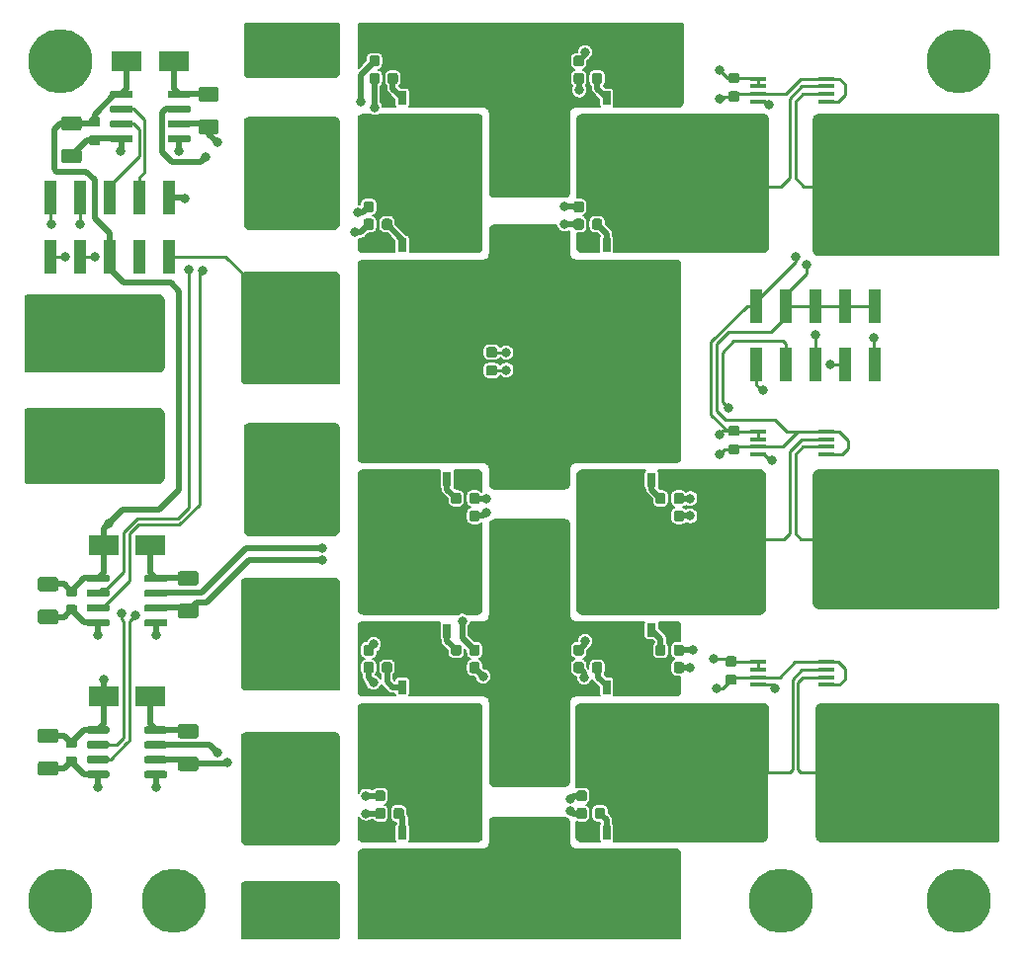
<source format=gtl>
G04 #@! TF.GenerationSoftware,KiCad,Pcbnew,(5.1.4)-1*
G04 #@! TF.CreationDate,2019-11-20T08:20:37+01:00*
G04 #@! TF.ProjectId,hardware_4850,68617264-7761-4726-955f-343835302e6b,rev?*
G04 #@! TF.SameCoordinates,Original*
G04 #@! TF.FileFunction,Copper,L1,Top*
G04 #@! TF.FilePolarity,Positive*
%FSLAX46Y46*%
G04 Gerber Fmt 4.6, Leading zero omitted, Abs format (unit mm)*
G04 Created by KiCad (PCBNEW (5.1.4)-1) date 2019-11-20 08:20:37*
%MOMM*%
%LPD*%
G04 APERTURE LIST*
%ADD10C,5.500000*%
%ADD11C,0.800000*%
%ADD12C,6.400000*%
%ADD13C,0.100000*%
%ADD14C,1.350000*%
%ADD15R,1.450000X0.450000*%
%ADD16C,0.600000*%
%ADD17C,0.875000*%
%ADD18R,0.600000X3.300000*%
%ADD19R,0.500000X0.500000*%
%ADD20R,1.000000X1.000000*%
%ADD21R,0.700000X1.150000*%
%ADD22R,4.200000X3.300000*%
%ADD23R,4.700000X1.550000*%
%ADD24R,1.400000X1.000000*%
%ADD25R,10.000000X5.000000*%
%ADD26R,1.000000X3.000000*%
%ADD27R,2.500000X1.800000*%
%ADD28C,2.500000*%
%ADD29C,1.800000*%
%ADD30C,1.250000*%
%ADD31C,0.500000*%
%ADD32C,0.250000*%
%ADD33C,0.200000*%
G04 APERTURE END LIST*
D10*
X122000000Y-178500000D03*
X70000000Y-178500000D03*
X60300000Y-178500000D03*
X137300000Y-178500000D03*
X137300000Y-106500000D03*
X60300000Y-106500000D03*
D11*
X101947056Y-155802944D03*
X100250000Y-155100000D03*
X98552944Y-155802944D03*
X97850000Y-157500000D03*
X98552944Y-159197056D03*
X100250000Y-159900000D03*
X101947056Y-159197056D03*
X102650000Y-157500000D03*
D12*
X100250000Y-157500000D03*
D11*
X101447056Y-105052944D03*
X99750000Y-104350000D03*
X98052944Y-105052944D03*
X97350000Y-106750000D03*
X98052944Y-108447056D03*
X99750000Y-109150000D03*
X101447056Y-108447056D03*
X102150000Y-106750000D03*
D12*
X99750000Y-106750000D03*
D13*
G36*
X120549505Y-161826204D02*
G01*
X120573773Y-161829804D01*
X120597572Y-161835765D01*
X120620671Y-161844030D01*
X120642850Y-161854520D01*
X120663893Y-161867132D01*
X120683599Y-161881747D01*
X120701777Y-161898223D01*
X120718253Y-161916401D01*
X120732868Y-161936107D01*
X120745480Y-161957150D01*
X120755970Y-161979329D01*
X120764235Y-162002428D01*
X120770196Y-162026227D01*
X120773796Y-162050495D01*
X120775000Y-162074999D01*
X120775000Y-164925001D01*
X120773796Y-164949505D01*
X120770196Y-164973773D01*
X120764235Y-164997572D01*
X120755970Y-165020671D01*
X120745480Y-165042850D01*
X120732868Y-165063893D01*
X120718253Y-165083599D01*
X120701777Y-165101777D01*
X120683599Y-165118253D01*
X120663893Y-165132868D01*
X120642850Y-165145480D01*
X120620671Y-165155970D01*
X120597572Y-165164235D01*
X120573773Y-165170196D01*
X120549505Y-165173796D01*
X120525001Y-165175000D01*
X119674999Y-165175000D01*
X119650495Y-165173796D01*
X119626227Y-165170196D01*
X119602428Y-165164235D01*
X119579329Y-165155970D01*
X119557150Y-165145480D01*
X119536107Y-165132868D01*
X119516401Y-165118253D01*
X119498223Y-165101777D01*
X119481747Y-165083599D01*
X119467132Y-165063893D01*
X119454520Y-165042850D01*
X119444030Y-165020671D01*
X119435765Y-164997572D01*
X119429804Y-164973773D01*
X119426204Y-164949505D01*
X119425000Y-164925001D01*
X119425000Y-162074999D01*
X119426204Y-162050495D01*
X119429804Y-162026227D01*
X119435765Y-162002428D01*
X119444030Y-161979329D01*
X119454520Y-161957150D01*
X119467132Y-161936107D01*
X119481747Y-161916401D01*
X119498223Y-161898223D01*
X119516401Y-161881747D01*
X119536107Y-161867132D01*
X119557150Y-161854520D01*
X119579329Y-161844030D01*
X119602428Y-161835765D01*
X119626227Y-161829804D01*
X119650495Y-161826204D01*
X119674999Y-161825000D01*
X120525001Y-161825000D01*
X120549505Y-161826204D01*
X120549505Y-161826204D01*
G37*
D14*
X120100000Y-163500000D03*
D13*
G36*
X126349505Y-161826204D02*
G01*
X126373773Y-161829804D01*
X126397572Y-161835765D01*
X126420671Y-161844030D01*
X126442850Y-161854520D01*
X126463893Y-161867132D01*
X126483599Y-161881747D01*
X126501777Y-161898223D01*
X126518253Y-161916401D01*
X126532868Y-161936107D01*
X126545480Y-161957150D01*
X126555970Y-161979329D01*
X126564235Y-162002428D01*
X126570196Y-162026227D01*
X126573796Y-162050495D01*
X126575000Y-162074999D01*
X126575000Y-164925001D01*
X126573796Y-164949505D01*
X126570196Y-164973773D01*
X126564235Y-164997572D01*
X126555970Y-165020671D01*
X126545480Y-165042850D01*
X126532868Y-165063893D01*
X126518253Y-165083599D01*
X126501777Y-165101777D01*
X126483599Y-165118253D01*
X126463893Y-165132868D01*
X126442850Y-165145480D01*
X126420671Y-165155970D01*
X126397572Y-165164235D01*
X126373773Y-165170196D01*
X126349505Y-165173796D01*
X126325001Y-165175000D01*
X125474999Y-165175000D01*
X125450495Y-165173796D01*
X125426227Y-165170196D01*
X125402428Y-165164235D01*
X125379329Y-165155970D01*
X125357150Y-165145480D01*
X125336107Y-165132868D01*
X125316401Y-165118253D01*
X125298223Y-165101777D01*
X125281747Y-165083599D01*
X125267132Y-165063893D01*
X125254520Y-165042850D01*
X125244030Y-165020671D01*
X125235765Y-164997572D01*
X125229804Y-164973773D01*
X125226204Y-164949505D01*
X125225000Y-164925001D01*
X125225000Y-162074999D01*
X125226204Y-162050495D01*
X125229804Y-162026227D01*
X125235765Y-162002428D01*
X125244030Y-161979329D01*
X125254520Y-161957150D01*
X125267132Y-161936107D01*
X125281747Y-161916401D01*
X125298223Y-161898223D01*
X125316401Y-161881747D01*
X125336107Y-161867132D01*
X125357150Y-161854520D01*
X125379329Y-161844030D01*
X125402428Y-161835765D01*
X125426227Y-161829804D01*
X125450495Y-161826204D01*
X125474999Y-161825000D01*
X126325001Y-161825000D01*
X126349505Y-161826204D01*
X126349505Y-161826204D01*
G37*
D14*
X125900000Y-163500000D03*
D13*
G36*
X120549505Y-165826204D02*
G01*
X120573773Y-165829804D01*
X120597572Y-165835765D01*
X120620671Y-165844030D01*
X120642850Y-165854520D01*
X120663893Y-165867132D01*
X120683599Y-165881747D01*
X120701777Y-165898223D01*
X120718253Y-165916401D01*
X120732868Y-165936107D01*
X120745480Y-165957150D01*
X120755970Y-165979329D01*
X120764235Y-166002428D01*
X120770196Y-166026227D01*
X120773796Y-166050495D01*
X120775000Y-166074999D01*
X120775000Y-168925001D01*
X120773796Y-168949505D01*
X120770196Y-168973773D01*
X120764235Y-168997572D01*
X120755970Y-169020671D01*
X120745480Y-169042850D01*
X120732868Y-169063893D01*
X120718253Y-169083599D01*
X120701777Y-169101777D01*
X120683599Y-169118253D01*
X120663893Y-169132868D01*
X120642850Y-169145480D01*
X120620671Y-169155970D01*
X120597572Y-169164235D01*
X120573773Y-169170196D01*
X120549505Y-169173796D01*
X120525001Y-169175000D01*
X119674999Y-169175000D01*
X119650495Y-169173796D01*
X119626227Y-169170196D01*
X119602428Y-169164235D01*
X119579329Y-169155970D01*
X119557150Y-169145480D01*
X119536107Y-169132868D01*
X119516401Y-169118253D01*
X119498223Y-169101777D01*
X119481747Y-169083599D01*
X119467132Y-169063893D01*
X119454520Y-169042850D01*
X119444030Y-169020671D01*
X119435765Y-168997572D01*
X119429804Y-168973773D01*
X119426204Y-168949505D01*
X119425000Y-168925001D01*
X119425000Y-166074999D01*
X119426204Y-166050495D01*
X119429804Y-166026227D01*
X119435765Y-166002428D01*
X119444030Y-165979329D01*
X119454520Y-165957150D01*
X119467132Y-165936107D01*
X119481747Y-165916401D01*
X119498223Y-165898223D01*
X119516401Y-165881747D01*
X119536107Y-165867132D01*
X119557150Y-165854520D01*
X119579329Y-165844030D01*
X119602428Y-165835765D01*
X119626227Y-165829804D01*
X119650495Y-165826204D01*
X119674999Y-165825000D01*
X120525001Y-165825000D01*
X120549505Y-165826204D01*
X120549505Y-165826204D01*
G37*
D14*
X120100000Y-167500000D03*
D13*
G36*
X126349505Y-165826204D02*
G01*
X126373773Y-165829804D01*
X126397572Y-165835765D01*
X126420671Y-165844030D01*
X126442850Y-165854520D01*
X126463893Y-165867132D01*
X126483599Y-165881747D01*
X126501777Y-165898223D01*
X126518253Y-165916401D01*
X126532868Y-165936107D01*
X126545480Y-165957150D01*
X126555970Y-165979329D01*
X126564235Y-166002428D01*
X126570196Y-166026227D01*
X126573796Y-166050495D01*
X126575000Y-166074999D01*
X126575000Y-168925001D01*
X126573796Y-168949505D01*
X126570196Y-168973773D01*
X126564235Y-168997572D01*
X126555970Y-169020671D01*
X126545480Y-169042850D01*
X126532868Y-169063893D01*
X126518253Y-169083599D01*
X126501777Y-169101777D01*
X126483599Y-169118253D01*
X126463893Y-169132868D01*
X126442850Y-169145480D01*
X126420671Y-169155970D01*
X126397572Y-169164235D01*
X126373773Y-169170196D01*
X126349505Y-169173796D01*
X126325001Y-169175000D01*
X125474999Y-169175000D01*
X125450495Y-169173796D01*
X125426227Y-169170196D01*
X125402428Y-169164235D01*
X125379329Y-169155970D01*
X125357150Y-169145480D01*
X125336107Y-169132868D01*
X125316401Y-169118253D01*
X125298223Y-169101777D01*
X125281747Y-169083599D01*
X125267132Y-169063893D01*
X125254520Y-169042850D01*
X125244030Y-169020671D01*
X125235765Y-168997572D01*
X125229804Y-168973773D01*
X125226204Y-168949505D01*
X125225000Y-168925001D01*
X125225000Y-166074999D01*
X125226204Y-166050495D01*
X125229804Y-166026227D01*
X125235765Y-166002428D01*
X125244030Y-165979329D01*
X125254520Y-165957150D01*
X125267132Y-165936107D01*
X125281747Y-165916401D01*
X125298223Y-165898223D01*
X125316401Y-165881747D01*
X125336107Y-165867132D01*
X125357150Y-165854520D01*
X125379329Y-165844030D01*
X125402428Y-165835765D01*
X125426227Y-165829804D01*
X125450495Y-165826204D01*
X125474999Y-165825000D01*
X126325001Y-165825000D01*
X126349505Y-165826204D01*
X126349505Y-165826204D01*
G37*
D14*
X125900000Y-167500000D03*
D13*
G36*
X120549505Y-169826204D02*
G01*
X120573773Y-169829804D01*
X120597572Y-169835765D01*
X120620671Y-169844030D01*
X120642850Y-169854520D01*
X120663893Y-169867132D01*
X120683599Y-169881747D01*
X120701777Y-169898223D01*
X120718253Y-169916401D01*
X120732868Y-169936107D01*
X120745480Y-169957150D01*
X120755970Y-169979329D01*
X120764235Y-170002428D01*
X120770196Y-170026227D01*
X120773796Y-170050495D01*
X120775000Y-170074999D01*
X120775000Y-172925001D01*
X120773796Y-172949505D01*
X120770196Y-172973773D01*
X120764235Y-172997572D01*
X120755970Y-173020671D01*
X120745480Y-173042850D01*
X120732868Y-173063893D01*
X120718253Y-173083599D01*
X120701777Y-173101777D01*
X120683599Y-173118253D01*
X120663893Y-173132868D01*
X120642850Y-173145480D01*
X120620671Y-173155970D01*
X120597572Y-173164235D01*
X120573773Y-173170196D01*
X120549505Y-173173796D01*
X120525001Y-173175000D01*
X119674999Y-173175000D01*
X119650495Y-173173796D01*
X119626227Y-173170196D01*
X119602428Y-173164235D01*
X119579329Y-173155970D01*
X119557150Y-173145480D01*
X119536107Y-173132868D01*
X119516401Y-173118253D01*
X119498223Y-173101777D01*
X119481747Y-173083599D01*
X119467132Y-173063893D01*
X119454520Y-173042850D01*
X119444030Y-173020671D01*
X119435765Y-172997572D01*
X119429804Y-172973773D01*
X119426204Y-172949505D01*
X119425000Y-172925001D01*
X119425000Y-170074999D01*
X119426204Y-170050495D01*
X119429804Y-170026227D01*
X119435765Y-170002428D01*
X119444030Y-169979329D01*
X119454520Y-169957150D01*
X119467132Y-169936107D01*
X119481747Y-169916401D01*
X119498223Y-169898223D01*
X119516401Y-169881747D01*
X119536107Y-169867132D01*
X119557150Y-169854520D01*
X119579329Y-169844030D01*
X119602428Y-169835765D01*
X119626227Y-169829804D01*
X119650495Y-169826204D01*
X119674999Y-169825000D01*
X120525001Y-169825000D01*
X120549505Y-169826204D01*
X120549505Y-169826204D01*
G37*
D14*
X120100000Y-171500000D03*
D13*
G36*
X126349505Y-169826204D02*
G01*
X126373773Y-169829804D01*
X126397572Y-169835765D01*
X126420671Y-169844030D01*
X126442850Y-169854520D01*
X126463893Y-169867132D01*
X126483599Y-169881747D01*
X126501777Y-169898223D01*
X126518253Y-169916401D01*
X126532868Y-169936107D01*
X126545480Y-169957150D01*
X126555970Y-169979329D01*
X126564235Y-170002428D01*
X126570196Y-170026227D01*
X126573796Y-170050495D01*
X126575000Y-170074999D01*
X126575000Y-172925001D01*
X126573796Y-172949505D01*
X126570196Y-172973773D01*
X126564235Y-172997572D01*
X126555970Y-173020671D01*
X126545480Y-173042850D01*
X126532868Y-173063893D01*
X126518253Y-173083599D01*
X126501777Y-173101777D01*
X126483599Y-173118253D01*
X126463893Y-173132868D01*
X126442850Y-173145480D01*
X126420671Y-173155970D01*
X126397572Y-173164235D01*
X126373773Y-173170196D01*
X126349505Y-173173796D01*
X126325001Y-173175000D01*
X125474999Y-173175000D01*
X125450495Y-173173796D01*
X125426227Y-173170196D01*
X125402428Y-173164235D01*
X125379329Y-173155970D01*
X125357150Y-173145480D01*
X125336107Y-173132868D01*
X125316401Y-173118253D01*
X125298223Y-173101777D01*
X125281747Y-173083599D01*
X125267132Y-173063893D01*
X125254520Y-173042850D01*
X125244030Y-173020671D01*
X125235765Y-172997572D01*
X125229804Y-172973773D01*
X125226204Y-172949505D01*
X125225000Y-172925001D01*
X125225000Y-170074999D01*
X125226204Y-170050495D01*
X125229804Y-170026227D01*
X125235765Y-170002428D01*
X125244030Y-169979329D01*
X125254520Y-169957150D01*
X125267132Y-169936107D01*
X125281747Y-169916401D01*
X125298223Y-169898223D01*
X125316401Y-169881747D01*
X125336107Y-169867132D01*
X125357150Y-169854520D01*
X125379329Y-169844030D01*
X125402428Y-169835765D01*
X125426227Y-169829804D01*
X125450495Y-169826204D01*
X125474999Y-169825000D01*
X126325001Y-169825000D01*
X126349505Y-169826204D01*
X126349505Y-169826204D01*
G37*
D14*
X125900000Y-171500000D03*
D13*
G36*
X120299505Y-141826204D02*
G01*
X120323773Y-141829804D01*
X120347572Y-141835765D01*
X120370671Y-141844030D01*
X120392850Y-141854520D01*
X120413893Y-141867132D01*
X120433599Y-141881747D01*
X120451777Y-141898223D01*
X120468253Y-141916401D01*
X120482868Y-141936107D01*
X120495480Y-141957150D01*
X120505970Y-141979329D01*
X120514235Y-142002428D01*
X120520196Y-142026227D01*
X120523796Y-142050495D01*
X120525000Y-142074999D01*
X120525000Y-144925001D01*
X120523796Y-144949505D01*
X120520196Y-144973773D01*
X120514235Y-144997572D01*
X120505970Y-145020671D01*
X120495480Y-145042850D01*
X120482868Y-145063893D01*
X120468253Y-145083599D01*
X120451777Y-145101777D01*
X120433599Y-145118253D01*
X120413893Y-145132868D01*
X120392850Y-145145480D01*
X120370671Y-145155970D01*
X120347572Y-145164235D01*
X120323773Y-145170196D01*
X120299505Y-145173796D01*
X120275001Y-145175000D01*
X119424999Y-145175000D01*
X119400495Y-145173796D01*
X119376227Y-145170196D01*
X119352428Y-145164235D01*
X119329329Y-145155970D01*
X119307150Y-145145480D01*
X119286107Y-145132868D01*
X119266401Y-145118253D01*
X119248223Y-145101777D01*
X119231747Y-145083599D01*
X119217132Y-145063893D01*
X119204520Y-145042850D01*
X119194030Y-145020671D01*
X119185765Y-144997572D01*
X119179804Y-144973773D01*
X119176204Y-144949505D01*
X119175000Y-144925001D01*
X119175000Y-142074999D01*
X119176204Y-142050495D01*
X119179804Y-142026227D01*
X119185765Y-142002428D01*
X119194030Y-141979329D01*
X119204520Y-141957150D01*
X119217132Y-141936107D01*
X119231747Y-141916401D01*
X119248223Y-141898223D01*
X119266401Y-141881747D01*
X119286107Y-141867132D01*
X119307150Y-141854520D01*
X119329329Y-141844030D01*
X119352428Y-141835765D01*
X119376227Y-141829804D01*
X119400495Y-141826204D01*
X119424999Y-141825000D01*
X120275001Y-141825000D01*
X120299505Y-141826204D01*
X120299505Y-141826204D01*
G37*
D14*
X119850000Y-143500000D03*
D13*
G36*
X126099505Y-141826204D02*
G01*
X126123773Y-141829804D01*
X126147572Y-141835765D01*
X126170671Y-141844030D01*
X126192850Y-141854520D01*
X126213893Y-141867132D01*
X126233599Y-141881747D01*
X126251777Y-141898223D01*
X126268253Y-141916401D01*
X126282868Y-141936107D01*
X126295480Y-141957150D01*
X126305970Y-141979329D01*
X126314235Y-142002428D01*
X126320196Y-142026227D01*
X126323796Y-142050495D01*
X126325000Y-142074999D01*
X126325000Y-144925001D01*
X126323796Y-144949505D01*
X126320196Y-144973773D01*
X126314235Y-144997572D01*
X126305970Y-145020671D01*
X126295480Y-145042850D01*
X126282868Y-145063893D01*
X126268253Y-145083599D01*
X126251777Y-145101777D01*
X126233599Y-145118253D01*
X126213893Y-145132868D01*
X126192850Y-145145480D01*
X126170671Y-145155970D01*
X126147572Y-145164235D01*
X126123773Y-145170196D01*
X126099505Y-145173796D01*
X126075001Y-145175000D01*
X125224999Y-145175000D01*
X125200495Y-145173796D01*
X125176227Y-145170196D01*
X125152428Y-145164235D01*
X125129329Y-145155970D01*
X125107150Y-145145480D01*
X125086107Y-145132868D01*
X125066401Y-145118253D01*
X125048223Y-145101777D01*
X125031747Y-145083599D01*
X125017132Y-145063893D01*
X125004520Y-145042850D01*
X124994030Y-145020671D01*
X124985765Y-144997572D01*
X124979804Y-144973773D01*
X124976204Y-144949505D01*
X124975000Y-144925001D01*
X124975000Y-142074999D01*
X124976204Y-142050495D01*
X124979804Y-142026227D01*
X124985765Y-142002428D01*
X124994030Y-141979329D01*
X125004520Y-141957150D01*
X125017132Y-141936107D01*
X125031747Y-141916401D01*
X125048223Y-141898223D01*
X125066401Y-141881747D01*
X125086107Y-141867132D01*
X125107150Y-141854520D01*
X125129329Y-141844030D01*
X125152428Y-141835765D01*
X125176227Y-141829804D01*
X125200495Y-141826204D01*
X125224999Y-141825000D01*
X126075001Y-141825000D01*
X126099505Y-141826204D01*
X126099505Y-141826204D01*
G37*
D14*
X125650000Y-143500000D03*
D13*
G36*
X120299505Y-145826204D02*
G01*
X120323773Y-145829804D01*
X120347572Y-145835765D01*
X120370671Y-145844030D01*
X120392850Y-145854520D01*
X120413893Y-145867132D01*
X120433599Y-145881747D01*
X120451777Y-145898223D01*
X120468253Y-145916401D01*
X120482868Y-145936107D01*
X120495480Y-145957150D01*
X120505970Y-145979329D01*
X120514235Y-146002428D01*
X120520196Y-146026227D01*
X120523796Y-146050495D01*
X120525000Y-146074999D01*
X120525000Y-148925001D01*
X120523796Y-148949505D01*
X120520196Y-148973773D01*
X120514235Y-148997572D01*
X120505970Y-149020671D01*
X120495480Y-149042850D01*
X120482868Y-149063893D01*
X120468253Y-149083599D01*
X120451777Y-149101777D01*
X120433599Y-149118253D01*
X120413893Y-149132868D01*
X120392850Y-149145480D01*
X120370671Y-149155970D01*
X120347572Y-149164235D01*
X120323773Y-149170196D01*
X120299505Y-149173796D01*
X120275001Y-149175000D01*
X119424999Y-149175000D01*
X119400495Y-149173796D01*
X119376227Y-149170196D01*
X119352428Y-149164235D01*
X119329329Y-149155970D01*
X119307150Y-149145480D01*
X119286107Y-149132868D01*
X119266401Y-149118253D01*
X119248223Y-149101777D01*
X119231747Y-149083599D01*
X119217132Y-149063893D01*
X119204520Y-149042850D01*
X119194030Y-149020671D01*
X119185765Y-148997572D01*
X119179804Y-148973773D01*
X119176204Y-148949505D01*
X119175000Y-148925001D01*
X119175000Y-146074999D01*
X119176204Y-146050495D01*
X119179804Y-146026227D01*
X119185765Y-146002428D01*
X119194030Y-145979329D01*
X119204520Y-145957150D01*
X119217132Y-145936107D01*
X119231747Y-145916401D01*
X119248223Y-145898223D01*
X119266401Y-145881747D01*
X119286107Y-145867132D01*
X119307150Y-145854520D01*
X119329329Y-145844030D01*
X119352428Y-145835765D01*
X119376227Y-145829804D01*
X119400495Y-145826204D01*
X119424999Y-145825000D01*
X120275001Y-145825000D01*
X120299505Y-145826204D01*
X120299505Y-145826204D01*
G37*
D14*
X119850000Y-147500000D03*
D13*
G36*
X126099505Y-145826204D02*
G01*
X126123773Y-145829804D01*
X126147572Y-145835765D01*
X126170671Y-145844030D01*
X126192850Y-145854520D01*
X126213893Y-145867132D01*
X126233599Y-145881747D01*
X126251777Y-145898223D01*
X126268253Y-145916401D01*
X126282868Y-145936107D01*
X126295480Y-145957150D01*
X126305970Y-145979329D01*
X126314235Y-146002428D01*
X126320196Y-146026227D01*
X126323796Y-146050495D01*
X126325000Y-146074999D01*
X126325000Y-148925001D01*
X126323796Y-148949505D01*
X126320196Y-148973773D01*
X126314235Y-148997572D01*
X126305970Y-149020671D01*
X126295480Y-149042850D01*
X126282868Y-149063893D01*
X126268253Y-149083599D01*
X126251777Y-149101777D01*
X126233599Y-149118253D01*
X126213893Y-149132868D01*
X126192850Y-149145480D01*
X126170671Y-149155970D01*
X126147572Y-149164235D01*
X126123773Y-149170196D01*
X126099505Y-149173796D01*
X126075001Y-149175000D01*
X125224999Y-149175000D01*
X125200495Y-149173796D01*
X125176227Y-149170196D01*
X125152428Y-149164235D01*
X125129329Y-149155970D01*
X125107150Y-149145480D01*
X125086107Y-149132868D01*
X125066401Y-149118253D01*
X125048223Y-149101777D01*
X125031747Y-149083599D01*
X125017132Y-149063893D01*
X125004520Y-149042850D01*
X124994030Y-149020671D01*
X124985765Y-148997572D01*
X124979804Y-148973773D01*
X124976204Y-148949505D01*
X124975000Y-148925001D01*
X124975000Y-146074999D01*
X124976204Y-146050495D01*
X124979804Y-146026227D01*
X124985765Y-146002428D01*
X124994030Y-145979329D01*
X125004520Y-145957150D01*
X125017132Y-145936107D01*
X125031747Y-145916401D01*
X125048223Y-145898223D01*
X125066401Y-145881747D01*
X125086107Y-145867132D01*
X125107150Y-145854520D01*
X125129329Y-145844030D01*
X125152428Y-145835765D01*
X125176227Y-145829804D01*
X125200495Y-145826204D01*
X125224999Y-145825000D01*
X126075001Y-145825000D01*
X126099505Y-145826204D01*
X126099505Y-145826204D01*
G37*
D14*
X125650000Y-147500000D03*
D13*
G36*
X120299505Y-149826204D02*
G01*
X120323773Y-149829804D01*
X120347572Y-149835765D01*
X120370671Y-149844030D01*
X120392850Y-149854520D01*
X120413893Y-149867132D01*
X120433599Y-149881747D01*
X120451777Y-149898223D01*
X120468253Y-149916401D01*
X120482868Y-149936107D01*
X120495480Y-149957150D01*
X120505970Y-149979329D01*
X120514235Y-150002428D01*
X120520196Y-150026227D01*
X120523796Y-150050495D01*
X120525000Y-150074999D01*
X120525000Y-152925001D01*
X120523796Y-152949505D01*
X120520196Y-152973773D01*
X120514235Y-152997572D01*
X120505970Y-153020671D01*
X120495480Y-153042850D01*
X120482868Y-153063893D01*
X120468253Y-153083599D01*
X120451777Y-153101777D01*
X120433599Y-153118253D01*
X120413893Y-153132868D01*
X120392850Y-153145480D01*
X120370671Y-153155970D01*
X120347572Y-153164235D01*
X120323773Y-153170196D01*
X120299505Y-153173796D01*
X120275001Y-153175000D01*
X119424999Y-153175000D01*
X119400495Y-153173796D01*
X119376227Y-153170196D01*
X119352428Y-153164235D01*
X119329329Y-153155970D01*
X119307150Y-153145480D01*
X119286107Y-153132868D01*
X119266401Y-153118253D01*
X119248223Y-153101777D01*
X119231747Y-153083599D01*
X119217132Y-153063893D01*
X119204520Y-153042850D01*
X119194030Y-153020671D01*
X119185765Y-152997572D01*
X119179804Y-152973773D01*
X119176204Y-152949505D01*
X119175000Y-152925001D01*
X119175000Y-150074999D01*
X119176204Y-150050495D01*
X119179804Y-150026227D01*
X119185765Y-150002428D01*
X119194030Y-149979329D01*
X119204520Y-149957150D01*
X119217132Y-149936107D01*
X119231747Y-149916401D01*
X119248223Y-149898223D01*
X119266401Y-149881747D01*
X119286107Y-149867132D01*
X119307150Y-149854520D01*
X119329329Y-149844030D01*
X119352428Y-149835765D01*
X119376227Y-149829804D01*
X119400495Y-149826204D01*
X119424999Y-149825000D01*
X120275001Y-149825000D01*
X120299505Y-149826204D01*
X120299505Y-149826204D01*
G37*
D14*
X119850000Y-151500000D03*
D13*
G36*
X126099505Y-149826204D02*
G01*
X126123773Y-149829804D01*
X126147572Y-149835765D01*
X126170671Y-149844030D01*
X126192850Y-149854520D01*
X126213893Y-149867132D01*
X126233599Y-149881747D01*
X126251777Y-149898223D01*
X126268253Y-149916401D01*
X126282868Y-149936107D01*
X126295480Y-149957150D01*
X126305970Y-149979329D01*
X126314235Y-150002428D01*
X126320196Y-150026227D01*
X126323796Y-150050495D01*
X126325000Y-150074999D01*
X126325000Y-152925001D01*
X126323796Y-152949505D01*
X126320196Y-152973773D01*
X126314235Y-152997572D01*
X126305970Y-153020671D01*
X126295480Y-153042850D01*
X126282868Y-153063893D01*
X126268253Y-153083599D01*
X126251777Y-153101777D01*
X126233599Y-153118253D01*
X126213893Y-153132868D01*
X126192850Y-153145480D01*
X126170671Y-153155970D01*
X126147572Y-153164235D01*
X126123773Y-153170196D01*
X126099505Y-153173796D01*
X126075001Y-153175000D01*
X125224999Y-153175000D01*
X125200495Y-153173796D01*
X125176227Y-153170196D01*
X125152428Y-153164235D01*
X125129329Y-153155970D01*
X125107150Y-153145480D01*
X125086107Y-153132868D01*
X125066401Y-153118253D01*
X125048223Y-153101777D01*
X125031747Y-153083599D01*
X125017132Y-153063893D01*
X125004520Y-153042850D01*
X124994030Y-153020671D01*
X124985765Y-152997572D01*
X124979804Y-152973773D01*
X124976204Y-152949505D01*
X124975000Y-152925001D01*
X124975000Y-150074999D01*
X124976204Y-150050495D01*
X124979804Y-150026227D01*
X124985765Y-150002428D01*
X124994030Y-149979329D01*
X125004520Y-149957150D01*
X125017132Y-149936107D01*
X125031747Y-149916401D01*
X125048223Y-149898223D01*
X125066401Y-149881747D01*
X125086107Y-149867132D01*
X125107150Y-149854520D01*
X125129329Y-149844030D01*
X125152428Y-149835765D01*
X125176227Y-149829804D01*
X125200495Y-149826204D01*
X125224999Y-149825000D01*
X126075001Y-149825000D01*
X126099505Y-149826204D01*
X126099505Y-149826204D01*
G37*
D14*
X125650000Y-151500000D03*
D13*
G36*
X120299505Y-111576204D02*
G01*
X120323773Y-111579804D01*
X120347572Y-111585765D01*
X120370671Y-111594030D01*
X120392850Y-111604520D01*
X120413893Y-111617132D01*
X120433599Y-111631747D01*
X120451777Y-111648223D01*
X120468253Y-111666401D01*
X120482868Y-111686107D01*
X120495480Y-111707150D01*
X120505970Y-111729329D01*
X120514235Y-111752428D01*
X120520196Y-111776227D01*
X120523796Y-111800495D01*
X120525000Y-111824999D01*
X120525000Y-114675001D01*
X120523796Y-114699505D01*
X120520196Y-114723773D01*
X120514235Y-114747572D01*
X120505970Y-114770671D01*
X120495480Y-114792850D01*
X120482868Y-114813893D01*
X120468253Y-114833599D01*
X120451777Y-114851777D01*
X120433599Y-114868253D01*
X120413893Y-114882868D01*
X120392850Y-114895480D01*
X120370671Y-114905970D01*
X120347572Y-114914235D01*
X120323773Y-114920196D01*
X120299505Y-114923796D01*
X120275001Y-114925000D01*
X119424999Y-114925000D01*
X119400495Y-114923796D01*
X119376227Y-114920196D01*
X119352428Y-114914235D01*
X119329329Y-114905970D01*
X119307150Y-114895480D01*
X119286107Y-114882868D01*
X119266401Y-114868253D01*
X119248223Y-114851777D01*
X119231747Y-114833599D01*
X119217132Y-114813893D01*
X119204520Y-114792850D01*
X119194030Y-114770671D01*
X119185765Y-114747572D01*
X119179804Y-114723773D01*
X119176204Y-114699505D01*
X119175000Y-114675001D01*
X119175000Y-111824999D01*
X119176204Y-111800495D01*
X119179804Y-111776227D01*
X119185765Y-111752428D01*
X119194030Y-111729329D01*
X119204520Y-111707150D01*
X119217132Y-111686107D01*
X119231747Y-111666401D01*
X119248223Y-111648223D01*
X119266401Y-111631747D01*
X119286107Y-111617132D01*
X119307150Y-111604520D01*
X119329329Y-111594030D01*
X119352428Y-111585765D01*
X119376227Y-111579804D01*
X119400495Y-111576204D01*
X119424999Y-111575000D01*
X120275001Y-111575000D01*
X120299505Y-111576204D01*
X120299505Y-111576204D01*
G37*
D14*
X119850000Y-113250000D03*
D13*
G36*
X126099505Y-111576204D02*
G01*
X126123773Y-111579804D01*
X126147572Y-111585765D01*
X126170671Y-111594030D01*
X126192850Y-111604520D01*
X126213893Y-111617132D01*
X126233599Y-111631747D01*
X126251777Y-111648223D01*
X126268253Y-111666401D01*
X126282868Y-111686107D01*
X126295480Y-111707150D01*
X126305970Y-111729329D01*
X126314235Y-111752428D01*
X126320196Y-111776227D01*
X126323796Y-111800495D01*
X126325000Y-111824999D01*
X126325000Y-114675001D01*
X126323796Y-114699505D01*
X126320196Y-114723773D01*
X126314235Y-114747572D01*
X126305970Y-114770671D01*
X126295480Y-114792850D01*
X126282868Y-114813893D01*
X126268253Y-114833599D01*
X126251777Y-114851777D01*
X126233599Y-114868253D01*
X126213893Y-114882868D01*
X126192850Y-114895480D01*
X126170671Y-114905970D01*
X126147572Y-114914235D01*
X126123773Y-114920196D01*
X126099505Y-114923796D01*
X126075001Y-114925000D01*
X125224999Y-114925000D01*
X125200495Y-114923796D01*
X125176227Y-114920196D01*
X125152428Y-114914235D01*
X125129329Y-114905970D01*
X125107150Y-114895480D01*
X125086107Y-114882868D01*
X125066401Y-114868253D01*
X125048223Y-114851777D01*
X125031747Y-114833599D01*
X125017132Y-114813893D01*
X125004520Y-114792850D01*
X124994030Y-114770671D01*
X124985765Y-114747572D01*
X124979804Y-114723773D01*
X124976204Y-114699505D01*
X124975000Y-114675001D01*
X124975000Y-111824999D01*
X124976204Y-111800495D01*
X124979804Y-111776227D01*
X124985765Y-111752428D01*
X124994030Y-111729329D01*
X125004520Y-111707150D01*
X125017132Y-111686107D01*
X125031747Y-111666401D01*
X125048223Y-111648223D01*
X125066401Y-111631747D01*
X125086107Y-111617132D01*
X125107150Y-111604520D01*
X125129329Y-111594030D01*
X125152428Y-111585765D01*
X125176227Y-111579804D01*
X125200495Y-111576204D01*
X125224999Y-111575000D01*
X126075001Y-111575000D01*
X126099505Y-111576204D01*
X126099505Y-111576204D01*
G37*
D14*
X125650000Y-113250000D03*
D13*
G36*
X120299505Y-115576204D02*
G01*
X120323773Y-115579804D01*
X120347572Y-115585765D01*
X120370671Y-115594030D01*
X120392850Y-115604520D01*
X120413893Y-115617132D01*
X120433599Y-115631747D01*
X120451777Y-115648223D01*
X120468253Y-115666401D01*
X120482868Y-115686107D01*
X120495480Y-115707150D01*
X120505970Y-115729329D01*
X120514235Y-115752428D01*
X120520196Y-115776227D01*
X120523796Y-115800495D01*
X120525000Y-115824999D01*
X120525000Y-118675001D01*
X120523796Y-118699505D01*
X120520196Y-118723773D01*
X120514235Y-118747572D01*
X120505970Y-118770671D01*
X120495480Y-118792850D01*
X120482868Y-118813893D01*
X120468253Y-118833599D01*
X120451777Y-118851777D01*
X120433599Y-118868253D01*
X120413893Y-118882868D01*
X120392850Y-118895480D01*
X120370671Y-118905970D01*
X120347572Y-118914235D01*
X120323773Y-118920196D01*
X120299505Y-118923796D01*
X120275001Y-118925000D01*
X119424999Y-118925000D01*
X119400495Y-118923796D01*
X119376227Y-118920196D01*
X119352428Y-118914235D01*
X119329329Y-118905970D01*
X119307150Y-118895480D01*
X119286107Y-118882868D01*
X119266401Y-118868253D01*
X119248223Y-118851777D01*
X119231747Y-118833599D01*
X119217132Y-118813893D01*
X119204520Y-118792850D01*
X119194030Y-118770671D01*
X119185765Y-118747572D01*
X119179804Y-118723773D01*
X119176204Y-118699505D01*
X119175000Y-118675001D01*
X119175000Y-115824999D01*
X119176204Y-115800495D01*
X119179804Y-115776227D01*
X119185765Y-115752428D01*
X119194030Y-115729329D01*
X119204520Y-115707150D01*
X119217132Y-115686107D01*
X119231747Y-115666401D01*
X119248223Y-115648223D01*
X119266401Y-115631747D01*
X119286107Y-115617132D01*
X119307150Y-115604520D01*
X119329329Y-115594030D01*
X119352428Y-115585765D01*
X119376227Y-115579804D01*
X119400495Y-115576204D01*
X119424999Y-115575000D01*
X120275001Y-115575000D01*
X120299505Y-115576204D01*
X120299505Y-115576204D01*
G37*
D14*
X119850000Y-117250000D03*
D13*
G36*
X126099505Y-115576204D02*
G01*
X126123773Y-115579804D01*
X126147572Y-115585765D01*
X126170671Y-115594030D01*
X126192850Y-115604520D01*
X126213893Y-115617132D01*
X126233599Y-115631747D01*
X126251777Y-115648223D01*
X126268253Y-115666401D01*
X126282868Y-115686107D01*
X126295480Y-115707150D01*
X126305970Y-115729329D01*
X126314235Y-115752428D01*
X126320196Y-115776227D01*
X126323796Y-115800495D01*
X126325000Y-115824999D01*
X126325000Y-118675001D01*
X126323796Y-118699505D01*
X126320196Y-118723773D01*
X126314235Y-118747572D01*
X126305970Y-118770671D01*
X126295480Y-118792850D01*
X126282868Y-118813893D01*
X126268253Y-118833599D01*
X126251777Y-118851777D01*
X126233599Y-118868253D01*
X126213893Y-118882868D01*
X126192850Y-118895480D01*
X126170671Y-118905970D01*
X126147572Y-118914235D01*
X126123773Y-118920196D01*
X126099505Y-118923796D01*
X126075001Y-118925000D01*
X125224999Y-118925000D01*
X125200495Y-118923796D01*
X125176227Y-118920196D01*
X125152428Y-118914235D01*
X125129329Y-118905970D01*
X125107150Y-118895480D01*
X125086107Y-118882868D01*
X125066401Y-118868253D01*
X125048223Y-118851777D01*
X125031747Y-118833599D01*
X125017132Y-118813893D01*
X125004520Y-118792850D01*
X124994030Y-118770671D01*
X124985765Y-118747572D01*
X124979804Y-118723773D01*
X124976204Y-118699505D01*
X124975000Y-118675001D01*
X124975000Y-115824999D01*
X124976204Y-115800495D01*
X124979804Y-115776227D01*
X124985765Y-115752428D01*
X124994030Y-115729329D01*
X125004520Y-115707150D01*
X125017132Y-115686107D01*
X125031747Y-115666401D01*
X125048223Y-115648223D01*
X125066401Y-115631747D01*
X125086107Y-115617132D01*
X125107150Y-115604520D01*
X125129329Y-115594030D01*
X125152428Y-115585765D01*
X125176227Y-115579804D01*
X125200495Y-115576204D01*
X125224999Y-115575000D01*
X126075001Y-115575000D01*
X126099505Y-115576204D01*
X126099505Y-115576204D01*
G37*
D14*
X125650000Y-117250000D03*
D13*
G36*
X120299505Y-119576204D02*
G01*
X120323773Y-119579804D01*
X120347572Y-119585765D01*
X120370671Y-119594030D01*
X120392850Y-119604520D01*
X120413893Y-119617132D01*
X120433599Y-119631747D01*
X120451777Y-119648223D01*
X120468253Y-119666401D01*
X120482868Y-119686107D01*
X120495480Y-119707150D01*
X120505970Y-119729329D01*
X120514235Y-119752428D01*
X120520196Y-119776227D01*
X120523796Y-119800495D01*
X120525000Y-119824999D01*
X120525000Y-122675001D01*
X120523796Y-122699505D01*
X120520196Y-122723773D01*
X120514235Y-122747572D01*
X120505970Y-122770671D01*
X120495480Y-122792850D01*
X120482868Y-122813893D01*
X120468253Y-122833599D01*
X120451777Y-122851777D01*
X120433599Y-122868253D01*
X120413893Y-122882868D01*
X120392850Y-122895480D01*
X120370671Y-122905970D01*
X120347572Y-122914235D01*
X120323773Y-122920196D01*
X120299505Y-122923796D01*
X120275001Y-122925000D01*
X119424999Y-122925000D01*
X119400495Y-122923796D01*
X119376227Y-122920196D01*
X119352428Y-122914235D01*
X119329329Y-122905970D01*
X119307150Y-122895480D01*
X119286107Y-122882868D01*
X119266401Y-122868253D01*
X119248223Y-122851777D01*
X119231747Y-122833599D01*
X119217132Y-122813893D01*
X119204520Y-122792850D01*
X119194030Y-122770671D01*
X119185765Y-122747572D01*
X119179804Y-122723773D01*
X119176204Y-122699505D01*
X119175000Y-122675001D01*
X119175000Y-119824999D01*
X119176204Y-119800495D01*
X119179804Y-119776227D01*
X119185765Y-119752428D01*
X119194030Y-119729329D01*
X119204520Y-119707150D01*
X119217132Y-119686107D01*
X119231747Y-119666401D01*
X119248223Y-119648223D01*
X119266401Y-119631747D01*
X119286107Y-119617132D01*
X119307150Y-119604520D01*
X119329329Y-119594030D01*
X119352428Y-119585765D01*
X119376227Y-119579804D01*
X119400495Y-119576204D01*
X119424999Y-119575000D01*
X120275001Y-119575000D01*
X120299505Y-119576204D01*
X120299505Y-119576204D01*
G37*
D14*
X119850000Y-121250000D03*
D13*
G36*
X126099505Y-119576204D02*
G01*
X126123773Y-119579804D01*
X126147572Y-119585765D01*
X126170671Y-119594030D01*
X126192850Y-119604520D01*
X126213893Y-119617132D01*
X126233599Y-119631747D01*
X126251777Y-119648223D01*
X126268253Y-119666401D01*
X126282868Y-119686107D01*
X126295480Y-119707150D01*
X126305970Y-119729329D01*
X126314235Y-119752428D01*
X126320196Y-119776227D01*
X126323796Y-119800495D01*
X126325000Y-119824999D01*
X126325000Y-122675001D01*
X126323796Y-122699505D01*
X126320196Y-122723773D01*
X126314235Y-122747572D01*
X126305970Y-122770671D01*
X126295480Y-122792850D01*
X126282868Y-122813893D01*
X126268253Y-122833599D01*
X126251777Y-122851777D01*
X126233599Y-122868253D01*
X126213893Y-122882868D01*
X126192850Y-122895480D01*
X126170671Y-122905970D01*
X126147572Y-122914235D01*
X126123773Y-122920196D01*
X126099505Y-122923796D01*
X126075001Y-122925000D01*
X125224999Y-122925000D01*
X125200495Y-122923796D01*
X125176227Y-122920196D01*
X125152428Y-122914235D01*
X125129329Y-122905970D01*
X125107150Y-122895480D01*
X125086107Y-122882868D01*
X125066401Y-122868253D01*
X125048223Y-122851777D01*
X125031747Y-122833599D01*
X125017132Y-122813893D01*
X125004520Y-122792850D01*
X124994030Y-122770671D01*
X124985765Y-122747572D01*
X124979804Y-122723773D01*
X124976204Y-122699505D01*
X124975000Y-122675001D01*
X124975000Y-119824999D01*
X124976204Y-119800495D01*
X124979804Y-119776227D01*
X124985765Y-119752428D01*
X124994030Y-119729329D01*
X125004520Y-119707150D01*
X125017132Y-119686107D01*
X125031747Y-119666401D01*
X125048223Y-119648223D01*
X125066401Y-119631747D01*
X125086107Y-119617132D01*
X125107150Y-119604520D01*
X125129329Y-119594030D01*
X125152428Y-119585765D01*
X125176227Y-119579804D01*
X125200495Y-119576204D01*
X125224999Y-119575000D01*
X126075001Y-119575000D01*
X126099505Y-119576204D01*
X126099505Y-119576204D01*
G37*
D14*
X125650000Y-121250000D03*
D15*
X120050000Y-159975000D03*
X120050000Y-159325000D03*
X120050000Y-158675000D03*
X120050000Y-158025000D03*
X125950000Y-158025000D03*
X125950000Y-158675000D03*
X125950000Y-159325000D03*
X125950000Y-159975000D03*
D13*
G36*
X69314703Y-163545722D02*
G01*
X69329264Y-163547882D01*
X69343543Y-163551459D01*
X69357403Y-163556418D01*
X69370710Y-163562712D01*
X69383336Y-163570280D01*
X69395159Y-163579048D01*
X69406066Y-163588934D01*
X69415952Y-163599841D01*
X69424720Y-163611664D01*
X69432288Y-163624290D01*
X69438582Y-163637597D01*
X69443541Y-163651457D01*
X69447118Y-163665736D01*
X69449278Y-163680297D01*
X69450000Y-163695000D01*
X69450000Y-163995000D01*
X69449278Y-164009703D01*
X69447118Y-164024264D01*
X69443541Y-164038543D01*
X69438582Y-164052403D01*
X69432288Y-164065710D01*
X69424720Y-164078336D01*
X69415952Y-164090159D01*
X69406066Y-164101066D01*
X69395159Y-164110952D01*
X69383336Y-164119720D01*
X69370710Y-164127288D01*
X69357403Y-164133582D01*
X69343543Y-164138541D01*
X69329264Y-164142118D01*
X69314703Y-164144278D01*
X69300000Y-164145000D01*
X67650000Y-164145000D01*
X67635297Y-164144278D01*
X67620736Y-164142118D01*
X67606457Y-164138541D01*
X67592597Y-164133582D01*
X67579290Y-164127288D01*
X67566664Y-164119720D01*
X67554841Y-164110952D01*
X67543934Y-164101066D01*
X67534048Y-164090159D01*
X67525280Y-164078336D01*
X67517712Y-164065710D01*
X67511418Y-164052403D01*
X67506459Y-164038543D01*
X67502882Y-164024264D01*
X67500722Y-164009703D01*
X67500000Y-163995000D01*
X67500000Y-163695000D01*
X67500722Y-163680297D01*
X67502882Y-163665736D01*
X67506459Y-163651457D01*
X67511418Y-163637597D01*
X67517712Y-163624290D01*
X67525280Y-163611664D01*
X67534048Y-163599841D01*
X67543934Y-163588934D01*
X67554841Y-163579048D01*
X67566664Y-163570280D01*
X67579290Y-163562712D01*
X67592597Y-163556418D01*
X67606457Y-163551459D01*
X67620736Y-163547882D01*
X67635297Y-163545722D01*
X67650000Y-163545000D01*
X69300000Y-163545000D01*
X69314703Y-163545722D01*
X69314703Y-163545722D01*
G37*
D16*
X68475000Y-163845000D03*
D13*
G36*
X69314703Y-164815722D02*
G01*
X69329264Y-164817882D01*
X69343543Y-164821459D01*
X69357403Y-164826418D01*
X69370710Y-164832712D01*
X69383336Y-164840280D01*
X69395159Y-164849048D01*
X69406066Y-164858934D01*
X69415952Y-164869841D01*
X69424720Y-164881664D01*
X69432288Y-164894290D01*
X69438582Y-164907597D01*
X69443541Y-164921457D01*
X69447118Y-164935736D01*
X69449278Y-164950297D01*
X69450000Y-164965000D01*
X69450000Y-165265000D01*
X69449278Y-165279703D01*
X69447118Y-165294264D01*
X69443541Y-165308543D01*
X69438582Y-165322403D01*
X69432288Y-165335710D01*
X69424720Y-165348336D01*
X69415952Y-165360159D01*
X69406066Y-165371066D01*
X69395159Y-165380952D01*
X69383336Y-165389720D01*
X69370710Y-165397288D01*
X69357403Y-165403582D01*
X69343543Y-165408541D01*
X69329264Y-165412118D01*
X69314703Y-165414278D01*
X69300000Y-165415000D01*
X67650000Y-165415000D01*
X67635297Y-165414278D01*
X67620736Y-165412118D01*
X67606457Y-165408541D01*
X67592597Y-165403582D01*
X67579290Y-165397288D01*
X67566664Y-165389720D01*
X67554841Y-165380952D01*
X67543934Y-165371066D01*
X67534048Y-165360159D01*
X67525280Y-165348336D01*
X67517712Y-165335710D01*
X67511418Y-165322403D01*
X67506459Y-165308543D01*
X67502882Y-165294264D01*
X67500722Y-165279703D01*
X67500000Y-165265000D01*
X67500000Y-164965000D01*
X67500722Y-164950297D01*
X67502882Y-164935736D01*
X67506459Y-164921457D01*
X67511418Y-164907597D01*
X67517712Y-164894290D01*
X67525280Y-164881664D01*
X67534048Y-164869841D01*
X67543934Y-164858934D01*
X67554841Y-164849048D01*
X67566664Y-164840280D01*
X67579290Y-164832712D01*
X67592597Y-164826418D01*
X67606457Y-164821459D01*
X67620736Y-164817882D01*
X67635297Y-164815722D01*
X67650000Y-164815000D01*
X69300000Y-164815000D01*
X69314703Y-164815722D01*
X69314703Y-164815722D01*
G37*
D16*
X68475000Y-165115000D03*
D13*
G36*
X69314703Y-166085722D02*
G01*
X69329264Y-166087882D01*
X69343543Y-166091459D01*
X69357403Y-166096418D01*
X69370710Y-166102712D01*
X69383336Y-166110280D01*
X69395159Y-166119048D01*
X69406066Y-166128934D01*
X69415952Y-166139841D01*
X69424720Y-166151664D01*
X69432288Y-166164290D01*
X69438582Y-166177597D01*
X69443541Y-166191457D01*
X69447118Y-166205736D01*
X69449278Y-166220297D01*
X69450000Y-166235000D01*
X69450000Y-166535000D01*
X69449278Y-166549703D01*
X69447118Y-166564264D01*
X69443541Y-166578543D01*
X69438582Y-166592403D01*
X69432288Y-166605710D01*
X69424720Y-166618336D01*
X69415952Y-166630159D01*
X69406066Y-166641066D01*
X69395159Y-166650952D01*
X69383336Y-166659720D01*
X69370710Y-166667288D01*
X69357403Y-166673582D01*
X69343543Y-166678541D01*
X69329264Y-166682118D01*
X69314703Y-166684278D01*
X69300000Y-166685000D01*
X67650000Y-166685000D01*
X67635297Y-166684278D01*
X67620736Y-166682118D01*
X67606457Y-166678541D01*
X67592597Y-166673582D01*
X67579290Y-166667288D01*
X67566664Y-166659720D01*
X67554841Y-166650952D01*
X67543934Y-166641066D01*
X67534048Y-166630159D01*
X67525280Y-166618336D01*
X67517712Y-166605710D01*
X67511418Y-166592403D01*
X67506459Y-166578543D01*
X67502882Y-166564264D01*
X67500722Y-166549703D01*
X67500000Y-166535000D01*
X67500000Y-166235000D01*
X67500722Y-166220297D01*
X67502882Y-166205736D01*
X67506459Y-166191457D01*
X67511418Y-166177597D01*
X67517712Y-166164290D01*
X67525280Y-166151664D01*
X67534048Y-166139841D01*
X67543934Y-166128934D01*
X67554841Y-166119048D01*
X67566664Y-166110280D01*
X67579290Y-166102712D01*
X67592597Y-166096418D01*
X67606457Y-166091459D01*
X67620736Y-166087882D01*
X67635297Y-166085722D01*
X67650000Y-166085000D01*
X69300000Y-166085000D01*
X69314703Y-166085722D01*
X69314703Y-166085722D01*
G37*
D16*
X68475000Y-166385000D03*
D13*
G36*
X69314703Y-167355722D02*
G01*
X69329264Y-167357882D01*
X69343543Y-167361459D01*
X69357403Y-167366418D01*
X69370710Y-167372712D01*
X69383336Y-167380280D01*
X69395159Y-167389048D01*
X69406066Y-167398934D01*
X69415952Y-167409841D01*
X69424720Y-167421664D01*
X69432288Y-167434290D01*
X69438582Y-167447597D01*
X69443541Y-167461457D01*
X69447118Y-167475736D01*
X69449278Y-167490297D01*
X69450000Y-167505000D01*
X69450000Y-167805000D01*
X69449278Y-167819703D01*
X69447118Y-167834264D01*
X69443541Y-167848543D01*
X69438582Y-167862403D01*
X69432288Y-167875710D01*
X69424720Y-167888336D01*
X69415952Y-167900159D01*
X69406066Y-167911066D01*
X69395159Y-167920952D01*
X69383336Y-167929720D01*
X69370710Y-167937288D01*
X69357403Y-167943582D01*
X69343543Y-167948541D01*
X69329264Y-167952118D01*
X69314703Y-167954278D01*
X69300000Y-167955000D01*
X67650000Y-167955000D01*
X67635297Y-167954278D01*
X67620736Y-167952118D01*
X67606457Y-167948541D01*
X67592597Y-167943582D01*
X67579290Y-167937288D01*
X67566664Y-167929720D01*
X67554841Y-167920952D01*
X67543934Y-167911066D01*
X67534048Y-167900159D01*
X67525280Y-167888336D01*
X67517712Y-167875710D01*
X67511418Y-167862403D01*
X67506459Y-167848543D01*
X67502882Y-167834264D01*
X67500722Y-167819703D01*
X67500000Y-167805000D01*
X67500000Y-167505000D01*
X67500722Y-167490297D01*
X67502882Y-167475736D01*
X67506459Y-167461457D01*
X67511418Y-167447597D01*
X67517712Y-167434290D01*
X67525280Y-167421664D01*
X67534048Y-167409841D01*
X67543934Y-167398934D01*
X67554841Y-167389048D01*
X67566664Y-167380280D01*
X67579290Y-167372712D01*
X67592597Y-167366418D01*
X67606457Y-167361459D01*
X67620736Y-167357882D01*
X67635297Y-167355722D01*
X67650000Y-167355000D01*
X69300000Y-167355000D01*
X69314703Y-167355722D01*
X69314703Y-167355722D01*
G37*
D16*
X68475000Y-167655000D03*
D13*
G36*
X64364703Y-167355722D02*
G01*
X64379264Y-167357882D01*
X64393543Y-167361459D01*
X64407403Y-167366418D01*
X64420710Y-167372712D01*
X64433336Y-167380280D01*
X64445159Y-167389048D01*
X64456066Y-167398934D01*
X64465952Y-167409841D01*
X64474720Y-167421664D01*
X64482288Y-167434290D01*
X64488582Y-167447597D01*
X64493541Y-167461457D01*
X64497118Y-167475736D01*
X64499278Y-167490297D01*
X64500000Y-167505000D01*
X64500000Y-167805000D01*
X64499278Y-167819703D01*
X64497118Y-167834264D01*
X64493541Y-167848543D01*
X64488582Y-167862403D01*
X64482288Y-167875710D01*
X64474720Y-167888336D01*
X64465952Y-167900159D01*
X64456066Y-167911066D01*
X64445159Y-167920952D01*
X64433336Y-167929720D01*
X64420710Y-167937288D01*
X64407403Y-167943582D01*
X64393543Y-167948541D01*
X64379264Y-167952118D01*
X64364703Y-167954278D01*
X64350000Y-167955000D01*
X62700000Y-167955000D01*
X62685297Y-167954278D01*
X62670736Y-167952118D01*
X62656457Y-167948541D01*
X62642597Y-167943582D01*
X62629290Y-167937288D01*
X62616664Y-167929720D01*
X62604841Y-167920952D01*
X62593934Y-167911066D01*
X62584048Y-167900159D01*
X62575280Y-167888336D01*
X62567712Y-167875710D01*
X62561418Y-167862403D01*
X62556459Y-167848543D01*
X62552882Y-167834264D01*
X62550722Y-167819703D01*
X62550000Y-167805000D01*
X62550000Y-167505000D01*
X62550722Y-167490297D01*
X62552882Y-167475736D01*
X62556459Y-167461457D01*
X62561418Y-167447597D01*
X62567712Y-167434290D01*
X62575280Y-167421664D01*
X62584048Y-167409841D01*
X62593934Y-167398934D01*
X62604841Y-167389048D01*
X62616664Y-167380280D01*
X62629290Y-167372712D01*
X62642597Y-167366418D01*
X62656457Y-167361459D01*
X62670736Y-167357882D01*
X62685297Y-167355722D01*
X62700000Y-167355000D01*
X64350000Y-167355000D01*
X64364703Y-167355722D01*
X64364703Y-167355722D01*
G37*
D16*
X63525000Y-167655000D03*
D13*
G36*
X64364703Y-166085722D02*
G01*
X64379264Y-166087882D01*
X64393543Y-166091459D01*
X64407403Y-166096418D01*
X64420710Y-166102712D01*
X64433336Y-166110280D01*
X64445159Y-166119048D01*
X64456066Y-166128934D01*
X64465952Y-166139841D01*
X64474720Y-166151664D01*
X64482288Y-166164290D01*
X64488582Y-166177597D01*
X64493541Y-166191457D01*
X64497118Y-166205736D01*
X64499278Y-166220297D01*
X64500000Y-166235000D01*
X64500000Y-166535000D01*
X64499278Y-166549703D01*
X64497118Y-166564264D01*
X64493541Y-166578543D01*
X64488582Y-166592403D01*
X64482288Y-166605710D01*
X64474720Y-166618336D01*
X64465952Y-166630159D01*
X64456066Y-166641066D01*
X64445159Y-166650952D01*
X64433336Y-166659720D01*
X64420710Y-166667288D01*
X64407403Y-166673582D01*
X64393543Y-166678541D01*
X64379264Y-166682118D01*
X64364703Y-166684278D01*
X64350000Y-166685000D01*
X62700000Y-166685000D01*
X62685297Y-166684278D01*
X62670736Y-166682118D01*
X62656457Y-166678541D01*
X62642597Y-166673582D01*
X62629290Y-166667288D01*
X62616664Y-166659720D01*
X62604841Y-166650952D01*
X62593934Y-166641066D01*
X62584048Y-166630159D01*
X62575280Y-166618336D01*
X62567712Y-166605710D01*
X62561418Y-166592403D01*
X62556459Y-166578543D01*
X62552882Y-166564264D01*
X62550722Y-166549703D01*
X62550000Y-166535000D01*
X62550000Y-166235000D01*
X62550722Y-166220297D01*
X62552882Y-166205736D01*
X62556459Y-166191457D01*
X62561418Y-166177597D01*
X62567712Y-166164290D01*
X62575280Y-166151664D01*
X62584048Y-166139841D01*
X62593934Y-166128934D01*
X62604841Y-166119048D01*
X62616664Y-166110280D01*
X62629290Y-166102712D01*
X62642597Y-166096418D01*
X62656457Y-166091459D01*
X62670736Y-166087882D01*
X62685297Y-166085722D01*
X62700000Y-166085000D01*
X64350000Y-166085000D01*
X64364703Y-166085722D01*
X64364703Y-166085722D01*
G37*
D16*
X63525000Y-166385000D03*
D13*
G36*
X64364703Y-164815722D02*
G01*
X64379264Y-164817882D01*
X64393543Y-164821459D01*
X64407403Y-164826418D01*
X64420710Y-164832712D01*
X64433336Y-164840280D01*
X64445159Y-164849048D01*
X64456066Y-164858934D01*
X64465952Y-164869841D01*
X64474720Y-164881664D01*
X64482288Y-164894290D01*
X64488582Y-164907597D01*
X64493541Y-164921457D01*
X64497118Y-164935736D01*
X64499278Y-164950297D01*
X64500000Y-164965000D01*
X64500000Y-165265000D01*
X64499278Y-165279703D01*
X64497118Y-165294264D01*
X64493541Y-165308543D01*
X64488582Y-165322403D01*
X64482288Y-165335710D01*
X64474720Y-165348336D01*
X64465952Y-165360159D01*
X64456066Y-165371066D01*
X64445159Y-165380952D01*
X64433336Y-165389720D01*
X64420710Y-165397288D01*
X64407403Y-165403582D01*
X64393543Y-165408541D01*
X64379264Y-165412118D01*
X64364703Y-165414278D01*
X64350000Y-165415000D01*
X62700000Y-165415000D01*
X62685297Y-165414278D01*
X62670736Y-165412118D01*
X62656457Y-165408541D01*
X62642597Y-165403582D01*
X62629290Y-165397288D01*
X62616664Y-165389720D01*
X62604841Y-165380952D01*
X62593934Y-165371066D01*
X62584048Y-165360159D01*
X62575280Y-165348336D01*
X62567712Y-165335710D01*
X62561418Y-165322403D01*
X62556459Y-165308543D01*
X62552882Y-165294264D01*
X62550722Y-165279703D01*
X62550000Y-165265000D01*
X62550000Y-164965000D01*
X62550722Y-164950297D01*
X62552882Y-164935736D01*
X62556459Y-164921457D01*
X62561418Y-164907597D01*
X62567712Y-164894290D01*
X62575280Y-164881664D01*
X62584048Y-164869841D01*
X62593934Y-164858934D01*
X62604841Y-164849048D01*
X62616664Y-164840280D01*
X62629290Y-164832712D01*
X62642597Y-164826418D01*
X62656457Y-164821459D01*
X62670736Y-164817882D01*
X62685297Y-164815722D01*
X62700000Y-164815000D01*
X64350000Y-164815000D01*
X64364703Y-164815722D01*
X64364703Y-164815722D01*
G37*
D16*
X63525000Y-165115000D03*
D13*
G36*
X64364703Y-163545722D02*
G01*
X64379264Y-163547882D01*
X64393543Y-163551459D01*
X64407403Y-163556418D01*
X64420710Y-163562712D01*
X64433336Y-163570280D01*
X64445159Y-163579048D01*
X64456066Y-163588934D01*
X64465952Y-163599841D01*
X64474720Y-163611664D01*
X64482288Y-163624290D01*
X64488582Y-163637597D01*
X64493541Y-163651457D01*
X64497118Y-163665736D01*
X64499278Y-163680297D01*
X64500000Y-163695000D01*
X64500000Y-163995000D01*
X64499278Y-164009703D01*
X64497118Y-164024264D01*
X64493541Y-164038543D01*
X64488582Y-164052403D01*
X64482288Y-164065710D01*
X64474720Y-164078336D01*
X64465952Y-164090159D01*
X64456066Y-164101066D01*
X64445159Y-164110952D01*
X64433336Y-164119720D01*
X64420710Y-164127288D01*
X64407403Y-164133582D01*
X64393543Y-164138541D01*
X64379264Y-164142118D01*
X64364703Y-164144278D01*
X64350000Y-164145000D01*
X62700000Y-164145000D01*
X62685297Y-164144278D01*
X62670736Y-164142118D01*
X62656457Y-164138541D01*
X62642597Y-164133582D01*
X62629290Y-164127288D01*
X62616664Y-164119720D01*
X62604841Y-164110952D01*
X62593934Y-164101066D01*
X62584048Y-164090159D01*
X62575280Y-164078336D01*
X62567712Y-164065710D01*
X62561418Y-164052403D01*
X62556459Y-164038543D01*
X62552882Y-164024264D01*
X62550722Y-164009703D01*
X62550000Y-163995000D01*
X62550000Y-163695000D01*
X62550722Y-163680297D01*
X62552882Y-163665736D01*
X62556459Y-163651457D01*
X62561418Y-163637597D01*
X62567712Y-163624290D01*
X62575280Y-163611664D01*
X62584048Y-163599841D01*
X62593934Y-163588934D01*
X62604841Y-163579048D01*
X62616664Y-163570280D01*
X62629290Y-163562712D01*
X62642597Y-163556418D01*
X62656457Y-163551459D01*
X62670736Y-163547882D01*
X62685297Y-163545722D01*
X62700000Y-163545000D01*
X64350000Y-163545000D01*
X64364703Y-163545722D01*
X64364703Y-163545722D01*
G37*
D16*
X63525000Y-163845000D03*
D15*
X120050000Y-140225000D03*
X120050000Y-139575000D03*
X120050000Y-138925000D03*
X120050000Y-138275000D03*
X125950000Y-138275000D03*
X125950000Y-138925000D03*
X125950000Y-139575000D03*
X125950000Y-140225000D03*
D13*
G36*
X69314703Y-150545722D02*
G01*
X69329264Y-150547882D01*
X69343543Y-150551459D01*
X69357403Y-150556418D01*
X69370710Y-150562712D01*
X69383336Y-150570280D01*
X69395159Y-150579048D01*
X69406066Y-150588934D01*
X69415952Y-150599841D01*
X69424720Y-150611664D01*
X69432288Y-150624290D01*
X69438582Y-150637597D01*
X69443541Y-150651457D01*
X69447118Y-150665736D01*
X69449278Y-150680297D01*
X69450000Y-150695000D01*
X69450000Y-150995000D01*
X69449278Y-151009703D01*
X69447118Y-151024264D01*
X69443541Y-151038543D01*
X69438582Y-151052403D01*
X69432288Y-151065710D01*
X69424720Y-151078336D01*
X69415952Y-151090159D01*
X69406066Y-151101066D01*
X69395159Y-151110952D01*
X69383336Y-151119720D01*
X69370710Y-151127288D01*
X69357403Y-151133582D01*
X69343543Y-151138541D01*
X69329264Y-151142118D01*
X69314703Y-151144278D01*
X69300000Y-151145000D01*
X67650000Y-151145000D01*
X67635297Y-151144278D01*
X67620736Y-151142118D01*
X67606457Y-151138541D01*
X67592597Y-151133582D01*
X67579290Y-151127288D01*
X67566664Y-151119720D01*
X67554841Y-151110952D01*
X67543934Y-151101066D01*
X67534048Y-151090159D01*
X67525280Y-151078336D01*
X67517712Y-151065710D01*
X67511418Y-151052403D01*
X67506459Y-151038543D01*
X67502882Y-151024264D01*
X67500722Y-151009703D01*
X67500000Y-150995000D01*
X67500000Y-150695000D01*
X67500722Y-150680297D01*
X67502882Y-150665736D01*
X67506459Y-150651457D01*
X67511418Y-150637597D01*
X67517712Y-150624290D01*
X67525280Y-150611664D01*
X67534048Y-150599841D01*
X67543934Y-150588934D01*
X67554841Y-150579048D01*
X67566664Y-150570280D01*
X67579290Y-150562712D01*
X67592597Y-150556418D01*
X67606457Y-150551459D01*
X67620736Y-150547882D01*
X67635297Y-150545722D01*
X67650000Y-150545000D01*
X69300000Y-150545000D01*
X69314703Y-150545722D01*
X69314703Y-150545722D01*
G37*
D16*
X68475000Y-150845000D03*
D13*
G36*
X69314703Y-151815722D02*
G01*
X69329264Y-151817882D01*
X69343543Y-151821459D01*
X69357403Y-151826418D01*
X69370710Y-151832712D01*
X69383336Y-151840280D01*
X69395159Y-151849048D01*
X69406066Y-151858934D01*
X69415952Y-151869841D01*
X69424720Y-151881664D01*
X69432288Y-151894290D01*
X69438582Y-151907597D01*
X69443541Y-151921457D01*
X69447118Y-151935736D01*
X69449278Y-151950297D01*
X69450000Y-151965000D01*
X69450000Y-152265000D01*
X69449278Y-152279703D01*
X69447118Y-152294264D01*
X69443541Y-152308543D01*
X69438582Y-152322403D01*
X69432288Y-152335710D01*
X69424720Y-152348336D01*
X69415952Y-152360159D01*
X69406066Y-152371066D01*
X69395159Y-152380952D01*
X69383336Y-152389720D01*
X69370710Y-152397288D01*
X69357403Y-152403582D01*
X69343543Y-152408541D01*
X69329264Y-152412118D01*
X69314703Y-152414278D01*
X69300000Y-152415000D01*
X67650000Y-152415000D01*
X67635297Y-152414278D01*
X67620736Y-152412118D01*
X67606457Y-152408541D01*
X67592597Y-152403582D01*
X67579290Y-152397288D01*
X67566664Y-152389720D01*
X67554841Y-152380952D01*
X67543934Y-152371066D01*
X67534048Y-152360159D01*
X67525280Y-152348336D01*
X67517712Y-152335710D01*
X67511418Y-152322403D01*
X67506459Y-152308543D01*
X67502882Y-152294264D01*
X67500722Y-152279703D01*
X67500000Y-152265000D01*
X67500000Y-151965000D01*
X67500722Y-151950297D01*
X67502882Y-151935736D01*
X67506459Y-151921457D01*
X67511418Y-151907597D01*
X67517712Y-151894290D01*
X67525280Y-151881664D01*
X67534048Y-151869841D01*
X67543934Y-151858934D01*
X67554841Y-151849048D01*
X67566664Y-151840280D01*
X67579290Y-151832712D01*
X67592597Y-151826418D01*
X67606457Y-151821459D01*
X67620736Y-151817882D01*
X67635297Y-151815722D01*
X67650000Y-151815000D01*
X69300000Y-151815000D01*
X69314703Y-151815722D01*
X69314703Y-151815722D01*
G37*
D16*
X68475000Y-152115000D03*
D13*
G36*
X69314703Y-153085722D02*
G01*
X69329264Y-153087882D01*
X69343543Y-153091459D01*
X69357403Y-153096418D01*
X69370710Y-153102712D01*
X69383336Y-153110280D01*
X69395159Y-153119048D01*
X69406066Y-153128934D01*
X69415952Y-153139841D01*
X69424720Y-153151664D01*
X69432288Y-153164290D01*
X69438582Y-153177597D01*
X69443541Y-153191457D01*
X69447118Y-153205736D01*
X69449278Y-153220297D01*
X69450000Y-153235000D01*
X69450000Y-153535000D01*
X69449278Y-153549703D01*
X69447118Y-153564264D01*
X69443541Y-153578543D01*
X69438582Y-153592403D01*
X69432288Y-153605710D01*
X69424720Y-153618336D01*
X69415952Y-153630159D01*
X69406066Y-153641066D01*
X69395159Y-153650952D01*
X69383336Y-153659720D01*
X69370710Y-153667288D01*
X69357403Y-153673582D01*
X69343543Y-153678541D01*
X69329264Y-153682118D01*
X69314703Y-153684278D01*
X69300000Y-153685000D01*
X67650000Y-153685000D01*
X67635297Y-153684278D01*
X67620736Y-153682118D01*
X67606457Y-153678541D01*
X67592597Y-153673582D01*
X67579290Y-153667288D01*
X67566664Y-153659720D01*
X67554841Y-153650952D01*
X67543934Y-153641066D01*
X67534048Y-153630159D01*
X67525280Y-153618336D01*
X67517712Y-153605710D01*
X67511418Y-153592403D01*
X67506459Y-153578543D01*
X67502882Y-153564264D01*
X67500722Y-153549703D01*
X67500000Y-153535000D01*
X67500000Y-153235000D01*
X67500722Y-153220297D01*
X67502882Y-153205736D01*
X67506459Y-153191457D01*
X67511418Y-153177597D01*
X67517712Y-153164290D01*
X67525280Y-153151664D01*
X67534048Y-153139841D01*
X67543934Y-153128934D01*
X67554841Y-153119048D01*
X67566664Y-153110280D01*
X67579290Y-153102712D01*
X67592597Y-153096418D01*
X67606457Y-153091459D01*
X67620736Y-153087882D01*
X67635297Y-153085722D01*
X67650000Y-153085000D01*
X69300000Y-153085000D01*
X69314703Y-153085722D01*
X69314703Y-153085722D01*
G37*
D16*
X68475000Y-153385000D03*
D13*
G36*
X69314703Y-154355722D02*
G01*
X69329264Y-154357882D01*
X69343543Y-154361459D01*
X69357403Y-154366418D01*
X69370710Y-154372712D01*
X69383336Y-154380280D01*
X69395159Y-154389048D01*
X69406066Y-154398934D01*
X69415952Y-154409841D01*
X69424720Y-154421664D01*
X69432288Y-154434290D01*
X69438582Y-154447597D01*
X69443541Y-154461457D01*
X69447118Y-154475736D01*
X69449278Y-154490297D01*
X69450000Y-154505000D01*
X69450000Y-154805000D01*
X69449278Y-154819703D01*
X69447118Y-154834264D01*
X69443541Y-154848543D01*
X69438582Y-154862403D01*
X69432288Y-154875710D01*
X69424720Y-154888336D01*
X69415952Y-154900159D01*
X69406066Y-154911066D01*
X69395159Y-154920952D01*
X69383336Y-154929720D01*
X69370710Y-154937288D01*
X69357403Y-154943582D01*
X69343543Y-154948541D01*
X69329264Y-154952118D01*
X69314703Y-154954278D01*
X69300000Y-154955000D01*
X67650000Y-154955000D01*
X67635297Y-154954278D01*
X67620736Y-154952118D01*
X67606457Y-154948541D01*
X67592597Y-154943582D01*
X67579290Y-154937288D01*
X67566664Y-154929720D01*
X67554841Y-154920952D01*
X67543934Y-154911066D01*
X67534048Y-154900159D01*
X67525280Y-154888336D01*
X67517712Y-154875710D01*
X67511418Y-154862403D01*
X67506459Y-154848543D01*
X67502882Y-154834264D01*
X67500722Y-154819703D01*
X67500000Y-154805000D01*
X67500000Y-154505000D01*
X67500722Y-154490297D01*
X67502882Y-154475736D01*
X67506459Y-154461457D01*
X67511418Y-154447597D01*
X67517712Y-154434290D01*
X67525280Y-154421664D01*
X67534048Y-154409841D01*
X67543934Y-154398934D01*
X67554841Y-154389048D01*
X67566664Y-154380280D01*
X67579290Y-154372712D01*
X67592597Y-154366418D01*
X67606457Y-154361459D01*
X67620736Y-154357882D01*
X67635297Y-154355722D01*
X67650000Y-154355000D01*
X69300000Y-154355000D01*
X69314703Y-154355722D01*
X69314703Y-154355722D01*
G37*
D16*
X68475000Y-154655000D03*
D13*
G36*
X64364703Y-154355722D02*
G01*
X64379264Y-154357882D01*
X64393543Y-154361459D01*
X64407403Y-154366418D01*
X64420710Y-154372712D01*
X64433336Y-154380280D01*
X64445159Y-154389048D01*
X64456066Y-154398934D01*
X64465952Y-154409841D01*
X64474720Y-154421664D01*
X64482288Y-154434290D01*
X64488582Y-154447597D01*
X64493541Y-154461457D01*
X64497118Y-154475736D01*
X64499278Y-154490297D01*
X64500000Y-154505000D01*
X64500000Y-154805000D01*
X64499278Y-154819703D01*
X64497118Y-154834264D01*
X64493541Y-154848543D01*
X64488582Y-154862403D01*
X64482288Y-154875710D01*
X64474720Y-154888336D01*
X64465952Y-154900159D01*
X64456066Y-154911066D01*
X64445159Y-154920952D01*
X64433336Y-154929720D01*
X64420710Y-154937288D01*
X64407403Y-154943582D01*
X64393543Y-154948541D01*
X64379264Y-154952118D01*
X64364703Y-154954278D01*
X64350000Y-154955000D01*
X62700000Y-154955000D01*
X62685297Y-154954278D01*
X62670736Y-154952118D01*
X62656457Y-154948541D01*
X62642597Y-154943582D01*
X62629290Y-154937288D01*
X62616664Y-154929720D01*
X62604841Y-154920952D01*
X62593934Y-154911066D01*
X62584048Y-154900159D01*
X62575280Y-154888336D01*
X62567712Y-154875710D01*
X62561418Y-154862403D01*
X62556459Y-154848543D01*
X62552882Y-154834264D01*
X62550722Y-154819703D01*
X62550000Y-154805000D01*
X62550000Y-154505000D01*
X62550722Y-154490297D01*
X62552882Y-154475736D01*
X62556459Y-154461457D01*
X62561418Y-154447597D01*
X62567712Y-154434290D01*
X62575280Y-154421664D01*
X62584048Y-154409841D01*
X62593934Y-154398934D01*
X62604841Y-154389048D01*
X62616664Y-154380280D01*
X62629290Y-154372712D01*
X62642597Y-154366418D01*
X62656457Y-154361459D01*
X62670736Y-154357882D01*
X62685297Y-154355722D01*
X62700000Y-154355000D01*
X64350000Y-154355000D01*
X64364703Y-154355722D01*
X64364703Y-154355722D01*
G37*
D16*
X63525000Y-154655000D03*
D13*
G36*
X64364703Y-153085722D02*
G01*
X64379264Y-153087882D01*
X64393543Y-153091459D01*
X64407403Y-153096418D01*
X64420710Y-153102712D01*
X64433336Y-153110280D01*
X64445159Y-153119048D01*
X64456066Y-153128934D01*
X64465952Y-153139841D01*
X64474720Y-153151664D01*
X64482288Y-153164290D01*
X64488582Y-153177597D01*
X64493541Y-153191457D01*
X64497118Y-153205736D01*
X64499278Y-153220297D01*
X64500000Y-153235000D01*
X64500000Y-153535000D01*
X64499278Y-153549703D01*
X64497118Y-153564264D01*
X64493541Y-153578543D01*
X64488582Y-153592403D01*
X64482288Y-153605710D01*
X64474720Y-153618336D01*
X64465952Y-153630159D01*
X64456066Y-153641066D01*
X64445159Y-153650952D01*
X64433336Y-153659720D01*
X64420710Y-153667288D01*
X64407403Y-153673582D01*
X64393543Y-153678541D01*
X64379264Y-153682118D01*
X64364703Y-153684278D01*
X64350000Y-153685000D01*
X62700000Y-153685000D01*
X62685297Y-153684278D01*
X62670736Y-153682118D01*
X62656457Y-153678541D01*
X62642597Y-153673582D01*
X62629290Y-153667288D01*
X62616664Y-153659720D01*
X62604841Y-153650952D01*
X62593934Y-153641066D01*
X62584048Y-153630159D01*
X62575280Y-153618336D01*
X62567712Y-153605710D01*
X62561418Y-153592403D01*
X62556459Y-153578543D01*
X62552882Y-153564264D01*
X62550722Y-153549703D01*
X62550000Y-153535000D01*
X62550000Y-153235000D01*
X62550722Y-153220297D01*
X62552882Y-153205736D01*
X62556459Y-153191457D01*
X62561418Y-153177597D01*
X62567712Y-153164290D01*
X62575280Y-153151664D01*
X62584048Y-153139841D01*
X62593934Y-153128934D01*
X62604841Y-153119048D01*
X62616664Y-153110280D01*
X62629290Y-153102712D01*
X62642597Y-153096418D01*
X62656457Y-153091459D01*
X62670736Y-153087882D01*
X62685297Y-153085722D01*
X62700000Y-153085000D01*
X64350000Y-153085000D01*
X64364703Y-153085722D01*
X64364703Y-153085722D01*
G37*
D16*
X63525000Y-153385000D03*
D13*
G36*
X64364703Y-151815722D02*
G01*
X64379264Y-151817882D01*
X64393543Y-151821459D01*
X64407403Y-151826418D01*
X64420710Y-151832712D01*
X64433336Y-151840280D01*
X64445159Y-151849048D01*
X64456066Y-151858934D01*
X64465952Y-151869841D01*
X64474720Y-151881664D01*
X64482288Y-151894290D01*
X64488582Y-151907597D01*
X64493541Y-151921457D01*
X64497118Y-151935736D01*
X64499278Y-151950297D01*
X64500000Y-151965000D01*
X64500000Y-152265000D01*
X64499278Y-152279703D01*
X64497118Y-152294264D01*
X64493541Y-152308543D01*
X64488582Y-152322403D01*
X64482288Y-152335710D01*
X64474720Y-152348336D01*
X64465952Y-152360159D01*
X64456066Y-152371066D01*
X64445159Y-152380952D01*
X64433336Y-152389720D01*
X64420710Y-152397288D01*
X64407403Y-152403582D01*
X64393543Y-152408541D01*
X64379264Y-152412118D01*
X64364703Y-152414278D01*
X64350000Y-152415000D01*
X62700000Y-152415000D01*
X62685297Y-152414278D01*
X62670736Y-152412118D01*
X62656457Y-152408541D01*
X62642597Y-152403582D01*
X62629290Y-152397288D01*
X62616664Y-152389720D01*
X62604841Y-152380952D01*
X62593934Y-152371066D01*
X62584048Y-152360159D01*
X62575280Y-152348336D01*
X62567712Y-152335710D01*
X62561418Y-152322403D01*
X62556459Y-152308543D01*
X62552882Y-152294264D01*
X62550722Y-152279703D01*
X62550000Y-152265000D01*
X62550000Y-151965000D01*
X62550722Y-151950297D01*
X62552882Y-151935736D01*
X62556459Y-151921457D01*
X62561418Y-151907597D01*
X62567712Y-151894290D01*
X62575280Y-151881664D01*
X62584048Y-151869841D01*
X62593934Y-151858934D01*
X62604841Y-151849048D01*
X62616664Y-151840280D01*
X62629290Y-151832712D01*
X62642597Y-151826418D01*
X62656457Y-151821459D01*
X62670736Y-151817882D01*
X62685297Y-151815722D01*
X62700000Y-151815000D01*
X64350000Y-151815000D01*
X64364703Y-151815722D01*
X64364703Y-151815722D01*
G37*
D16*
X63525000Y-152115000D03*
D13*
G36*
X64364703Y-150545722D02*
G01*
X64379264Y-150547882D01*
X64393543Y-150551459D01*
X64407403Y-150556418D01*
X64420710Y-150562712D01*
X64433336Y-150570280D01*
X64445159Y-150579048D01*
X64456066Y-150588934D01*
X64465952Y-150599841D01*
X64474720Y-150611664D01*
X64482288Y-150624290D01*
X64488582Y-150637597D01*
X64493541Y-150651457D01*
X64497118Y-150665736D01*
X64499278Y-150680297D01*
X64500000Y-150695000D01*
X64500000Y-150995000D01*
X64499278Y-151009703D01*
X64497118Y-151024264D01*
X64493541Y-151038543D01*
X64488582Y-151052403D01*
X64482288Y-151065710D01*
X64474720Y-151078336D01*
X64465952Y-151090159D01*
X64456066Y-151101066D01*
X64445159Y-151110952D01*
X64433336Y-151119720D01*
X64420710Y-151127288D01*
X64407403Y-151133582D01*
X64393543Y-151138541D01*
X64379264Y-151142118D01*
X64364703Y-151144278D01*
X64350000Y-151145000D01*
X62700000Y-151145000D01*
X62685297Y-151144278D01*
X62670736Y-151142118D01*
X62656457Y-151138541D01*
X62642597Y-151133582D01*
X62629290Y-151127288D01*
X62616664Y-151119720D01*
X62604841Y-151110952D01*
X62593934Y-151101066D01*
X62584048Y-151090159D01*
X62575280Y-151078336D01*
X62567712Y-151065710D01*
X62561418Y-151052403D01*
X62556459Y-151038543D01*
X62552882Y-151024264D01*
X62550722Y-151009703D01*
X62550000Y-150995000D01*
X62550000Y-150695000D01*
X62550722Y-150680297D01*
X62552882Y-150665736D01*
X62556459Y-150651457D01*
X62561418Y-150637597D01*
X62567712Y-150624290D01*
X62575280Y-150611664D01*
X62584048Y-150599841D01*
X62593934Y-150588934D01*
X62604841Y-150579048D01*
X62616664Y-150570280D01*
X62629290Y-150562712D01*
X62642597Y-150556418D01*
X62656457Y-150551459D01*
X62670736Y-150547882D01*
X62685297Y-150545722D01*
X62700000Y-150545000D01*
X64350000Y-150545000D01*
X64364703Y-150545722D01*
X64364703Y-150545722D01*
G37*
D16*
X63525000Y-150845000D03*
D15*
X120050000Y-109975000D03*
X120050000Y-109325000D03*
X120050000Y-108675000D03*
X120050000Y-108025000D03*
X125950000Y-108025000D03*
X125950000Y-108675000D03*
X125950000Y-109325000D03*
X125950000Y-109975000D03*
D13*
G36*
X71314703Y-109045722D02*
G01*
X71329264Y-109047882D01*
X71343543Y-109051459D01*
X71357403Y-109056418D01*
X71370710Y-109062712D01*
X71383336Y-109070280D01*
X71395159Y-109079048D01*
X71406066Y-109088934D01*
X71415952Y-109099841D01*
X71424720Y-109111664D01*
X71432288Y-109124290D01*
X71438582Y-109137597D01*
X71443541Y-109151457D01*
X71447118Y-109165736D01*
X71449278Y-109180297D01*
X71450000Y-109195000D01*
X71450000Y-109495000D01*
X71449278Y-109509703D01*
X71447118Y-109524264D01*
X71443541Y-109538543D01*
X71438582Y-109552403D01*
X71432288Y-109565710D01*
X71424720Y-109578336D01*
X71415952Y-109590159D01*
X71406066Y-109601066D01*
X71395159Y-109610952D01*
X71383336Y-109619720D01*
X71370710Y-109627288D01*
X71357403Y-109633582D01*
X71343543Y-109638541D01*
X71329264Y-109642118D01*
X71314703Y-109644278D01*
X71300000Y-109645000D01*
X69650000Y-109645000D01*
X69635297Y-109644278D01*
X69620736Y-109642118D01*
X69606457Y-109638541D01*
X69592597Y-109633582D01*
X69579290Y-109627288D01*
X69566664Y-109619720D01*
X69554841Y-109610952D01*
X69543934Y-109601066D01*
X69534048Y-109590159D01*
X69525280Y-109578336D01*
X69517712Y-109565710D01*
X69511418Y-109552403D01*
X69506459Y-109538543D01*
X69502882Y-109524264D01*
X69500722Y-109509703D01*
X69500000Y-109495000D01*
X69500000Y-109195000D01*
X69500722Y-109180297D01*
X69502882Y-109165736D01*
X69506459Y-109151457D01*
X69511418Y-109137597D01*
X69517712Y-109124290D01*
X69525280Y-109111664D01*
X69534048Y-109099841D01*
X69543934Y-109088934D01*
X69554841Y-109079048D01*
X69566664Y-109070280D01*
X69579290Y-109062712D01*
X69592597Y-109056418D01*
X69606457Y-109051459D01*
X69620736Y-109047882D01*
X69635297Y-109045722D01*
X69650000Y-109045000D01*
X71300000Y-109045000D01*
X71314703Y-109045722D01*
X71314703Y-109045722D01*
G37*
D16*
X70475000Y-109345000D03*
D13*
G36*
X71314703Y-110315722D02*
G01*
X71329264Y-110317882D01*
X71343543Y-110321459D01*
X71357403Y-110326418D01*
X71370710Y-110332712D01*
X71383336Y-110340280D01*
X71395159Y-110349048D01*
X71406066Y-110358934D01*
X71415952Y-110369841D01*
X71424720Y-110381664D01*
X71432288Y-110394290D01*
X71438582Y-110407597D01*
X71443541Y-110421457D01*
X71447118Y-110435736D01*
X71449278Y-110450297D01*
X71450000Y-110465000D01*
X71450000Y-110765000D01*
X71449278Y-110779703D01*
X71447118Y-110794264D01*
X71443541Y-110808543D01*
X71438582Y-110822403D01*
X71432288Y-110835710D01*
X71424720Y-110848336D01*
X71415952Y-110860159D01*
X71406066Y-110871066D01*
X71395159Y-110880952D01*
X71383336Y-110889720D01*
X71370710Y-110897288D01*
X71357403Y-110903582D01*
X71343543Y-110908541D01*
X71329264Y-110912118D01*
X71314703Y-110914278D01*
X71300000Y-110915000D01*
X69650000Y-110915000D01*
X69635297Y-110914278D01*
X69620736Y-110912118D01*
X69606457Y-110908541D01*
X69592597Y-110903582D01*
X69579290Y-110897288D01*
X69566664Y-110889720D01*
X69554841Y-110880952D01*
X69543934Y-110871066D01*
X69534048Y-110860159D01*
X69525280Y-110848336D01*
X69517712Y-110835710D01*
X69511418Y-110822403D01*
X69506459Y-110808543D01*
X69502882Y-110794264D01*
X69500722Y-110779703D01*
X69500000Y-110765000D01*
X69500000Y-110465000D01*
X69500722Y-110450297D01*
X69502882Y-110435736D01*
X69506459Y-110421457D01*
X69511418Y-110407597D01*
X69517712Y-110394290D01*
X69525280Y-110381664D01*
X69534048Y-110369841D01*
X69543934Y-110358934D01*
X69554841Y-110349048D01*
X69566664Y-110340280D01*
X69579290Y-110332712D01*
X69592597Y-110326418D01*
X69606457Y-110321459D01*
X69620736Y-110317882D01*
X69635297Y-110315722D01*
X69650000Y-110315000D01*
X71300000Y-110315000D01*
X71314703Y-110315722D01*
X71314703Y-110315722D01*
G37*
D16*
X70475000Y-110615000D03*
D13*
G36*
X71314703Y-111585722D02*
G01*
X71329264Y-111587882D01*
X71343543Y-111591459D01*
X71357403Y-111596418D01*
X71370710Y-111602712D01*
X71383336Y-111610280D01*
X71395159Y-111619048D01*
X71406066Y-111628934D01*
X71415952Y-111639841D01*
X71424720Y-111651664D01*
X71432288Y-111664290D01*
X71438582Y-111677597D01*
X71443541Y-111691457D01*
X71447118Y-111705736D01*
X71449278Y-111720297D01*
X71450000Y-111735000D01*
X71450000Y-112035000D01*
X71449278Y-112049703D01*
X71447118Y-112064264D01*
X71443541Y-112078543D01*
X71438582Y-112092403D01*
X71432288Y-112105710D01*
X71424720Y-112118336D01*
X71415952Y-112130159D01*
X71406066Y-112141066D01*
X71395159Y-112150952D01*
X71383336Y-112159720D01*
X71370710Y-112167288D01*
X71357403Y-112173582D01*
X71343543Y-112178541D01*
X71329264Y-112182118D01*
X71314703Y-112184278D01*
X71300000Y-112185000D01*
X69650000Y-112185000D01*
X69635297Y-112184278D01*
X69620736Y-112182118D01*
X69606457Y-112178541D01*
X69592597Y-112173582D01*
X69579290Y-112167288D01*
X69566664Y-112159720D01*
X69554841Y-112150952D01*
X69543934Y-112141066D01*
X69534048Y-112130159D01*
X69525280Y-112118336D01*
X69517712Y-112105710D01*
X69511418Y-112092403D01*
X69506459Y-112078543D01*
X69502882Y-112064264D01*
X69500722Y-112049703D01*
X69500000Y-112035000D01*
X69500000Y-111735000D01*
X69500722Y-111720297D01*
X69502882Y-111705736D01*
X69506459Y-111691457D01*
X69511418Y-111677597D01*
X69517712Y-111664290D01*
X69525280Y-111651664D01*
X69534048Y-111639841D01*
X69543934Y-111628934D01*
X69554841Y-111619048D01*
X69566664Y-111610280D01*
X69579290Y-111602712D01*
X69592597Y-111596418D01*
X69606457Y-111591459D01*
X69620736Y-111587882D01*
X69635297Y-111585722D01*
X69650000Y-111585000D01*
X71300000Y-111585000D01*
X71314703Y-111585722D01*
X71314703Y-111585722D01*
G37*
D16*
X70475000Y-111885000D03*
D13*
G36*
X71314703Y-112855722D02*
G01*
X71329264Y-112857882D01*
X71343543Y-112861459D01*
X71357403Y-112866418D01*
X71370710Y-112872712D01*
X71383336Y-112880280D01*
X71395159Y-112889048D01*
X71406066Y-112898934D01*
X71415952Y-112909841D01*
X71424720Y-112921664D01*
X71432288Y-112934290D01*
X71438582Y-112947597D01*
X71443541Y-112961457D01*
X71447118Y-112975736D01*
X71449278Y-112990297D01*
X71450000Y-113005000D01*
X71450000Y-113305000D01*
X71449278Y-113319703D01*
X71447118Y-113334264D01*
X71443541Y-113348543D01*
X71438582Y-113362403D01*
X71432288Y-113375710D01*
X71424720Y-113388336D01*
X71415952Y-113400159D01*
X71406066Y-113411066D01*
X71395159Y-113420952D01*
X71383336Y-113429720D01*
X71370710Y-113437288D01*
X71357403Y-113443582D01*
X71343543Y-113448541D01*
X71329264Y-113452118D01*
X71314703Y-113454278D01*
X71300000Y-113455000D01*
X69650000Y-113455000D01*
X69635297Y-113454278D01*
X69620736Y-113452118D01*
X69606457Y-113448541D01*
X69592597Y-113443582D01*
X69579290Y-113437288D01*
X69566664Y-113429720D01*
X69554841Y-113420952D01*
X69543934Y-113411066D01*
X69534048Y-113400159D01*
X69525280Y-113388336D01*
X69517712Y-113375710D01*
X69511418Y-113362403D01*
X69506459Y-113348543D01*
X69502882Y-113334264D01*
X69500722Y-113319703D01*
X69500000Y-113305000D01*
X69500000Y-113005000D01*
X69500722Y-112990297D01*
X69502882Y-112975736D01*
X69506459Y-112961457D01*
X69511418Y-112947597D01*
X69517712Y-112934290D01*
X69525280Y-112921664D01*
X69534048Y-112909841D01*
X69543934Y-112898934D01*
X69554841Y-112889048D01*
X69566664Y-112880280D01*
X69579290Y-112872712D01*
X69592597Y-112866418D01*
X69606457Y-112861459D01*
X69620736Y-112857882D01*
X69635297Y-112855722D01*
X69650000Y-112855000D01*
X71300000Y-112855000D01*
X71314703Y-112855722D01*
X71314703Y-112855722D01*
G37*
D16*
X70475000Y-113155000D03*
D13*
G36*
X66364703Y-112855722D02*
G01*
X66379264Y-112857882D01*
X66393543Y-112861459D01*
X66407403Y-112866418D01*
X66420710Y-112872712D01*
X66433336Y-112880280D01*
X66445159Y-112889048D01*
X66456066Y-112898934D01*
X66465952Y-112909841D01*
X66474720Y-112921664D01*
X66482288Y-112934290D01*
X66488582Y-112947597D01*
X66493541Y-112961457D01*
X66497118Y-112975736D01*
X66499278Y-112990297D01*
X66500000Y-113005000D01*
X66500000Y-113305000D01*
X66499278Y-113319703D01*
X66497118Y-113334264D01*
X66493541Y-113348543D01*
X66488582Y-113362403D01*
X66482288Y-113375710D01*
X66474720Y-113388336D01*
X66465952Y-113400159D01*
X66456066Y-113411066D01*
X66445159Y-113420952D01*
X66433336Y-113429720D01*
X66420710Y-113437288D01*
X66407403Y-113443582D01*
X66393543Y-113448541D01*
X66379264Y-113452118D01*
X66364703Y-113454278D01*
X66350000Y-113455000D01*
X64700000Y-113455000D01*
X64685297Y-113454278D01*
X64670736Y-113452118D01*
X64656457Y-113448541D01*
X64642597Y-113443582D01*
X64629290Y-113437288D01*
X64616664Y-113429720D01*
X64604841Y-113420952D01*
X64593934Y-113411066D01*
X64584048Y-113400159D01*
X64575280Y-113388336D01*
X64567712Y-113375710D01*
X64561418Y-113362403D01*
X64556459Y-113348543D01*
X64552882Y-113334264D01*
X64550722Y-113319703D01*
X64550000Y-113305000D01*
X64550000Y-113005000D01*
X64550722Y-112990297D01*
X64552882Y-112975736D01*
X64556459Y-112961457D01*
X64561418Y-112947597D01*
X64567712Y-112934290D01*
X64575280Y-112921664D01*
X64584048Y-112909841D01*
X64593934Y-112898934D01*
X64604841Y-112889048D01*
X64616664Y-112880280D01*
X64629290Y-112872712D01*
X64642597Y-112866418D01*
X64656457Y-112861459D01*
X64670736Y-112857882D01*
X64685297Y-112855722D01*
X64700000Y-112855000D01*
X66350000Y-112855000D01*
X66364703Y-112855722D01*
X66364703Y-112855722D01*
G37*
D16*
X65525000Y-113155000D03*
D13*
G36*
X66364703Y-111585722D02*
G01*
X66379264Y-111587882D01*
X66393543Y-111591459D01*
X66407403Y-111596418D01*
X66420710Y-111602712D01*
X66433336Y-111610280D01*
X66445159Y-111619048D01*
X66456066Y-111628934D01*
X66465952Y-111639841D01*
X66474720Y-111651664D01*
X66482288Y-111664290D01*
X66488582Y-111677597D01*
X66493541Y-111691457D01*
X66497118Y-111705736D01*
X66499278Y-111720297D01*
X66500000Y-111735000D01*
X66500000Y-112035000D01*
X66499278Y-112049703D01*
X66497118Y-112064264D01*
X66493541Y-112078543D01*
X66488582Y-112092403D01*
X66482288Y-112105710D01*
X66474720Y-112118336D01*
X66465952Y-112130159D01*
X66456066Y-112141066D01*
X66445159Y-112150952D01*
X66433336Y-112159720D01*
X66420710Y-112167288D01*
X66407403Y-112173582D01*
X66393543Y-112178541D01*
X66379264Y-112182118D01*
X66364703Y-112184278D01*
X66350000Y-112185000D01*
X64700000Y-112185000D01*
X64685297Y-112184278D01*
X64670736Y-112182118D01*
X64656457Y-112178541D01*
X64642597Y-112173582D01*
X64629290Y-112167288D01*
X64616664Y-112159720D01*
X64604841Y-112150952D01*
X64593934Y-112141066D01*
X64584048Y-112130159D01*
X64575280Y-112118336D01*
X64567712Y-112105710D01*
X64561418Y-112092403D01*
X64556459Y-112078543D01*
X64552882Y-112064264D01*
X64550722Y-112049703D01*
X64550000Y-112035000D01*
X64550000Y-111735000D01*
X64550722Y-111720297D01*
X64552882Y-111705736D01*
X64556459Y-111691457D01*
X64561418Y-111677597D01*
X64567712Y-111664290D01*
X64575280Y-111651664D01*
X64584048Y-111639841D01*
X64593934Y-111628934D01*
X64604841Y-111619048D01*
X64616664Y-111610280D01*
X64629290Y-111602712D01*
X64642597Y-111596418D01*
X64656457Y-111591459D01*
X64670736Y-111587882D01*
X64685297Y-111585722D01*
X64700000Y-111585000D01*
X66350000Y-111585000D01*
X66364703Y-111585722D01*
X66364703Y-111585722D01*
G37*
D16*
X65525000Y-111885000D03*
D13*
G36*
X66364703Y-110315722D02*
G01*
X66379264Y-110317882D01*
X66393543Y-110321459D01*
X66407403Y-110326418D01*
X66420710Y-110332712D01*
X66433336Y-110340280D01*
X66445159Y-110349048D01*
X66456066Y-110358934D01*
X66465952Y-110369841D01*
X66474720Y-110381664D01*
X66482288Y-110394290D01*
X66488582Y-110407597D01*
X66493541Y-110421457D01*
X66497118Y-110435736D01*
X66499278Y-110450297D01*
X66500000Y-110465000D01*
X66500000Y-110765000D01*
X66499278Y-110779703D01*
X66497118Y-110794264D01*
X66493541Y-110808543D01*
X66488582Y-110822403D01*
X66482288Y-110835710D01*
X66474720Y-110848336D01*
X66465952Y-110860159D01*
X66456066Y-110871066D01*
X66445159Y-110880952D01*
X66433336Y-110889720D01*
X66420710Y-110897288D01*
X66407403Y-110903582D01*
X66393543Y-110908541D01*
X66379264Y-110912118D01*
X66364703Y-110914278D01*
X66350000Y-110915000D01*
X64700000Y-110915000D01*
X64685297Y-110914278D01*
X64670736Y-110912118D01*
X64656457Y-110908541D01*
X64642597Y-110903582D01*
X64629290Y-110897288D01*
X64616664Y-110889720D01*
X64604841Y-110880952D01*
X64593934Y-110871066D01*
X64584048Y-110860159D01*
X64575280Y-110848336D01*
X64567712Y-110835710D01*
X64561418Y-110822403D01*
X64556459Y-110808543D01*
X64552882Y-110794264D01*
X64550722Y-110779703D01*
X64550000Y-110765000D01*
X64550000Y-110465000D01*
X64550722Y-110450297D01*
X64552882Y-110435736D01*
X64556459Y-110421457D01*
X64561418Y-110407597D01*
X64567712Y-110394290D01*
X64575280Y-110381664D01*
X64584048Y-110369841D01*
X64593934Y-110358934D01*
X64604841Y-110349048D01*
X64616664Y-110340280D01*
X64629290Y-110332712D01*
X64642597Y-110326418D01*
X64656457Y-110321459D01*
X64670736Y-110317882D01*
X64685297Y-110315722D01*
X64700000Y-110315000D01*
X66350000Y-110315000D01*
X66364703Y-110315722D01*
X66364703Y-110315722D01*
G37*
D16*
X65525000Y-110615000D03*
D13*
G36*
X66364703Y-109045722D02*
G01*
X66379264Y-109047882D01*
X66393543Y-109051459D01*
X66407403Y-109056418D01*
X66420710Y-109062712D01*
X66433336Y-109070280D01*
X66445159Y-109079048D01*
X66456066Y-109088934D01*
X66465952Y-109099841D01*
X66474720Y-109111664D01*
X66482288Y-109124290D01*
X66488582Y-109137597D01*
X66493541Y-109151457D01*
X66497118Y-109165736D01*
X66499278Y-109180297D01*
X66500000Y-109195000D01*
X66500000Y-109495000D01*
X66499278Y-109509703D01*
X66497118Y-109524264D01*
X66493541Y-109538543D01*
X66488582Y-109552403D01*
X66482288Y-109565710D01*
X66474720Y-109578336D01*
X66465952Y-109590159D01*
X66456066Y-109601066D01*
X66445159Y-109610952D01*
X66433336Y-109619720D01*
X66420710Y-109627288D01*
X66407403Y-109633582D01*
X66393543Y-109638541D01*
X66379264Y-109642118D01*
X66364703Y-109644278D01*
X66350000Y-109645000D01*
X64700000Y-109645000D01*
X64685297Y-109644278D01*
X64670736Y-109642118D01*
X64656457Y-109638541D01*
X64642597Y-109633582D01*
X64629290Y-109627288D01*
X64616664Y-109619720D01*
X64604841Y-109610952D01*
X64593934Y-109601066D01*
X64584048Y-109590159D01*
X64575280Y-109578336D01*
X64567712Y-109565710D01*
X64561418Y-109552403D01*
X64556459Y-109538543D01*
X64552882Y-109524264D01*
X64550722Y-109509703D01*
X64550000Y-109495000D01*
X64550000Y-109195000D01*
X64550722Y-109180297D01*
X64552882Y-109165736D01*
X64556459Y-109151457D01*
X64561418Y-109137597D01*
X64567712Y-109124290D01*
X64575280Y-109111664D01*
X64584048Y-109099841D01*
X64593934Y-109088934D01*
X64604841Y-109079048D01*
X64616664Y-109070280D01*
X64629290Y-109062712D01*
X64642597Y-109056418D01*
X64656457Y-109051459D01*
X64670736Y-109047882D01*
X64685297Y-109045722D01*
X64700000Y-109045000D01*
X66350000Y-109045000D01*
X66364703Y-109045722D01*
X66364703Y-109045722D01*
G37*
D16*
X65525000Y-109345000D03*
D13*
G36*
X97527691Y-131026053D02*
G01*
X97548926Y-131029203D01*
X97569750Y-131034419D01*
X97589962Y-131041651D01*
X97609368Y-131050830D01*
X97627781Y-131061866D01*
X97645024Y-131074654D01*
X97660930Y-131089070D01*
X97675346Y-131104976D01*
X97688134Y-131122219D01*
X97699170Y-131140632D01*
X97708349Y-131160038D01*
X97715581Y-131180250D01*
X97720797Y-131201074D01*
X97723947Y-131222309D01*
X97725000Y-131243750D01*
X97725000Y-131681250D01*
X97723947Y-131702691D01*
X97720797Y-131723926D01*
X97715581Y-131744750D01*
X97708349Y-131764962D01*
X97699170Y-131784368D01*
X97688134Y-131802781D01*
X97675346Y-131820024D01*
X97660930Y-131835930D01*
X97645024Y-131850346D01*
X97627781Y-131863134D01*
X97609368Y-131874170D01*
X97589962Y-131883349D01*
X97569750Y-131890581D01*
X97548926Y-131895797D01*
X97527691Y-131898947D01*
X97506250Y-131900000D01*
X96993750Y-131900000D01*
X96972309Y-131898947D01*
X96951074Y-131895797D01*
X96930250Y-131890581D01*
X96910038Y-131883349D01*
X96890632Y-131874170D01*
X96872219Y-131863134D01*
X96854976Y-131850346D01*
X96839070Y-131835930D01*
X96824654Y-131820024D01*
X96811866Y-131802781D01*
X96800830Y-131784368D01*
X96791651Y-131764962D01*
X96784419Y-131744750D01*
X96779203Y-131723926D01*
X96776053Y-131702691D01*
X96775000Y-131681250D01*
X96775000Y-131243750D01*
X96776053Y-131222309D01*
X96779203Y-131201074D01*
X96784419Y-131180250D01*
X96791651Y-131160038D01*
X96800830Y-131140632D01*
X96811866Y-131122219D01*
X96824654Y-131104976D01*
X96839070Y-131089070D01*
X96854976Y-131074654D01*
X96872219Y-131061866D01*
X96890632Y-131050830D01*
X96910038Y-131041651D01*
X96930250Y-131034419D01*
X96951074Y-131029203D01*
X96972309Y-131026053D01*
X96993750Y-131025000D01*
X97506250Y-131025000D01*
X97527691Y-131026053D01*
X97527691Y-131026053D01*
G37*
D17*
X97250000Y-131462500D03*
D13*
G36*
X97527691Y-132601053D02*
G01*
X97548926Y-132604203D01*
X97569750Y-132609419D01*
X97589962Y-132616651D01*
X97609368Y-132625830D01*
X97627781Y-132636866D01*
X97645024Y-132649654D01*
X97660930Y-132664070D01*
X97675346Y-132679976D01*
X97688134Y-132697219D01*
X97699170Y-132715632D01*
X97708349Y-132735038D01*
X97715581Y-132755250D01*
X97720797Y-132776074D01*
X97723947Y-132797309D01*
X97725000Y-132818750D01*
X97725000Y-133256250D01*
X97723947Y-133277691D01*
X97720797Y-133298926D01*
X97715581Y-133319750D01*
X97708349Y-133339962D01*
X97699170Y-133359368D01*
X97688134Y-133377781D01*
X97675346Y-133395024D01*
X97660930Y-133410930D01*
X97645024Y-133425346D01*
X97627781Y-133438134D01*
X97609368Y-133449170D01*
X97589962Y-133458349D01*
X97569750Y-133465581D01*
X97548926Y-133470797D01*
X97527691Y-133473947D01*
X97506250Y-133475000D01*
X96993750Y-133475000D01*
X96972309Y-133473947D01*
X96951074Y-133470797D01*
X96930250Y-133465581D01*
X96910038Y-133458349D01*
X96890632Y-133449170D01*
X96872219Y-133438134D01*
X96854976Y-133425346D01*
X96839070Y-133410930D01*
X96824654Y-133395024D01*
X96811866Y-133377781D01*
X96800830Y-133359368D01*
X96791651Y-133339962D01*
X96784419Y-133319750D01*
X96779203Y-133298926D01*
X96776053Y-133277691D01*
X96775000Y-133256250D01*
X96775000Y-132818750D01*
X96776053Y-132797309D01*
X96779203Y-132776074D01*
X96784419Y-132755250D01*
X96791651Y-132735038D01*
X96800830Y-132715632D01*
X96811866Y-132697219D01*
X96824654Y-132679976D01*
X96839070Y-132664070D01*
X96854976Y-132649654D01*
X96872219Y-132636866D01*
X96890632Y-132625830D01*
X96910038Y-132616651D01*
X96930250Y-132609419D01*
X96951074Y-132604203D01*
X96972309Y-132601053D01*
X96993750Y-132600000D01*
X97506250Y-132600000D01*
X97527691Y-132601053D01*
X97527691Y-132601053D01*
G37*
D17*
X97250000Y-133037500D03*
D13*
G36*
X105202691Y-169026053D02*
G01*
X105223926Y-169029203D01*
X105244750Y-169034419D01*
X105264962Y-169041651D01*
X105284368Y-169050830D01*
X105302781Y-169061866D01*
X105320024Y-169074654D01*
X105335930Y-169089070D01*
X105350346Y-169104976D01*
X105363134Y-169122219D01*
X105374170Y-169140632D01*
X105383349Y-169160038D01*
X105390581Y-169180250D01*
X105395797Y-169201074D01*
X105398947Y-169222309D01*
X105400000Y-169243750D01*
X105400000Y-169756250D01*
X105398947Y-169777691D01*
X105395797Y-169798926D01*
X105390581Y-169819750D01*
X105383349Y-169839962D01*
X105374170Y-169859368D01*
X105363134Y-169877781D01*
X105350346Y-169895024D01*
X105335930Y-169910930D01*
X105320024Y-169925346D01*
X105302781Y-169938134D01*
X105284368Y-169949170D01*
X105264962Y-169958349D01*
X105244750Y-169965581D01*
X105223926Y-169970797D01*
X105202691Y-169973947D01*
X105181250Y-169975000D01*
X104743750Y-169975000D01*
X104722309Y-169973947D01*
X104701074Y-169970797D01*
X104680250Y-169965581D01*
X104660038Y-169958349D01*
X104640632Y-169949170D01*
X104622219Y-169938134D01*
X104604976Y-169925346D01*
X104589070Y-169910930D01*
X104574654Y-169895024D01*
X104561866Y-169877781D01*
X104550830Y-169859368D01*
X104541651Y-169839962D01*
X104534419Y-169819750D01*
X104529203Y-169798926D01*
X104526053Y-169777691D01*
X104525000Y-169756250D01*
X104525000Y-169243750D01*
X104526053Y-169222309D01*
X104529203Y-169201074D01*
X104534419Y-169180250D01*
X104541651Y-169160038D01*
X104550830Y-169140632D01*
X104561866Y-169122219D01*
X104574654Y-169104976D01*
X104589070Y-169089070D01*
X104604976Y-169074654D01*
X104622219Y-169061866D01*
X104640632Y-169050830D01*
X104660038Y-169041651D01*
X104680250Y-169034419D01*
X104701074Y-169029203D01*
X104722309Y-169026053D01*
X104743750Y-169025000D01*
X105181250Y-169025000D01*
X105202691Y-169026053D01*
X105202691Y-169026053D01*
G37*
D17*
X104962500Y-169500000D03*
D13*
G36*
X106777691Y-169026053D02*
G01*
X106798926Y-169029203D01*
X106819750Y-169034419D01*
X106839962Y-169041651D01*
X106859368Y-169050830D01*
X106877781Y-169061866D01*
X106895024Y-169074654D01*
X106910930Y-169089070D01*
X106925346Y-169104976D01*
X106938134Y-169122219D01*
X106949170Y-169140632D01*
X106958349Y-169160038D01*
X106965581Y-169180250D01*
X106970797Y-169201074D01*
X106973947Y-169222309D01*
X106975000Y-169243750D01*
X106975000Y-169756250D01*
X106973947Y-169777691D01*
X106970797Y-169798926D01*
X106965581Y-169819750D01*
X106958349Y-169839962D01*
X106949170Y-169859368D01*
X106938134Y-169877781D01*
X106925346Y-169895024D01*
X106910930Y-169910930D01*
X106895024Y-169925346D01*
X106877781Y-169938134D01*
X106859368Y-169949170D01*
X106839962Y-169958349D01*
X106819750Y-169965581D01*
X106798926Y-169970797D01*
X106777691Y-169973947D01*
X106756250Y-169975000D01*
X106318750Y-169975000D01*
X106297309Y-169973947D01*
X106276074Y-169970797D01*
X106255250Y-169965581D01*
X106235038Y-169958349D01*
X106215632Y-169949170D01*
X106197219Y-169938134D01*
X106179976Y-169925346D01*
X106164070Y-169910930D01*
X106149654Y-169895024D01*
X106136866Y-169877781D01*
X106125830Y-169859368D01*
X106116651Y-169839962D01*
X106109419Y-169819750D01*
X106104203Y-169798926D01*
X106101053Y-169777691D01*
X106100000Y-169756250D01*
X106100000Y-169243750D01*
X106101053Y-169222309D01*
X106104203Y-169201074D01*
X106109419Y-169180250D01*
X106116651Y-169160038D01*
X106125830Y-169140632D01*
X106136866Y-169122219D01*
X106149654Y-169104976D01*
X106164070Y-169089070D01*
X106179976Y-169074654D01*
X106197219Y-169061866D01*
X106215632Y-169050830D01*
X106235038Y-169041651D01*
X106255250Y-169034419D01*
X106276074Y-169029203D01*
X106297309Y-169026053D01*
X106318750Y-169025000D01*
X106756250Y-169025000D01*
X106777691Y-169026053D01*
X106777691Y-169026053D01*
G37*
D17*
X106537500Y-169500000D03*
D13*
G36*
X105202691Y-170526053D02*
G01*
X105223926Y-170529203D01*
X105244750Y-170534419D01*
X105264962Y-170541651D01*
X105284368Y-170550830D01*
X105302781Y-170561866D01*
X105320024Y-170574654D01*
X105335930Y-170589070D01*
X105350346Y-170604976D01*
X105363134Y-170622219D01*
X105374170Y-170640632D01*
X105383349Y-170660038D01*
X105390581Y-170680250D01*
X105395797Y-170701074D01*
X105398947Y-170722309D01*
X105400000Y-170743750D01*
X105400000Y-171256250D01*
X105398947Y-171277691D01*
X105395797Y-171298926D01*
X105390581Y-171319750D01*
X105383349Y-171339962D01*
X105374170Y-171359368D01*
X105363134Y-171377781D01*
X105350346Y-171395024D01*
X105335930Y-171410930D01*
X105320024Y-171425346D01*
X105302781Y-171438134D01*
X105284368Y-171449170D01*
X105264962Y-171458349D01*
X105244750Y-171465581D01*
X105223926Y-171470797D01*
X105202691Y-171473947D01*
X105181250Y-171475000D01*
X104743750Y-171475000D01*
X104722309Y-171473947D01*
X104701074Y-171470797D01*
X104680250Y-171465581D01*
X104660038Y-171458349D01*
X104640632Y-171449170D01*
X104622219Y-171438134D01*
X104604976Y-171425346D01*
X104589070Y-171410930D01*
X104574654Y-171395024D01*
X104561866Y-171377781D01*
X104550830Y-171359368D01*
X104541651Y-171339962D01*
X104534419Y-171319750D01*
X104529203Y-171298926D01*
X104526053Y-171277691D01*
X104525000Y-171256250D01*
X104525000Y-170743750D01*
X104526053Y-170722309D01*
X104529203Y-170701074D01*
X104534419Y-170680250D01*
X104541651Y-170660038D01*
X104550830Y-170640632D01*
X104561866Y-170622219D01*
X104574654Y-170604976D01*
X104589070Y-170589070D01*
X104604976Y-170574654D01*
X104622219Y-170561866D01*
X104640632Y-170550830D01*
X104660038Y-170541651D01*
X104680250Y-170534419D01*
X104701074Y-170529203D01*
X104722309Y-170526053D01*
X104743750Y-170525000D01*
X105181250Y-170525000D01*
X105202691Y-170526053D01*
X105202691Y-170526053D01*
G37*
D17*
X104962500Y-171000000D03*
D13*
G36*
X106777691Y-170526053D02*
G01*
X106798926Y-170529203D01*
X106819750Y-170534419D01*
X106839962Y-170541651D01*
X106859368Y-170550830D01*
X106877781Y-170561866D01*
X106895024Y-170574654D01*
X106910930Y-170589070D01*
X106925346Y-170604976D01*
X106938134Y-170622219D01*
X106949170Y-170640632D01*
X106958349Y-170660038D01*
X106965581Y-170680250D01*
X106970797Y-170701074D01*
X106973947Y-170722309D01*
X106975000Y-170743750D01*
X106975000Y-171256250D01*
X106973947Y-171277691D01*
X106970797Y-171298926D01*
X106965581Y-171319750D01*
X106958349Y-171339962D01*
X106949170Y-171359368D01*
X106938134Y-171377781D01*
X106925346Y-171395024D01*
X106910930Y-171410930D01*
X106895024Y-171425346D01*
X106877781Y-171438134D01*
X106859368Y-171449170D01*
X106839962Y-171458349D01*
X106819750Y-171465581D01*
X106798926Y-171470797D01*
X106777691Y-171473947D01*
X106756250Y-171475000D01*
X106318750Y-171475000D01*
X106297309Y-171473947D01*
X106276074Y-171470797D01*
X106255250Y-171465581D01*
X106235038Y-171458349D01*
X106215632Y-171449170D01*
X106197219Y-171438134D01*
X106179976Y-171425346D01*
X106164070Y-171410930D01*
X106149654Y-171395024D01*
X106136866Y-171377781D01*
X106125830Y-171359368D01*
X106116651Y-171339962D01*
X106109419Y-171319750D01*
X106104203Y-171298926D01*
X106101053Y-171277691D01*
X106100000Y-171256250D01*
X106100000Y-170743750D01*
X106101053Y-170722309D01*
X106104203Y-170701074D01*
X106109419Y-170680250D01*
X106116651Y-170660038D01*
X106125830Y-170640632D01*
X106136866Y-170622219D01*
X106149654Y-170604976D01*
X106164070Y-170589070D01*
X106179976Y-170574654D01*
X106197219Y-170561866D01*
X106215632Y-170550830D01*
X106235038Y-170541651D01*
X106255250Y-170534419D01*
X106276074Y-170529203D01*
X106297309Y-170526053D01*
X106318750Y-170525000D01*
X106756250Y-170525000D01*
X106777691Y-170526053D01*
X106777691Y-170526053D01*
G37*
D17*
X106537500Y-171000000D03*
D13*
G36*
X104952691Y-156526053D02*
G01*
X104973926Y-156529203D01*
X104994750Y-156534419D01*
X105014962Y-156541651D01*
X105034368Y-156550830D01*
X105052781Y-156561866D01*
X105070024Y-156574654D01*
X105085930Y-156589070D01*
X105100346Y-156604976D01*
X105113134Y-156622219D01*
X105124170Y-156640632D01*
X105133349Y-156660038D01*
X105140581Y-156680250D01*
X105145797Y-156701074D01*
X105148947Y-156722309D01*
X105150000Y-156743750D01*
X105150000Y-157256250D01*
X105148947Y-157277691D01*
X105145797Y-157298926D01*
X105140581Y-157319750D01*
X105133349Y-157339962D01*
X105124170Y-157359368D01*
X105113134Y-157377781D01*
X105100346Y-157395024D01*
X105085930Y-157410930D01*
X105070024Y-157425346D01*
X105052781Y-157438134D01*
X105034368Y-157449170D01*
X105014962Y-157458349D01*
X104994750Y-157465581D01*
X104973926Y-157470797D01*
X104952691Y-157473947D01*
X104931250Y-157475000D01*
X104493750Y-157475000D01*
X104472309Y-157473947D01*
X104451074Y-157470797D01*
X104430250Y-157465581D01*
X104410038Y-157458349D01*
X104390632Y-157449170D01*
X104372219Y-157438134D01*
X104354976Y-157425346D01*
X104339070Y-157410930D01*
X104324654Y-157395024D01*
X104311866Y-157377781D01*
X104300830Y-157359368D01*
X104291651Y-157339962D01*
X104284419Y-157319750D01*
X104279203Y-157298926D01*
X104276053Y-157277691D01*
X104275000Y-157256250D01*
X104275000Y-156743750D01*
X104276053Y-156722309D01*
X104279203Y-156701074D01*
X104284419Y-156680250D01*
X104291651Y-156660038D01*
X104300830Y-156640632D01*
X104311866Y-156622219D01*
X104324654Y-156604976D01*
X104339070Y-156589070D01*
X104354976Y-156574654D01*
X104372219Y-156561866D01*
X104390632Y-156550830D01*
X104410038Y-156541651D01*
X104430250Y-156534419D01*
X104451074Y-156529203D01*
X104472309Y-156526053D01*
X104493750Y-156525000D01*
X104931250Y-156525000D01*
X104952691Y-156526053D01*
X104952691Y-156526053D01*
G37*
D17*
X104712500Y-157000000D03*
D13*
G36*
X106527691Y-156526053D02*
G01*
X106548926Y-156529203D01*
X106569750Y-156534419D01*
X106589962Y-156541651D01*
X106609368Y-156550830D01*
X106627781Y-156561866D01*
X106645024Y-156574654D01*
X106660930Y-156589070D01*
X106675346Y-156604976D01*
X106688134Y-156622219D01*
X106699170Y-156640632D01*
X106708349Y-156660038D01*
X106715581Y-156680250D01*
X106720797Y-156701074D01*
X106723947Y-156722309D01*
X106725000Y-156743750D01*
X106725000Y-157256250D01*
X106723947Y-157277691D01*
X106720797Y-157298926D01*
X106715581Y-157319750D01*
X106708349Y-157339962D01*
X106699170Y-157359368D01*
X106688134Y-157377781D01*
X106675346Y-157395024D01*
X106660930Y-157410930D01*
X106645024Y-157425346D01*
X106627781Y-157438134D01*
X106609368Y-157449170D01*
X106589962Y-157458349D01*
X106569750Y-157465581D01*
X106548926Y-157470797D01*
X106527691Y-157473947D01*
X106506250Y-157475000D01*
X106068750Y-157475000D01*
X106047309Y-157473947D01*
X106026074Y-157470797D01*
X106005250Y-157465581D01*
X105985038Y-157458349D01*
X105965632Y-157449170D01*
X105947219Y-157438134D01*
X105929976Y-157425346D01*
X105914070Y-157410930D01*
X105899654Y-157395024D01*
X105886866Y-157377781D01*
X105875830Y-157359368D01*
X105866651Y-157339962D01*
X105859419Y-157319750D01*
X105854203Y-157298926D01*
X105851053Y-157277691D01*
X105850000Y-157256250D01*
X105850000Y-156743750D01*
X105851053Y-156722309D01*
X105854203Y-156701074D01*
X105859419Y-156680250D01*
X105866651Y-156660038D01*
X105875830Y-156640632D01*
X105886866Y-156622219D01*
X105899654Y-156604976D01*
X105914070Y-156589070D01*
X105929976Y-156574654D01*
X105947219Y-156561866D01*
X105965632Y-156550830D01*
X105985038Y-156541651D01*
X106005250Y-156534419D01*
X106026074Y-156529203D01*
X106047309Y-156526053D01*
X106068750Y-156525000D01*
X106506250Y-156525000D01*
X106527691Y-156526053D01*
X106527691Y-156526053D01*
G37*
D17*
X106287500Y-157000000D03*
D13*
G36*
X104952691Y-158026053D02*
G01*
X104973926Y-158029203D01*
X104994750Y-158034419D01*
X105014962Y-158041651D01*
X105034368Y-158050830D01*
X105052781Y-158061866D01*
X105070024Y-158074654D01*
X105085930Y-158089070D01*
X105100346Y-158104976D01*
X105113134Y-158122219D01*
X105124170Y-158140632D01*
X105133349Y-158160038D01*
X105140581Y-158180250D01*
X105145797Y-158201074D01*
X105148947Y-158222309D01*
X105150000Y-158243750D01*
X105150000Y-158756250D01*
X105148947Y-158777691D01*
X105145797Y-158798926D01*
X105140581Y-158819750D01*
X105133349Y-158839962D01*
X105124170Y-158859368D01*
X105113134Y-158877781D01*
X105100346Y-158895024D01*
X105085930Y-158910930D01*
X105070024Y-158925346D01*
X105052781Y-158938134D01*
X105034368Y-158949170D01*
X105014962Y-158958349D01*
X104994750Y-158965581D01*
X104973926Y-158970797D01*
X104952691Y-158973947D01*
X104931250Y-158975000D01*
X104493750Y-158975000D01*
X104472309Y-158973947D01*
X104451074Y-158970797D01*
X104430250Y-158965581D01*
X104410038Y-158958349D01*
X104390632Y-158949170D01*
X104372219Y-158938134D01*
X104354976Y-158925346D01*
X104339070Y-158910930D01*
X104324654Y-158895024D01*
X104311866Y-158877781D01*
X104300830Y-158859368D01*
X104291651Y-158839962D01*
X104284419Y-158819750D01*
X104279203Y-158798926D01*
X104276053Y-158777691D01*
X104275000Y-158756250D01*
X104275000Y-158243750D01*
X104276053Y-158222309D01*
X104279203Y-158201074D01*
X104284419Y-158180250D01*
X104291651Y-158160038D01*
X104300830Y-158140632D01*
X104311866Y-158122219D01*
X104324654Y-158104976D01*
X104339070Y-158089070D01*
X104354976Y-158074654D01*
X104372219Y-158061866D01*
X104390632Y-158050830D01*
X104410038Y-158041651D01*
X104430250Y-158034419D01*
X104451074Y-158029203D01*
X104472309Y-158026053D01*
X104493750Y-158025000D01*
X104931250Y-158025000D01*
X104952691Y-158026053D01*
X104952691Y-158026053D01*
G37*
D17*
X104712500Y-158500000D03*
D13*
G36*
X106527691Y-158026053D02*
G01*
X106548926Y-158029203D01*
X106569750Y-158034419D01*
X106589962Y-158041651D01*
X106609368Y-158050830D01*
X106627781Y-158061866D01*
X106645024Y-158074654D01*
X106660930Y-158089070D01*
X106675346Y-158104976D01*
X106688134Y-158122219D01*
X106699170Y-158140632D01*
X106708349Y-158160038D01*
X106715581Y-158180250D01*
X106720797Y-158201074D01*
X106723947Y-158222309D01*
X106725000Y-158243750D01*
X106725000Y-158756250D01*
X106723947Y-158777691D01*
X106720797Y-158798926D01*
X106715581Y-158819750D01*
X106708349Y-158839962D01*
X106699170Y-158859368D01*
X106688134Y-158877781D01*
X106675346Y-158895024D01*
X106660930Y-158910930D01*
X106645024Y-158925346D01*
X106627781Y-158938134D01*
X106609368Y-158949170D01*
X106589962Y-158958349D01*
X106569750Y-158965581D01*
X106548926Y-158970797D01*
X106527691Y-158973947D01*
X106506250Y-158975000D01*
X106068750Y-158975000D01*
X106047309Y-158973947D01*
X106026074Y-158970797D01*
X106005250Y-158965581D01*
X105985038Y-158958349D01*
X105965632Y-158949170D01*
X105947219Y-158938134D01*
X105929976Y-158925346D01*
X105914070Y-158910930D01*
X105899654Y-158895024D01*
X105886866Y-158877781D01*
X105875830Y-158859368D01*
X105866651Y-158839962D01*
X105859419Y-158819750D01*
X105854203Y-158798926D01*
X105851053Y-158777691D01*
X105850000Y-158756250D01*
X105850000Y-158243750D01*
X105851053Y-158222309D01*
X105854203Y-158201074D01*
X105859419Y-158180250D01*
X105866651Y-158160038D01*
X105875830Y-158140632D01*
X105886866Y-158122219D01*
X105899654Y-158104976D01*
X105914070Y-158089070D01*
X105929976Y-158074654D01*
X105947219Y-158061866D01*
X105965632Y-158050830D01*
X105985038Y-158041651D01*
X106005250Y-158034419D01*
X106026074Y-158029203D01*
X106047309Y-158026053D01*
X106068750Y-158025000D01*
X106506250Y-158025000D01*
X106527691Y-158026053D01*
X106527691Y-158026053D01*
G37*
D17*
X106287500Y-158500000D03*
D13*
G36*
X86952691Y-156526053D02*
G01*
X86973926Y-156529203D01*
X86994750Y-156534419D01*
X87014962Y-156541651D01*
X87034368Y-156550830D01*
X87052781Y-156561866D01*
X87070024Y-156574654D01*
X87085930Y-156589070D01*
X87100346Y-156604976D01*
X87113134Y-156622219D01*
X87124170Y-156640632D01*
X87133349Y-156660038D01*
X87140581Y-156680250D01*
X87145797Y-156701074D01*
X87148947Y-156722309D01*
X87150000Y-156743750D01*
X87150000Y-157256250D01*
X87148947Y-157277691D01*
X87145797Y-157298926D01*
X87140581Y-157319750D01*
X87133349Y-157339962D01*
X87124170Y-157359368D01*
X87113134Y-157377781D01*
X87100346Y-157395024D01*
X87085930Y-157410930D01*
X87070024Y-157425346D01*
X87052781Y-157438134D01*
X87034368Y-157449170D01*
X87014962Y-157458349D01*
X86994750Y-157465581D01*
X86973926Y-157470797D01*
X86952691Y-157473947D01*
X86931250Y-157475000D01*
X86493750Y-157475000D01*
X86472309Y-157473947D01*
X86451074Y-157470797D01*
X86430250Y-157465581D01*
X86410038Y-157458349D01*
X86390632Y-157449170D01*
X86372219Y-157438134D01*
X86354976Y-157425346D01*
X86339070Y-157410930D01*
X86324654Y-157395024D01*
X86311866Y-157377781D01*
X86300830Y-157359368D01*
X86291651Y-157339962D01*
X86284419Y-157319750D01*
X86279203Y-157298926D01*
X86276053Y-157277691D01*
X86275000Y-157256250D01*
X86275000Y-156743750D01*
X86276053Y-156722309D01*
X86279203Y-156701074D01*
X86284419Y-156680250D01*
X86291651Y-156660038D01*
X86300830Y-156640632D01*
X86311866Y-156622219D01*
X86324654Y-156604976D01*
X86339070Y-156589070D01*
X86354976Y-156574654D01*
X86372219Y-156561866D01*
X86390632Y-156550830D01*
X86410038Y-156541651D01*
X86430250Y-156534419D01*
X86451074Y-156529203D01*
X86472309Y-156526053D01*
X86493750Y-156525000D01*
X86931250Y-156525000D01*
X86952691Y-156526053D01*
X86952691Y-156526053D01*
G37*
D17*
X86712500Y-157000000D03*
D13*
G36*
X88527691Y-156526053D02*
G01*
X88548926Y-156529203D01*
X88569750Y-156534419D01*
X88589962Y-156541651D01*
X88609368Y-156550830D01*
X88627781Y-156561866D01*
X88645024Y-156574654D01*
X88660930Y-156589070D01*
X88675346Y-156604976D01*
X88688134Y-156622219D01*
X88699170Y-156640632D01*
X88708349Y-156660038D01*
X88715581Y-156680250D01*
X88720797Y-156701074D01*
X88723947Y-156722309D01*
X88725000Y-156743750D01*
X88725000Y-157256250D01*
X88723947Y-157277691D01*
X88720797Y-157298926D01*
X88715581Y-157319750D01*
X88708349Y-157339962D01*
X88699170Y-157359368D01*
X88688134Y-157377781D01*
X88675346Y-157395024D01*
X88660930Y-157410930D01*
X88645024Y-157425346D01*
X88627781Y-157438134D01*
X88609368Y-157449170D01*
X88589962Y-157458349D01*
X88569750Y-157465581D01*
X88548926Y-157470797D01*
X88527691Y-157473947D01*
X88506250Y-157475000D01*
X88068750Y-157475000D01*
X88047309Y-157473947D01*
X88026074Y-157470797D01*
X88005250Y-157465581D01*
X87985038Y-157458349D01*
X87965632Y-157449170D01*
X87947219Y-157438134D01*
X87929976Y-157425346D01*
X87914070Y-157410930D01*
X87899654Y-157395024D01*
X87886866Y-157377781D01*
X87875830Y-157359368D01*
X87866651Y-157339962D01*
X87859419Y-157319750D01*
X87854203Y-157298926D01*
X87851053Y-157277691D01*
X87850000Y-157256250D01*
X87850000Y-156743750D01*
X87851053Y-156722309D01*
X87854203Y-156701074D01*
X87859419Y-156680250D01*
X87866651Y-156660038D01*
X87875830Y-156640632D01*
X87886866Y-156622219D01*
X87899654Y-156604976D01*
X87914070Y-156589070D01*
X87929976Y-156574654D01*
X87947219Y-156561866D01*
X87965632Y-156550830D01*
X87985038Y-156541651D01*
X88005250Y-156534419D01*
X88026074Y-156529203D01*
X88047309Y-156526053D01*
X88068750Y-156525000D01*
X88506250Y-156525000D01*
X88527691Y-156526053D01*
X88527691Y-156526053D01*
G37*
D17*
X88287500Y-157000000D03*
D13*
G36*
X86952691Y-158026053D02*
G01*
X86973926Y-158029203D01*
X86994750Y-158034419D01*
X87014962Y-158041651D01*
X87034368Y-158050830D01*
X87052781Y-158061866D01*
X87070024Y-158074654D01*
X87085930Y-158089070D01*
X87100346Y-158104976D01*
X87113134Y-158122219D01*
X87124170Y-158140632D01*
X87133349Y-158160038D01*
X87140581Y-158180250D01*
X87145797Y-158201074D01*
X87148947Y-158222309D01*
X87150000Y-158243750D01*
X87150000Y-158756250D01*
X87148947Y-158777691D01*
X87145797Y-158798926D01*
X87140581Y-158819750D01*
X87133349Y-158839962D01*
X87124170Y-158859368D01*
X87113134Y-158877781D01*
X87100346Y-158895024D01*
X87085930Y-158910930D01*
X87070024Y-158925346D01*
X87052781Y-158938134D01*
X87034368Y-158949170D01*
X87014962Y-158958349D01*
X86994750Y-158965581D01*
X86973926Y-158970797D01*
X86952691Y-158973947D01*
X86931250Y-158975000D01*
X86493750Y-158975000D01*
X86472309Y-158973947D01*
X86451074Y-158970797D01*
X86430250Y-158965581D01*
X86410038Y-158958349D01*
X86390632Y-158949170D01*
X86372219Y-158938134D01*
X86354976Y-158925346D01*
X86339070Y-158910930D01*
X86324654Y-158895024D01*
X86311866Y-158877781D01*
X86300830Y-158859368D01*
X86291651Y-158839962D01*
X86284419Y-158819750D01*
X86279203Y-158798926D01*
X86276053Y-158777691D01*
X86275000Y-158756250D01*
X86275000Y-158243750D01*
X86276053Y-158222309D01*
X86279203Y-158201074D01*
X86284419Y-158180250D01*
X86291651Y-158160038D01*
X86300830Y-158140632D01*
X86311866Y-158122219D01*
X86324654Y-158104976D01*
X86339070Y-158089070D01*
X86354976Y-158074654D01*
X86372219Y-158061866D01*
X86390632Y-158050830D01*
X86410038Y-158041651D01*
X86430250Y-158034419D01*
X86451074Y-158029203D01*
X86472309Y-158026053D01*
X86493750Y-158025000D01*
X86931250Y-158025000D01*
X86952691Y-158026053D01*
X86952691Y-158026053D01*
G37*
D17*
X86712500Y-158500000D03*
D13*
G36*
X88527691Y-158026053D02*
G01*
X88548926Y-158029203D01*
X88569750Y-158034419D01*
X88589962Y-158041651D01*
X88609368Y-158050830D01*
X88627781Y-158061866D01*
X88645024Y-158074654D01*
X88660930Y-158089070D01*
X88675346Y-158104976D01*
X88688134Y-158122219D01*
X88699170Y-158140632D01*
X88708349Y-158160038D01*
X88715581Y-158180250D01*
X88720797Y-158201074D01*
X88723947Y-158222309D01*
X88725000Y-158243750D01*
X88725000Y-158756250D01*
X88723947Y-158777691D01*
X88720797Y-158798926D01*
X88715581Y-158819750D01*
X88708349Y-158839962D01*
X88699170Y-158859368D01*
X88688134Y-158877781D01*
X88675346Y-158895024D01*
X88660930Y-158910930D01*
X88645024Y-158925346D01*
X88627781Y-158938134D01*
X88609368Y-158949170D01*
X88589962Y-158958349D01*
X88569750Y-158965581D01*
X88548926Y-158970797D01*
X88527691Y-158973947D01*
X88506250Y-158975000D01*
X88068750Y-158975000D01*
X88047309Y-158973947D01*
X88026074Y-158970797D01*
X88005250Y-158965581D01*
X87985038Y-158958349D01*
X87965632Y-158949170D01*
X87947219Y-158938134D01*
X87929976Y-158925346D01*
X87914070Y-158910930D01*
X87899654Y-158895024D01*
X87886866Y-158877781D01*
X87875830Y-158859368D01*
X87866651Y-158839962D01*
X87859419Y-158819750D01*
X87854203Y-158798926D01*
X87851053Y-158777691D01*
X87850000Y-158756250D01*
X87850000Y-158243750D01*
X87851053Y-158222309D01*
X87854203Y-158201074D01*
X87859419Y-158180250D01*
X87866651Y-158160038D01*
X87875830Y-158140632D01*
X87886866Y-158122219D01*
X87899654Y-158104976D01*
X87914070Y-158089070D01*
X87929976Y-158074654D01*
X87947219Y-158061866D01*
X87965632Y-158050830D01*
X87985038Y-158041651D01*
X88005250Y-158034419D01*
X88026074Y-158029203D01*
X88047309Y-158026053D01*
X88068750Y-158025000D01*
X88506250Y-158025000D01*
X88527691Y-158026053D01*
X88527691Y-158026053D01*
G37*
D17*
X88287500Y-158500000D03*
D13*
G36*
X87952691Y-169026053D02*
G01*
X87973926Y-169029203D01*
X87994750Y-169034419D01*
X88014962Y-169041651D01*
X88034368Y-169050830D01*
X88052781Y-169061866D01*
X88070024Y-169074654D01*
X88085930Y-169089070D01*
X88100346Y-169104976D01*
X88113134Y-169122219D01*
X88124170Y-169140632D01*
X88133349Y-169160038D01*
X88140581Y-169180250D01*
X88145797Y-169201074D01*
X88148947Y-169222309D01*
X88150000Y-169243750D01*
X88150000Y-169756250D01*
X88148947Y-169777691D01*
X88145797Y-169798926D01*
X88140581Y-169819750D01*
X88133349Y-169839962D01*
X88124170Y-169859368D01*
X88113134Y-169877781D01*
X88100346Y-169895024D01*
X88085930Y-169910930D01*
X88070024Y-169925346D01*
X88052781Y-169938134D01*
X88034368Y-169949170D01*
X88014962Y-169958349D01*
X87994750Y-169965581D01*
X87973926Y-169970797D01*
X87952691Y-169973947D01*
X87931250Y-169975000D01*
X87493750Y-169975000D01*
X87472309Y-169973947D01*
X87451074Y-169970797D01*
X87430250Y-169965581D01*
X87410038Y-169958349D01*
X87390632Y-169949170D01*
X87372219Y-169938134D01*
X87354976Y-169925346D01*
X87339070Y-169910930D01*
X87324654Y-169895024D01*
X87311866Y-169877781D01*
X87300830Y-169859368D01*
X87291651Y-169839962D01*
X87284419Y-169819750D01*
X87279203Y-169798926D01*
X87276053Y-169777691D01*
X87275000Y-169756250D01*
X87275000Y-169243750D01*
X87276053Y-169222309D01*
X87279203Y-169201074D01*
X87284419Y-169180250D01*
X87291651Y-169160038D01*
X87300830Y-169140632D01*
X87311866Y-169122219D01*
X87324654Y-169104976D01*
X87339070Y-169089070D01*
X87354976Y-169074654D01*
X87372219Y-169061866D01*
X87390632Y-169050830D01*
X87410038Y-169041651D01*
X87430250Y-169034419D01*
X87451074Y-169029203D01*
X87472309Y-169026053D01*
X87493750Y-169025000D01*
X87931250Y-169025000D01*
X87952691Y-169026053D01*
X87952691Y-169026053D01*
G37*
D17*
X87712500Y-169500000D03*
D13*
G36*
X89527691Y-169026053D02*
G01*
X89548926Y-169029203D01*
X89569750Y-169034419D01*
X89589962Y-169041651D01*
X89609368Y-169050830D01*
X89627781Y-169061866D01*
X89645024Y-169074654D01*
X89660930Y-169089070D01*
X89675346Y-169104976D01*
X89688134Y-169122219D01*
X89699170Y-169140632D01*
X89708349Y-169160038D01*
X89715581Y-169180250D01*
X89720797Y-169201074D01*
X89723947Y-169222309D01*
X89725000Y-169243750D01*
X89725000Y-169756250D01*
X89723947Y-169777691D01*
X89720797Y-169798926D01*
X89715581Y-169819750D01*
X89708349Y-169839962D01*
X89699170Y-169859368D01*
X89688134Y-169877781D01*
X89675346Y-169895024D01*
X89660930Y-169910930D01*
X89645024Y-169925346D01*
X89627781Y-169938134D01*
X89609368Y-169949170D01*
X89589962Y-169958349D01*
X89569750Y-169965581D01*
X89548926Y-169970797D01*
X89527691Y-169973947D01*
X89506250Y-169975000D01*
X89068750Y-169975000D01*
X89047309Y-169973947D01*
X89026074Y-169970797D01*
X89005250Y-169965581D01*
X88985038Y-169958349D01*
X88965632Y-169949170D01*
X88947219Y-169938134D01*
X88929976Y-169925346D01*
X88914070Y-169910930D01*
X88899654Y-169895024D01*
X88886866Y-169877781D01*
X88875830Y-169859368D01*
X88866651Y-169839962D01*
X88859419Y-169819750D01*
X88854203Y-169798926D01*
X88851053Y-169777691D01*
X88850000Y-169756250D01*
X88850000Y-169243750D01*
X88851053Y-169222309D01*
X88854203Y-169201074D01*
X88859419Y-169180250D01*
X88866651Y-169160038D01*
X88875830Y-169140632D01*
X88886866Y-169122219D01*
X88899654Y-169104976D01*
X88914070Y-169089070D01*
X88929976Y-169074654D01*
X88947219Y-169061866D01*
X88965632Y-169050830D01*
X88985038Y-169041651D01*
X89005250Y-169034419D01*
X89026074Y-169029203D01*
X89047309Y-169026053D01*
X89068750Y-169025000D01*
X89506250Y-169025000D01*
X89527691Y-169026053D01*
X89527691Y-169026053D01*
G37*
D17*
X89287500Y-169500000D03*
D13*
G36*
X87952691Y-170526053D02*
G01*
X87973926Y-170529203D01*
X87994750Y-170534419D01*
X88014962Y-170541651D01*
X88034368Y-170550830D01*
X88052781Y-170561866D01*
X88070024Y-170574654D01*
X88085930Y-170589070D01*
X88100346Y-170604976D01*
X88113134Y-170622219D01*
X88124170Y-170640632D01*
X88133349Y-170660038D01*
X88140581Y-170680250D01*
X88145797Y-170701074D01*
X88148947Y-170722309D01*
X88150000Y-170743750D01*
X88150000Y-171256250D01*
X88148947Y-171277691D01*
X88145797Y-171298926D01*
X88140581Y-171319750D01*
X88133349Y-171339962D01*
X88124170Y-171359368D01*
X88113134Y-171377781D01*
X88100346Y-171395024D01*
X88085930Y-171410930D01*
X88070024Y-171425346D01*
X88052781Y-171438134D01*
X88034368Y-171449170D01*
X88014962Y-171458349D01*
X87994750Y-171465581D01*
X87973926Y-171470797D01*
X87952691Y-171473947D01*
X87931250Y-171475000D01*
X87493750Y-171475000D01*
X87472309Y-171473947D01*
X87451074Y-171470797D01*
X87430250Y-171465581D01*
X87410038Y-171458349D01*
X87390632Y-171449170D01*
X87372219Y-171438134D01*
X87354976Y-171425346D01*
X87339070Y-171410930D01*
X87324654Y-171395024D01*
X87311866Y-171377781D01*
X87300830Y-171359368D01*
X87291651Y-171339962D01*
X87284419Y-171319750D01*
X87279203Y-171298926D01*
X87276053Y-171277691D01*
X87275000Y-171256250D01*
X87275000Y-170743750D01*
X87276053Y-170722309D01*
X87279203Y-170701074D01*
X87284419Y-170680250D01*
X87291651Y-170660038D01*
X87300830Y-170640632D01*
X87311866Y-170622219D01*
X87324654Y-170604976D01*
X87339070Y-170589070D01*
X87354976Y-170574654D01*
X87372219Y-170561866D01*
X87390632Y-170550830D01*
X87410038Y-170541651D01*
X87430250Y-170534419D01*
X87451074Y-170529203D01*
X87472309Y-170526053D01*
X87493750Y-170525000D01*
X87931250Y-170525000D01*
X87952691Y-170526053D01*
X87952691Y-170526053D01*
G37*
D17*
X87712500Y-171000000D03*
D13*
G36*
X89527691Y-170526053D02*
G01*
X89548926Y-170529203D01*
X89569750Y-170534419D01*
X89589962Y-170541651D01*
X89609368Y-170550830D01*
X89627781Y-170561866D01*
X89645024Y-170574654D01*
X89660930Y-170589070D01*
X89675346Y-170604976D01*
X89688134Y-170622219D01*
X89699170Y-170640632D01*
X89708349Y-170660038D01*
X89715581Y-170680250D01*
X89720797Y-170701074D01*
X89723947Y-170722309D01*
X89725000Y-170743750D01*
X89725000Y-171256250D01*
X89723947Y-171277691D01*
X89720797Y-171298926D01*
X89715581Y-171319750D01*
X89708349Y-171339962D01*
X89699170Y-171359368D01*
X89688134Y-171377781D01*
X89675346Y-171395024D01*
X89660930Y-171410930D01*
X89645024Y-171425346D01*
X89627781Y-171438134D01*
X89609368Y-171449170D01*
X89589962Y-171458349D01*
X89569750Y-171465581D01*
X89548926Y-171470797D01*
X89527691Y-171473947D01*
X89506250Y-171475000D01*
X89068750Y-171475000D01*
X89047309Y-171473947D01*
X89026074Y-171470797D01*
X89005250Y-171465581D01*
X88985038Y-171458349D01*
X88965632Y-171449170D01*
X88947219Y-171438134D01*
X88929976Y-171425346D01*
X88914070Y-171410930D01*
X88899654Y-171395024D01*
X88886866Y-171377781D01*
X88875830Y-171359368D01*
X88866651Y-171339962D01*
X88859419Y-171319750D01*
X88854203Y-171298926D01*
X88851053Y-171277691D01*
X88850000Y-171256250D01*
X88850000Y-170743750D01*
X88851053Y-170722309D01*
X88854203Y-170701074D01*
X88859419Y-170680250D01*
X88866651Y-170660038D01*
X88875830Y-170640632D01*
X88886866Y-170622219D01*
X88899654Y-170604976D01*
X88914070Y-170589070D01*
X88929976Y-170574654D01*
X88947219Y-170561866D01*
X88965632Y-170550830D01*
X88985038Y-170541651D01*
X89005250Y-170534419D01*
X89026074Y-170529203D01*
X89047309Y-170526053D01*
X89068750Y-170525000D01*
X89506250Y-170525000D01*
X89527691Y-170526053D01*
X89527691Y-170526053D01*
G37*
D17*
X89287500Y-171000000D03*
D13*
G36*
X113527691Y-145026053D02*
G01*
X113548926Y-145029203D01*
X113569750Y-145034419D01*
X113589962Y-145041651D01*
X113609368Y-145050830D01*
X113627781Y-145061866D01*
X113645024Y-145074654D01*
X113660930Y-145089070D01*
X113675346Y-145104976D01*
X113688134Y-145122219D01*
X113699170Y-145140632D01*
X113708349Y-145160038D01*
X113715581Y-145180250D01*
X113720797Y-145201074D01*
X113723947Y-145222309D01*
X113725000Y-145243750D01*
X113725000Y-145756250D01*
X113723947Y-145777691D01*
X113720797Y-145798926D01*
X113715581Y-145819750D01*
X113708349Y-145839962D01*
X113699170Y-145859368D01*
X113688134Y-145877781D01*
X113675346Y-145895024D01*
X113660930Y-145910930D01*
X113645024Y-145925346D01*
X113627781Y-145938134D01*
X113609368Y-145949170D01*
X113589962Y-145958349D01*
X113569750Y-145965581D01*
X113548926Y-145970797D01*
X113527691Y-145973947D01*
X113506250Y-145975000D01*
X113068750Y-145975000D01*
X113047309Y-145973947D01*
X113026074Y-145970797D01*
X113005250Y-145965581D01*
X112985038Y-145958349D01*
X112965632Y-145949170D01*
X112947219Y-145938134D01*
X112929976Y-145925346D01*
X112914070Y-145910930D01*
X112899654Y-145895024D01*
X112886866Y-145877781D01*
X112875830Y-145859368D01*
X112866651Y-145839962D01*
X112859419Y-145819750D01*
X112854203Y-145798926D01*
X112851053Y-145777691D01*
X112850000Y-145756250D01*
X112850000Y-145243750D01*
X112851053Y-145222309D01*
X112854203Y-145201074D01*
X112859419Y-145180250D01*
X112866651Y-145160038D01*
X112875830Y-145140632D01*
X112886866Y-145122219D01*
X112899654Y-145104976D01*
X112914070Y-145089070D01*
X112929976Y-145074654D01*
X112947219Y-145061866D01*
X112965632Y-145050830D01*
X112985038Y-145041651D01*
X113005250Y-145034419D01*
X113026074Y-145029203D01*
X113047309Y-145026053D01*
X113068750Y-145025000D01*
X113506250Y-145025000D01*
X113527691Y-145026053D01*
X113527691Y-145026053D01*
G37*
D17*
X113287500Y-145500000D03*
D13*
G36*
X111952691Y-145026053D02*
G01*
X111973926Y-145029203D01*
X111994750Y-145034419D01*
X112014962Y-145041651D01*
X112034368Y-145050830D01*
X112052781Y-145061866D01*
X112070024Y-145074654D01*
X112085930Y-145089070D01*
X112100346Y-145104976D01*
X112113134Y-145122219D01*
X112124170Y-145140632D01*
X112133349Y-145160038D01*
X112140581Y-145180250D01*
X112145797Y-145201074D01*
X112148947Y-145222309D01*
X112150000Y-145243750D01*
X112150000Y-145756250D01*
X112148947Y-145777691D01*
X112145797Y-145798926D01*
X112140581Y-145819750D01*
X112133349Y-145839962D01*
X112124170Y-145859368D01*
X112113134Y-145877781D01*
X112100346Y-145895024D01*
X112085930Y-145910930D01*
X112070024Y-145925346D01*
X112052781Y-145938134D01*
X112034368Y-145949170D01*
X112014962Y-145958349D01*
X111994750Y-145965581D01*
X111973926Y-145970797D01*
X111952691Y-145973947D01*
X111931250Y-145975000D01*
X111493750Y-145975000D01*
X111472309Y-145973947D01*
X111451074Y-145970797D01*
X111430250Y-145965581D01*
X111410038Y-145958349D01*
X111390632Y-145949170D01*
X111372219Y-145938134D01*
X111354976Y-145925346D01*
X111339070Y-145910930D01*
X111324654Y-145895024D01*
X111311866Y-145877781D01*
X111300830Y-145859368D01*
X111291651Y-145839962D01*
X111284419Y-145819750D01*
X111279203Y-145798926D01*
X111276053Y-145777691D01*
X111275000Y-145756250D01*
X111275000Y-145243750D01*
X111276053Y-145222309D01*
X111279203Y-145201074D01*
X111284419Y-145180250D01*
X111291651Y-145160038D01*
X111300830Y-145140632D01*
X111311866Y-145122219D01*
X111324654Y-145104976D01*
X111339070Y-145089070D01*
X111354976Y-145074654D01*
X111372219Y-145061866D01*
X111390632Y-145050830D01*
X111410038Y-145041651D01*
X111430250Y-145034419D01*
X111451074Y-145029203D01*
X111472309Y-145026053D01*
X111493750Y-145025000D01*
X111931250Y-145025000D01*
X111952691Y-145026053D01*
X111952691Y-145026053D01*
G37*
D17*
X111712500Y-145500000D03*
D13*
G36*
X113527691Y-143526053D02*
G01*
X113548926Y-143529203D01*
X113569750Y-143534419D01*
X113589962Y-143541651D01*
X113609368Y-143550830D01*
X113627781Y-143561866D01*
X113645024Y-143574654D01*
X113660930Y-143589070D01*
X113675346Y-143604976D01*
X113688134Y-143622219D01*
X113699170Y-143640632D01*
X113708349Y-143660038D01*
X113715581Y-143680250D01*
X113720797Y-143701074D01*
X113723947Y-143722309D01*
X113725000Y-143743750D01*
X113725000Y-144256250D01*
X113723947Y-144277691D01*
X113720797Y-144298926D01*
X113715581Y-144319750D01*
X113708349Y-144339962D01*
X113699170Y-144359368D01*
X113688134Y-144377781D01*
X113675346Y-144395024D01*
X113660930Y-144410930D01*
X113645024Y-144425346D01*
X113627781Y-144438134D01*
X113609368Y-144449170D01*
X113589962Y-144458349D01*
X113569750Y-144465581D01*
X113548926Y-144470797D01*
X113527691Y-144473947D01*
X113506250Y-144475000D01*
X113068750Y-144475000D01*
X113047309Y-144473947D01*
X113026074Y-144470797D01*
X113005250Y-144465581D01*
X112985038Y-144458349D01*
X112965632Y-144449170D01*
X112947219Y-144438134D01*
X112929976Y-144425346D01*
X112914070Y-144410930D01*
X112899654Y-144395024D01*
X112886866Y-144377781D01*
X112875830Y-144359368D01*
X112866651Y-144339962D01*
X112859419Y-144319750D01*
X112854203Y-144298926D01*
X112851053Y-144277691D01*
X112850000Y-144256250D01*
X112850000Y-143743750D01*
X112851053Y-143722309D01*
X112854203Y-143701074D01*
X112859419Y-143680250D01*
X112866651Y-143660038D01*
X112875830Y-143640632D01*
X112886866Y-143622219D01*
X112899654Y-143604976D01*
X112914070Y-143589070D01*
X112929976Y-143574654D01*
X112947219Y-143561866D01*
X112965632Y-143550830D01*
X112985038Y-143541651D01*
X113005250Y-143534419D01*
X113026074Y-143529203D01*
X113047309Y-143526053D01*
X113068750Y-143525000D01*
X113506250Y-143525000D01*
X113527691Y-143526053D01*
X113527691Y-143526053D01*
G37*
D17*
X113287500Y-144000000D03*
D13*
G36*
X111952691Y-143526053D02*
G01*
X111973926Y-143529203D01*
X111994750Y-143534419D01*
X112014962Y-143541651D01*
X112034368Y-143550830D01*
X112052781Y-143561866D01*
X112070024Y-143574654D01*
X112085930Y-143589070D01*
X112100346Y-143604976D01*
X112113134Y-143622219D01*
X112124170Y-143640632D01*
X112133349Y-143660038D01*
X112140581Y-143680250D01*
X112145797Y-143701074D01*
X112148947Y-143722309D01*
X112150000Y-143743750D01*
X112150000Y-144256250D01*
X112148947Y-144277691D01*
X112145797Y-144298926D01*
X112140581Y-144319750D01*
X112133349Y-144339962D01*
X112124170Y-144359368D01*
X112113134Y-144377781D01*
X112100346Y-144395024D01*
X112085930Y-144410930D01*
X112070024Y-144425346D01*
X112052781Y-144438134D01*
X112034368Y-144449170D01*
X112014962Y-144458349D01*
X111994750Y-144465581D01*
X111973926Y-144470797D01*
X111952691Y-144473947D01*
X111931250Y-144475000D01*
X111493750Y-144475000D01*
X111472309Y-144473947D01*
X111451074Y-144470797D01*
X111430250Y-144465581D01*
X111410038Y-144458349D01*
X111390632Y-144449170D01*
X111372219Y-144438134D01*
X111354976Y-144425346D01*
X111339070Y-144410930D01*
X111324654Y-144395024D01*
X111311866Y-144377781D01*
X111300830Y-144359368D01*
X111291651Y-144339962D01*
X111284419Y-144319750D01*
X111279203Y-144298926D01*
X111276053Y-144277691D01*
X111275000Y-144256250D01*
X111275000Y-143743750D01*
X111276053Y-143722309D01*
X111279203Y-143701074D01*
X111284419Y-143680250D01*
X111291651Y-143660038D01*
X111300830Y-143640632D01*
X111311866Y-143622219D01*
X111324654Y-143604976D01*
X111339070Y-143589070D01*
X111354976Y-143574654D01*
X111372219Y-143561866D01*
X111390632Y-143550830D01*
X111410038Y-143541651D01*
X111430250Y-143534419D01*
X111451074Y-143529203D01*
X111472309Y-143526053D01*
X111493750Y-143525000D01*
X111931250Y-143525000D01*
X111952691Y-143526053D01*
X111952691Y-143526053D01*
G37*
D17*
X111712500Y-144000000D03*
D13*
G36*
X113527691Y-158026053D02*
G01*
X113548926Y-158029203D01*
X113569750Y-158034419D01*
X113589962Y-158041651D01*
X113609368Y-158050830D01*
X113627781Y-158061866D01*
X113645024Y-158074654D01*
X113660930Y-158089070D01*
X113675346Y-158104976D01*
X113688134Y-158122219D01*
X113699170Y-158140632D01*
X113708349Y-158160038D01*
X113715581Y-158180250D01*
X113720797Y-158201074D01*
X113723947Y-158222309D01*
X113725000Y-158243750D01*
X113725000Y-158756250D01*
X113723947Y-158777691D01*
X113720797Y-158798926D01*
X113715581Y-158819750D01*
X113708349Y-158839962D01*
X113699170Y-158859368D01*
X113688134Y-158877781D01*
X113675346Y-158895024D01*
X113660930Y-158910930D01*
X113645024Y-158925346D01*
X113627781Y-158938134D01*
X113609368Y-158949170D01*
X113589962Y-158958349D01*
X113569750Y-158965581D01*
X113548926Y-158970797D01*
X113527691Y-158973947D01*
X113506250Y-158975000D01*
X113068750Y-158975000D01*
X113047309Y-158973947D01*
X113026074Y-158970797D01*
X113005250Y-158965581D01*
X112985038Y-158958349D01*
X112965632Y-158949170D01*
X112947219Y-158938134D01*
X112929976Y-158925346D01*
X112914070Y-158910930D01*
X112899654Y-158895024D01*
X112886866Y-158877781D01*
X112875830Y-158859368D01*
X112866651Y-158839962D01*
X112859419Y-158819750D01*
X112854203Y-158798926D01*
X112851053Y-158777691D01*
X112850000Y-158756250D01*
X112850000Y-158243750D01*
X112851053Y-158222309D01*
X112854203Y-158201074D01*
X112859419Y-158180250D01*
X112866651Y-158160038D01*
X112875830Y-158140632D01*
X112886866Y-158122219D01*
X112899654Y-158104976D01*
X112914070Y-158089070D01*
X112929976Y-158074654D01*
X112947219Y-158061866D01*
X112965632Y-158050830D01*
X112985038Y-158041651D01*
X113005250Y-158034419D01*
X113026074Y-158029203D01*
X113047309Y-158026053D01*
X113068750Y-158025000D01*
X113506250Y-158025000D01*
X113527691Y-158026053D01*
X113527691Y-158026053D01*
G37*
D17*
X113287500Y-158500000D03*
D13*
G36*
X111952691Y-158026053D02*
G01*
X111973926Y-158029203D01*
X111994750Y-158034419D01*
X112014962Y-158041651D01*
X112034368Y-158050830D01*
X112052781Y-158061866D01*
X112070024Y-158074654D01*
X112085930Y-158089070D01*
X112100346Y-158104976D01*
X112113134Y-158122219D01*
X112124170Y-158140632D01*
X112133349Y-158160038D01*
X112140581Y-158180250D01*
X112145797Y-158201074D01*
X112148947Y-158222309D01*
X112150000Y-158243750D01*
X112150000Y-158756250D01*
X112148947Y-158777691D01*
X112145797Y-158798926D01*
X112140581Y-158819750D01*
X112133349Y-158839962D01*
X112124170Y-158859368D01*
X112113134Y-158877781D01*
X112100346Y-158895024D01*
X112085930Y-158910930D01*
X112070024Y-158925346D01*
X112052781Y-158938134D01*
X112034368Y-158949170D01*
X112014962Y-158958349D01*
X111994750Y-158965581D01*
X111973926Y-158970797D01*
X111952691Y-158973947D01*
X111931250Y-158975000D01*
X111493750Y-158975000D01*
X111472309Y-158973947D01*
X111451074Y-158970797D01*
X111430250Y-158965581D01*
X111410038Y-158958349D01*
X111390632Y-158949170D01*
X111372219Y-158938134D01*
X111354976Y-158925346D01*
X111339070Y-158910930D01*
X111324654Y-158895024D01*
X111311866Y-158877781D01*
X111300830Y-158859368D01*
X111291651Y-158839962D01*
X111284419Y-158819750D01*
X111279203Y-158798926D01*
X111276053Y-158777691D01*
X111275000Y-158756250D01*
X111275000Y-158243750D01*
X111276053Y-158222309D01*
X111279203Y-158201074D01*
X111284419Y-158180250D01*
X111291651Y-158160038D01*
X111300830Y-158140632D01*
X111311866Y-158122219D01*
X111324654Y-158104976D01*
X111339070Y-158089070D01*
X111354976Y-158074654D01*
X111372219Y-158061866D01*
X111390632Y-158050830D01*
X111410038Y-158041651D01*
X111430250Y-158034419D01*
X111451074Y-158029203D01*
X111472309Y-158026053D01*
X111493750Y-158025000D01*
X111931250Y-158025000D01*
X111952691Y-158026053D01*
X111952691Y-158026053D01*
G37*
D17*
X111712500Y-158500000D03*
D13*
G36*
X113527691Y-156526053D02*
G01*
X113548926Y-156529203D01*
X113569750Y-156534419D01*
X113589962Y-156541651D01*
X113609368Y-156550830D01*
X113627781Y-156561866D01*
X113645024Y-156574654D01*
X113660930Y-156589070D01*
X113675346Y-156604976D01*
X113688134Y-156622219D01*
X113699170Y-156640632D01*
X113708349Y-156660038D01*
X113715581Y-156680250D01*
X113720797Y-156701074D01*
X113723947Y-156722309D01*
X113725000Y-156743750D01*
X113725000Y-157256250D01*
X113723947Y-157277691D01*
X113720797Y-157298926D01*
X113715581Y-157319750D01*
X113708349Y-157339962D01*
X113699170Y-157359368D01*
X113688134Y-157377781D01*
X113675346Y-157395024D01*
X113660930Y-157410930D01*
X113645024Y-157425346D01*
X113627781Y-157438134D01*
X113609368Y-157449170D01*
X113589962Y-157458349D01*
X113569750Y-157465581D01*
X113548926Y-157470797D01*
X113527691Y-157473947D01*
X113506250Y-157475000D01*
X113068750Y-157475000D01*
X113047309Y-157473947D01*
X113026074Y-157470797D01*
X113005250Y-157465581D01*
X112985038Y-157458349D01*
X112965632Y-157449170D01*
X112947219Y-157438134D01*
X112929976Y-157425346D01*
X112914070Y-157410930D01*
X112899654Y-157395024D01*
X112886866Y-157377781D01*
X112875830Y-157359368D01*
X112866651Y-157339962D01*
X112859419Y-157319750D01*
X112854203Y-157298926D01*
X112851053Y-157277691D01*
X112850000Y-157256250D01*
X112850000Y-156743750D01*
X112851053Y-156722309D01*
X112854203Y-156701074D01*
X112859419Y-156680250D01*
X112866651Y-156660038D01*
X112875830Y-156640632D01*
X112886866Y-156622219D01*
X112899654Y-156604976D01*
X112914070Y-156589070D01*
X112929976Y-156574654D01*
X112947219Y-156561866D01*
X112965632Y-156550830D01*
X112985038Y-156541651D01*
X113005250Y-156534419D01*
X113026074Y-156529203D01*
X113047309Y-156526053D01*
X113068750Y-156525000D01*
X113506250Y-156525000D01*
X113527691Y-156526053D01*
X113527691Y-156526053D01*
G37*
D17*
X113287500Y-157000000D03*
D13*
G36*
X111952691Y-156526053D02*
G01*
X111973926Y-156529203D01*
X111994750Y-156534419D01*
X112014962Y-156541651D01*
X112034368Y-156550830D01*
X112052781Y-156561866D01*
X112070024Y-156574654D01*
X112085930Y-156589070D01*
X112100346Y-156604976D01*
X112113134Y-156622219D01*
X112124170Y-156640632D01*
X112133349Y-156660038D01*
X112140581Y-156680250D01*
X112145797Y-156701074D01*
X112148947Y-156722309D01*
X112150000Y-156743750D01*
X112150000Y-157256250D01*
X112148947Y-157277691D01*
X112145797Y-157298926D01*
X112140581Y-157319750D01*
X112133349Y-157339962D01*
X112124170Y-157359368D01*
X112113134Y-157377781D01*
X112100346Y-157395024D01*
X112085930Y-157410930D01*
X112070024Y-157425346D01*
X112052781Y-157438134D01*
X112034368Y-157449170D01*
X112014962Y-157458349D01*
X111994750Y-157465581D01*
X111973926Y-157470797D01*
X111952691Y-157473947D01*
X111931250Y-157475000D01*
X111493750Y-157475000D01*
X111472309Y-157473947D01*
X111451074Y-157470797D01*
X111430250Y-157465581D01*
X111410038Y-157458349D01*
X111390632Y-157449170D01*
X111372219Y-157438134D01*
X111354976Y-157425346D01*
X111339070Y-157410930D01*
X111324654Y-157395024D01*
X111311866Y-157377781D01*
X111300830Y-157359368D01*
X111291651Y-157339962D01*
X111284419Y-157319750D01*
X111279203Y-157298926D01*
X111276053Y-157277691D01*
X111275000Y-157256250D01*
X111275000Y-156743750D01*
X111276053Y-156722309D01*
X111279203Y-156701074D01*
X111284419Y-156680250D01*
X111291651Y-156660038D01*
X111300830Y-156640632D01*
X111311866Y-156622219D01*
X111324654Y-156604976D01*
X111339070Y-156589070D01*
X111354976Y-156574654D01*
X111372219Y-156561866D01*
X111390632Y-156550830D01*
X111410038Y-156541651D01*
X111430250Y-156534419D01*
X111451074Y-156529203D01*
X111472309Y-156526053D01*
X111493750Y-156525000D01*
X111931250Y-156525000D01*
X111952691Y-156526053D01*
X111952691Y-156526053D01*
G37*
D17*
X111712500Y-157000000D03*
D13*
G36*
X96027691Y-158026053D02*
G01*
X96048926Y-158029203D01*
X96069750Y-158034419D01*
X96089962Y-158041651D01*
X96109368Y-158050830D01*
X96127781Y-158061866D01*
X96145024Y-158074654D01*
X96160930Y-158089070D01*
X96175346Y-158104976D01*
X96188134Y-158122219D01*
X96199170Y-158140632D01*
X96208349Y-158160038D01*
X96215581Y-158180250D01*
X96220797Y-158201074D01*
X96223947Y-158222309D01*
X96225000Y-158243750D01*
X96225000Y-158756250D01*
X96223947Y-158777691D01*
X96220797Y-158798926D01*
X96215581Y-158819750D01*
X96208349Y-158839962D01*
X96199170Y-158859368D01*
X96188134Y-158877781D01*
X96175346Y-158895024D01*
X96160930Y-158910930D01*
X96145024Y-158925346D01*
X96127781Y-158938134D01*
X96109368Y-158949170D01*
X96089962Y-158958349D01*
X96069750Y-158965581D01*
X96048926Y-158970797D01*
X96027691Y-158973947D01*
X96006250Y-158975000D01*
X95568750Y-158975000D01*
X95547309Y-158973947D01*
X95526074Y-158970797D01*
X95505250Y-158965581D01*
X95485038Y-158958349D01*
X95465632Y-158949170D01*
X95447219Y-158938134D01*
X95429976Y-158925346D01*
X95414070Y-158910930D01*
X95399654Y-158895024D01*
X95386866Y-158877781D01*
X95375830Y-158859368D01*
X95366651Y-158839962D01*
X95359419Y-158819750D01*
X95354203Y-158798926D01*
X95351053Y-158777691D01*
X95350000Y-158756250D01*
X95350000Y-158243750D01*
X95351053Y-158222309D01*
X95354203Y-158201074D01*
X95359419Y-158180250D01*
X95366651Y-158160038D01*
X95375830Y-158140632D01*
X95386866Y-158122219D01*
X95399654Y-158104976D01*
X95414070Y-158089070D01*
X95429976Y-158074654D01*
X95447219Y-158061866D01*
X95465632Y-158050830D01*
X95485038Y-158041651D01*
X95505250Y-158034419D01*
X95526074Y-158029203D01*
X95547309Y-158026053D01*
X95568750Y-158025000D01*
X96006250Y-158025000D01*
X96027691Y-158026053D01*
X96027691Y-158026053D01*
G37*
D17*
X95787500Y-158500000D03*
D13*
G36*
X94452691Y-158026053D02*
G01*
X94473926Y-158029203D01*
X94494750Y-158034419D01*
X94514962Y-158041651D01*
X94534368Y-158050830D01*
X94552781Y-158061866D01*
X94570024Y-158074654D01*
X94585930Y-158089070D01*
X94600346Y-158104976D01*
X94613134Y-158122219D01*
X94624170Y-158140632D01*
X94633349Y-158160038D01*
X94640581Y-158180250D01*
X94645797Y-158201074D01*
X94648947Y-158222309D01*
X94650000Y-158243750D01*
X94650000Y-158756250D01*
X94648947Y-158777691D01*
X94645797Y-158798926D01*
X94640581Y-158819750D01*
X94633349Y-158839962D01*
X94624170Y-158859368D01*
X94613134Y-158877781D01*
X94600346Y-158895024D01*
X94585930Y-158910930D01*
X94570024Y-158925346D01*
X94552781Y-158938134D01*
X94534368Y-158949170D01*
X94514962Y-158958349D01*
X94494750Y-158965581D01*
X94473926Y-158970797D01*
X94452691Y-158973947D01*
X94431250Y-158975000D01*
X93993750Y-158975000D01*
X93972309Y-158973947D01*
X93951074Y-158970797D01*
X93930250Y-158965581D01*
X93910038Y-158958349D01*
X93890632Y-158949170D01*
X93872219Y-158938134D01*
X93854976Y-158925346D01*
X93839070Y-158910930D01*
X93824654Y-158895024D01*
X93811866Y-158877781D01*
X93800830Y-158859368D01*
X93791651Y-158839962D01*
X93784419Y-158819750D01*
X93779203Y-158798926D01*
X93776053Y-158777691D01*
X93775000Y-158756250D01*
X93775000Y-158243750D01*
X93776053Y-158222309D01*
X93779203Y-158201074D01*
X93784419Y-158180250D01*
X93791651Y-158160038D01*
X93800830Y-158140632D01*
X93811866Y-158122219D01*
X93824654Y-158104976D01*
X93839070Y-158089070D01*
X93854976Y-158074654D01*
X93872219Y-158061866D01*
X93890632Y-158050830D01*
X93910038Y-158041651D01*
X93930250Y-158034419D01*
X93951074Y-158029203D01*
X93972309Y-158026053D01*
X93993750Y-158025000D01*
X94431250Y-158025000D01*
X94452691Y-158026053D01*
X94452691Y-158026053D01*
G37*
D17*
X94212500Y-158500000D03*
D13*
G36*
X96027691Y-156526053D02*
G01*
X96048926Y-156529203D01*
X96069750Y-156534419D01*
X96089962Y-156541651D01*
X96109368Y-156550830D01*
X96127781Y-156561866D01*
X96145024Y-156574654D01*
X96160930Y-156589070D01*
X96175346Y-156604976D01*
X96188134Y-156622219D01*
X96199170Y-156640632D01*
X96208349Y-156660038D01*
X96215581Y-156680250D01*
X96220797Y-156701074D01*
X96223947Y-156722309D01*
X96225000Y-156743750D01*
X96225000Y-157256250D01*
X96223947Y-157277691D01*
X96220797Y-157298926D01*
X96215581Y-157319750D01*
X96208349Y-157339962D01*
X96199170Y-157359368D01*
X96188134Y-157377781D01*
X96175346Y-157395024D01*
X96160930Y-157410930D01*
X96145024Y-157425346D01*
X96127781Y-157438134D01*
X96109368Y-157449170D01*
X96089962Y-157458349D01*
X96069750Y-157465581D01*
X96048926Y-157470797D01*
X96027691Y-157473947D01*
X96006250Y-157475000D01*
X95568750Y-157475000D01*
X95547309Y-157473947D01*
X95526074Y-157470797D01*
X95505250Y-157465581D01*
X95485038Y-157458349D01*
X95465632Y-157449170D01*
X95447219Y-157438134D01*
X95429976Y-157425346D01*
X95414070Y-157410930D01*
X95399654Y-157395024D01*
X95386866Y-157377781D01*
X95375830Y-157359368D01*
X95366651Y-157339962D01*
X95359419Y-157319750D01*
X95354203Y-157298926D01*
X95351053Y-157277691D01*
X95350000Y-157256250D01*
X95350000Y-156743750D01*
X95351053Y-156722309D01*
X95354203Y-156701074D01*
X95359419Y-156680250D01*
X95366651Y-156660038D01*
X95375830Y-156640632D01*
X95386866Y-156622219D01*
X95399654Y-156604976D01*
X95414070Y-156589070D01*
X95429976Y-156574654D01*
X95447219Y-156561866D01*
X95465632Y-156550830D01*
X95485038Y-156541651D01*
X95505250Y-156534419D01*
X95526074Y-156529203D01*
X95547309Y-156526053D01*
X95568750Y-156525000D01*
X96006250Y-156525000D01*
X96027691Y-156526053D01*
X96027691Y-156526053D01*
G37*
D17*
X95787500Y-157000000D03*
D13*
G36*
X94452691Y-156526053D02*
G01*
X94473926Y-156529203D01*
X94494750Y-156534419D01*
X94514962Y-156541651D01*
X94534368Y-156550830D01*
X94552781Y-156561866D01*
X94570024Y-156574654D01*
X94585930Y-156589070D01*
X94600346Y-156604976D01*
X94613134Y-156622219D01*
X94624170Y-156640632D01*
X94633349Y-156660038D01*
X94640581Y-156680250D01*
X94645797Y-156701074D01*
X94648947Y-156722309D01*
X94650000Y-156743750D01*
X94650000Y-157256250D01*
X94648947Y-157277691D01*
X94645797Y-157298926D01*
X94640581Y-157319750D01*
X94633349Y-157339962D01*
X94624170Y-157359368D01*
X94613134Y-157377781D01*
X94600346Y-157395024D01*
X94585930Y-157410930D01*
X94570024Y-157425346D01*
X94552781Y-157438134D01*
X94534368Y-157449170D01*
X94514962Y-157458349D01*
X94494750Y-157465581D01*
X94473926Y-157470797D01*
X94452691Y-157473947D01*
X94431250Y-157475000D01*
X93993750Y-157475000D01*
X93972309Y-157473947D01*
X93951074Y-157470797D01*
X93930250Y-157465581D01*
X93910038Y-157458349D01*
X93890632Y-157449170D01*
X93872219Y-157438134D01*
X93854976Y-157425346D01*
X93839070Y-157410930D01*
X93824654Y-157395024D01*
X93811866Y-157377781D01*
X93800830Y-157359368D01*
X93791651Y-157339962D01*
X93784419Y-157319750D01*
X93779203Y-157298926D01*
X93776053Y-157277691D01*
X93775000Y-157256250D01*
X93775000Y-156743750D01*
X93776053Y-156722309D01*
X93779203Y-156701074D01*
X93784419Y-156680250D01*
X93791651Y-156660038D01*
X93800830Y-156640632D01*
X93811866Y-156622219D01*
X93824654Y-156604976D01*
X93839070Y-156589070D01*
X93854976Y-156574654D01*
X93872219Y-156561866D01*
X93890632Y-156550830D01*
X93910038Y-156541651D01*
X93930250Y-156534419D01*
X93951074Y-156529203D01*
X93972309Y-156526053D01*
X93993750Y-156525000D01*
X94431250Y-156525000D01*
X94452691Y-156526053D01*
X94452691Y-156526053D01*
G37*
D17*
X94212500Y-157000000D03*
D13*
G36*
X96027691Y-145026053D02*
G01*
X96048926Y-145029203D01*
X96069750Y-145034419D01*
X96089962Y-145041651D01*
X96109368Y-145050830D01*
X96127781Y-145061866D01*
X96145024Y-145074654D01*
X96160930Y-145089070D01*
X96175346Y-145104976D01*
X96188134Y-145122219D01*
X96199170Y-145140632D01*
X96208349Y-145160038D01*
X96215581Y-145180250D01*
X96220797Y-145201074D01*
X96223947Y-145222309D01*
X96225000Y-145243750D01*
X96225000Y-145756250D01*
X96223947Y-145777691D01*
X96220797Y-145798926D01*
X96215581Y-145819750D01*
X96208349Y-145839962D01*
X96199170Y-145859368D01*
X96188134Y-145877781D01*
X96175346Y-145895024D01*
X96160930Y-145910930D01*
X96145024Y-145925346D01*
X96127781Y-145938134D01*
X96109368Y-145949170D01*
X96089962Y-145958349D01*
X96069750Y-145965581D01*
X96048926Y-145970797D01*
X96027691Y-145973947D01*
X96006250Y-145975000D01*
X95568750Y-145975000D01*
X95547309Y-145973947D01*
X95526074Y-145970797D01*
X95505250Y-145965581D01*
X95485038Y-145958349D01*
X95465632Y-145949170D01*
X95447219Y-145938134D01*
X95429976Y-145925346D01*
X95414070Y-145910930D01*
X95399654Y-145895024D01*
X95386866Y-145877781D01*
X95375830Y-145859368D01*
X95366651Y-145839962D01*
X95359419Y-145819750D01*
X95354203Y-145798926D01*
X95351053Y-145777691D01*
X95350000Y-145756250D01*
X95350000Y-145243750D01*
X95351053Y-145222309D01*
X95354203Y-145201074D01*
X95359419Y-145180250D01*
X95366651Y-145160038D01*
X95375830Y-145140632D01*
X95386866Y-145122219D01*
X95399654Y-145104976D01*
X95414070Y-145089070D01*
X95429976Y-145074654D01*
X95447219Y-145061866D01*
X95465632Y-145050830D01*
X95485038Y-145041651D01*
X95505250Y-145034419D01*
X95526074Y-145029203D01*
X95547309Y-145026053D01*
X95568750Y-145025000D01*
X96006250Y-145025000D01*
X96027691Y-145026053D01*
X96027691Y-145026053D01*
G37*
D17*
X95787500Y-145500000D03*
D13*
G36*
X94452691Y-145026053D02*
G01*
X94473926Y-145029203D01*
X94494750Y-145034419D01*
X94514962Y-145041651D01*
X94534368Y-145050830D01*
X94552781Y-145061866D01*
X94570024Y-145074654D01*
X94585930Y-145089070D01*
X94600346Y-145104976D01*
X94613134Y-145122219D01*
X94624170Y-145140632D01*
X94633349Y-145160038D01*
X94640581Y-145180250D01*
X94645797Y-145201074D01*
X94648947Y-145222309D01*
X94650000Y-145243750D01*
X94650000Y-145756250D01*
X94648947Y-145777691D01*
X94645797Y-145798926D01*
X94640581Y-145819750D01*
X94633349Y-145839962D01*
X94624170Y-145859368D01*
X94613134Y-145877781D01*
X94600346Y-145895024D01*
X94585930Y-145910930D01*
X94570024Y-145925346D01*
X94552781Y-145938134D01*
X94534368Y-145949170D01*
X94514962Y-145958349D01*
X94494750Y-145965581D01*
X94473926Y-145970797D01*
X94452691Y-145973947D01*
X94431250Y-145975000D01*
X93993750Y-145975000D01*
X93972309Y-145973947D01*
X93951074Y-145970797D01*
X93930250Y-145965581D01*
X93910038Y-145958349D01*
X93890632Y-145949170D01*
X93872219Y-145938134D01*
X93854976Y-145925346D01*
X93839070Y-145910930D01*
X93824654Y-145895024D01*
X93811866Y-145877781D01*
X93800830Y-145859368D01*
X93791651Y-145839962D01*
X93784419Y-145819750D01*
X93779203Y-145798926D01*
X93776053Y-145777691D01*
X93775000Y-145756250D01*
X93775000Y-145243750D01*
X93776053Y-145222309D01*
X93779203Y-145201074D01*
X93784419Y-145180250D01*
X93791651Y-145160038D01*
X93800830Y-145140632D01*
X93811866Y-145122219D01*
X93824654Y-145104976D01*
X93839070Y-145089070D01*
X93854976Y-145074654D01*
X93872219Y-145061866D01*
X93890632Y-145050830D01*
X93910038Y-145041651D01*
X93930250Y-145034419D01*
X93951074Y-145029203D01*
X93972309Y-145026053D01*
X93993750Y-145025000D01*
X94431250Y-145025000D01*
X94452691Y-145026053D01*
X94452691Y-145026053D01*
G37*
D17*
X94212500Y-145500000D03*
D13*
G36*
X96027691Y-143526053D02*
G01*
X96048926Y-143529203D01*
X96069750Y-143534419D01*
X96089962Y-143541651D01*
X96109368Y-143550830D01*
X96127781Y-143561866D01*
X96145024Y-143574654D01*
X96160930Y-143589070D01*
X96175346Y-143604976D01*
X96188134Y-143622219D01*
X96199170Y-143640632D01*
X96208349Y-143660038D01*
X96215581Y-143680250D01*
X96220797Y-143701074D01*
X96223947Y-143722309D01*
X96225000Y-143743750D01*
X96225000Y-144256250D01*
X96223947Y-144277691D01*
X96220797Y-144298926D01*
X96215581Y-144319750D01*
X96208349Y-144339962D01*
X96199170Y-144359368D01*
X96188134Y-144377781D01*
X96175346Y-144395024D01*
X96160930Y-144410930D01*
X96145024Y-144425346D01*
X96127781Y-144438134D01*
X96109368Y-144449170D01*
X96089962Y-144458349D01*
X96069750Y-144465581D01*
X96048926Y-144470797D01*
X96027691Y-144473947D01*
X96006250Y-144475000D01*
X95568750Y-144475000D01*
X95547309Y-144473947D01*
X95526074Y-144470797D01*
X95505250Y-144465581D01*
X95485038Y-144458349D01*
X95465632Y-144449170D01*
X95447219Y-144438134D01*
X95429976Y-144425346D01*
X95414070Y-144410930D01*
X95399654Y-144395024D01*
X95386866Y-144377781D01*
X95375830Y-144359368D01*
X95366651Y-144339962D01*
X95359419Y-144319750D01*
X95354203Y-144298926D01*
X95351053Y-144277691D01*
X95350000Y-144256250D01*
X95350000Y-143743750D01*
X95351053Y-143722309D01*
X95354203Y-143701074D01*
X95359419Y-143680250D01*
X95366651Y-143660038D01*
X95375830Y-143640632D01*
X95386866Y-143622219D01*
X95399654Y-143604976D01*
X95414070Y-143589070D01*
X95429976Y-143574654D01*
X95447219Y-143561866D01*
X95465632Y-143550830D01*
X95485038Y-143541651D01*
X95505250Y-143534419D01*
X95526074Y-143529203D01*
X95547309Y-143526053D01*
X95568750Y-143525000D01*
X96006250Y-143525000D01*
X96027691Y-143526053D01*
X96027691Y-143526053D01*
G37*
D17*
X95787500Y-144000000D03*
D13*
G36*
X94452691Y-143526053D02*
G01*
X94473926Y-143529203D01*
X94494750Y-143534419D01*
X94514962Y-143541651D01*
X94534368Y-143550830D01*
X94552781Y-143561866D01*
X94570024Y-143574654D01*
X94585930Y-143589070D01*
X94600346Y-143604976D01*
X94613134Y-143622219D01*
X94624170Y-143640632D01*
X94633349Y-143660038D01*
X94640581Y-143680250D01*
X94645797Y-143701074D01*
X94648947Y-143722309D01*
X94650000Y-143743750D01*
X94650000Y-144256250D01*
X94648947Y-144277691D01*
X94645797Y-144298926D01*
X94640581Y-144319750D01*
X94633349Y-144339962D01*
X94624170Y-144359368D01*
X94613134Y-144377781D01*
X94600346Y-144395024D01*
X94585930Y-144410930D01*
X94570024Y-144425346D01*
X94552781Y-144438134D01*
X94534368Y-144449170D01*
X94514962Y-144458349D01*
X94494750Y-144465581D01*
X94473926Y-144470797D01*
X94452691Y-144473947D01*
X94431250Y-144475000D01*
X93993750Y-144475000D01*
X93972309Y-144473947D01*
X93951074Y-144470797D01*
X93930250Y-144465581D01*
X93910038Y-144458349D01*
X93890632Y-144449170D01*
X93872219Y-144438134D01*
X93854976Y-144425346D01*
X93839070Y-144410930D01*
X93824654Y-144395024D01*
X93811866Y-144377781D01*
X93800830Y-144359368D01*
X93791651Y-144339962D01*
X93784419Y-144319750D01*
X93779203Y-144298926D01*
X93776053Y-144277691D01*
X93775000Y-144256250D01*
X93775000Y-143743750D01*
X93776053Y-143722309D01*
X93779203Y-143701074D01*
X93784419Y-143680250D01*
X93791651Y-143660038D01*
X93800830Y-143640632D01*
X93811866Y-143622219D01*
X93824654Y-143604976D01*
X93839070Y-143589070D01*
X93854976Y-143574654D01*
X93872219Y-143561866D01*
X93890632Y-143550830D01*
X93910038Y-143541651D01*
X93930250Y-143534419D01*
X93951074Y-143529203D01*
X93972309Y-143526053D01*
X93993750Y-143525000D01*
X94431250Y-143525000D01*
X94452691Y-143526053D01*
X94452691Y-143526053D01*
G37*
D17*
X94212500Y-144000000D03*
D13*
G36*
X104952691Y-118526053D02*
G01*
X104973926Y-118529203D01*
X104994750Y-118534419D01*
X105014962Y-118541651D01*
X105034368Y-118550830D01*
X105052781Y-118561866D01*
X105070024Y-118574654D01*
X105085930Y-118589070D01*
X105100346Y-118604976D01*
X105113134Y-118622219D01*
X105124170Y-118640632D01*
X105133349Y-118660038D01*
X105140581Y-118680250D01*
X105145797Y-118701074D01*
X105148947Y-118722309D01*
X105150000Y-118743750D01*
X105150000Y-119256250D01*
X105148947Y-119277691D01*
X105145797Y-119298926D01*
X105140581Y-119319750D01*
X105133349Y-119339962D01*
X105124170Y-119359368D01*
X105113134Y-119377781D01*
X105100346Y-119395024D01*
X105085930Y-119410930D01*
X105070024Y-119425346D01*
X105052781Y-119438134D01*
X105034368Y-119449170D01*
X105014962Y-119458349D01*
X104994750Y-119465581D01*
X104973926Y-119470797D01*
X104952691Y-119473947D01*
X104931250Y-119475000D01*
X104493750Y-119475000D01*
X104472309Y-119473947D01*
X104451074Y-119470797D01*
X104430250Y-119465581D01*
X104410038Y-119458349D01*
X104390632Y-119449170D01*
X104372219Y-119438134D01*
X104354976Y-119425346D01*
X104339070Y-119410930D01*
X104324654Y-119395024D01*
X104311866Y-119377781D01*
X104300830Y-119359368D01*
X104291651Y-119339962D01*
X104284419Y-119319750D01*
X104279203Y-119298926D01*
X104276053Y-119277691D01*
X104275000Y-119256250D01*
X104275000Y-118743750D01*
X104276053Y-118722309D01*
X104279203Y-118701074D01*
X104284419Y-118680250D01*
X104291651Y-118660038D01*
X104300830Y-118640632D01*
X104311866Y-118622219D01*
X104324654Y-118604976D01*
X104339070Y-118589070D01*
X104354976Y-118574654D01*
X104372219Y-118561866D01*
X104390632Y-118550830D01*
X104410038Y-118541651D01*
X104430250Y-118534419D01*
X104451074Y-118529203D01*
X104472309Y-118526053D01*
X104493750Y-118525000D01*
X104931250Y-118525000D01*
X104952691Y-118526053D01*
X104952691Y-118526053D01*
G37*
D17*
X104712500Y-119000000D03*
D13*
G36*
X106527691Y-118526053D02*
G01*
X106548926Y-118529203D01*
X106569750Y-118534419D01*
X106589962Y-118541651D01*
X106609368Y-118550830D01*
X106627781Y-118561866D01*
X106645024Y-118574654D01*
X106660930Y-118589070D01*
X106675346Y-118604976D01*
X106688134Y-118622219D01*
X106699170Y-118640632D01*
X106708349Y-118660038D01*
X106715581Y-118680250D01*
X106720797Y-118701074D01*
X106723947Y-118722309D01*
X106725000Y-118743750D01*
X106725000Y-119256250D01*
X106723947Y-119277691D01*
X106720797Y-119298926D01*
X106715581Y-119319750D01*
X106708349Y-119339962D01*
X106699170Y-119359368D01*
X106688134Y-119377781D01*
X106675346Y-119395024D01*
X106660930Y-119410930D01*
X106645024Y-119425346D01*
X106627781Y-119438134D01*
X106609368Y-119449170D01*
X106589962Y-119458349D01*
X106569750Y-119465581D01*
X106548926Y-119470797D01*
X106527691Y-119473947D01*
X106506250Y-119475000D01*
X106068750Y-119475000D01*
X106047309Y-119473947D01*
X106026074Y-119470797D01*
X106005250Y-119465581D01*
X105985038Y-119458349D01*
X105965632Y-119449170D01*
X105947219Y-119438134D01*
X105929976Y-119425346D01*
X105914070Y-119410930D01*
X105899654Y-119395024D01*
X105886866Y-119377781D01*
X105875830Y-119359368D01*
X105866651Y-119339962D01*
X105859419Y-119319750D01*
X105854203Y-119298926D01*
X105851053Y-119277691D01*
X105850000Y-119256250D01*
X105850000Y-118743750D01*
X105851053Y-118722309D01*
X105854203Y-118701074D01*
X105859419Y-118680250D01*
X105866651Y-118660038D01*
X105875830Y-118640632D01*
X105886866Y-118622219D01*
X105899654Y-118604976D01*
X105914070Y-118589070D01*
X105929976Y-118574654D01*
X105947219Y-118561866D01*
X105965632Y-118550830D01*
X105985038Y-118541651D01*
X106005250Y-118534419D01*
X106026074Y-118529203D01*
X106047309Y-118526053D01*
X106068750Y-118525000D01*
X106506250Y-118525000D01*
X106527691Y-118526053D01*
X106527691Y-118526053D01*
G37*
D17*
X106287500Y-119000000D03*
D13*
G36*
X104952691Y-120026053D02*
G01*
X104973926Y-120029203D01*
X104994750Y-120034419D01*
X105014962Y-120041651D01*
X105034368Y-120050830D01*
X105052781Y-120061866D01*
X105070024Y-120074654D01*
X105085930Y-120089070D01*
X105100346Y-120104976D01*
X105113134Y-120122219D01*
X105124170Y-120140632D01*
X105133349Y-120160038D01*
X105140581Y-120180250D01*
X105145797Y-120201074D01*
X105148947Y-120222309D01*
X105150000Y-120243750D01*
X105150000Y-120756250D01*
X105148947Y-120777691D01*
X105145797Y-120798926D01*
X105140581Y-120819750D01*
X105133349Y-120839962D01*
X105124170Y-120859368D01*
X105113134Y-120877781D01*
X105100346Y-120895024D01*
X105085930Y-120910930D01*
X105070024Y-120925346D01*
X105052781Y-120938134D01*
X105034368Y-120949170D01*
X105014962Y-120958349D01*
X104994750Y-120965581D01*
X104973926Y-120970797D01*
X104952691Y-120973947D01*
X104931250Y-120975000D01*
X104493750Y-120975000D01*
X104472309Y-120973947D01*
X104451074Y-120970797D01*
X104430250Y-120965581D01*
X104410038Y-120958349D01*
X104390632Y-120949170D01*
X104372219Y-120938134D01*
X104354976Y-120925346D01*
X104339070Y-120910930D01*
X104324654Y-120895024D01*
X104311866Y-120877781D01*
X104300830Y-120859368D01*
X104291651Y-120839962D01*
X104284419Y-120819750D01*
X104279203Y-120798926D01*
X104276053Y-120777691D01*
X104275000Y-120756250D01*
X104275000Y-120243750D01*
X104276053Y-120222309D01*
X104279203Y-120201074D01*
X104284419Y-120180250D01*
X104291651Y-120160038D01*
X104300830Y-120140632D01*
X104311866Y-120122219D01*
X104324654Y-120104976D01*
X104339070Y-120089070D01*
X104354976Y-120074654D01*
X104372219Y-120061866D01*
X104390632Y-120050830D01*
X104410038Y-120041651D01*
X104430250Y-120034419D01*
X104451074Y-120029203D01*
X104472309Y-120026053D01*
X104493750Y-120025000D01*
X104931250Y-120025000D01*
X104952691Y-120026053D01*
X104952691Y-120026053D01*
G37*
D17*
X104712500Y-120500000D03*
D13*
G36*
X106527691Y-120026053D02*
G01*
X106548926Y-120029203D01*
X106569750Y-120034419D01*
X106589962Y-120041651D01*
X106609368Y-120050830D01*
X106627781Y-120061866D01*
X106645024Y-120074654D01*
X106660930Y-120089070D01*
X106675346Y-120104976D01*
X106688134Y-120122219D01*
X106699170Y-120140632D01*
X106708349Y-120160038D01*
X106715581Y-120180250D01*
X106720797Y-120201074D01*
X106723947Y-120222309D01*
X106725000Y-120243750D01*
X106725000Y-120756250D01*
X106723947Y-120777691D01*
X106720797Y-120798926D01*
X106715581Y-120819750D01*
X106708349Y-120839962D01*
X106699170Y-120859368D01*
X106688134Y-120877781D01*
X106675346Y-120895024D01*
X106660930Y-120910930D01*
X106645024Y-120925346D01*
X106627781Y-120938134D01*
X106609368Y-120949170D01*
X106589962Y-120958349D01*
X106569750Y-120965581D01*
X106548926Y-120970797D01*
X106527691Y-120973947D01*
X106506250Y-120975000D01*
X106068750Y-120975000D01*
X106047309Y-120973947D01*
X106026074Y-120970797D01*
X106005250Y-120965581D01*
X105985038Y-120958349D01*
X105965632Y-120949170D01*
X105947219Y-120938134D01*
X105929976Y-120925346D01*
X105914070Y-120910930D01*
X105899654Y-120895024D01*
X105886866Y-120877781D01*
X105875830Y-120859368D01*
X105866651Y-120839962D01*
X105859419Y-120819750D01*
X105854203Y-120798926D01*
X105851053Y-120777691D01*
X105850000Y-120756250D01*
X105850000Y-120243750D01*
X105851053Y-120222309D01*
X105854203Y-120201074D01*
X105859419Y-120180250D01*
X105866651Y-120160038D01*
X105875830Y-120140632D01*
X105886866Y-120122219D01*
X105899654Y-120104976D01*
X105914070Y-120089070D01*
X105929976Y-120074654D01*
X105947219Y-120061866D01*
X105965632Y-120050830D01*
X105985038Y-120041651D01*
X106005250Y-120034419D01*
X106026074Y-120029203D01*
X106047309Y-120026053D01*
X106068750Y-120025000D01*
X106506250Y-120025000D01*
X106527691Y-120026053D01*
X106527691Y-120026053D01*
G37*
D17*
X106287500Y-120500000D03*
D13*
G36*
X104952691Y-106026053D02*
G01*
X104973926Y-106029203D01*
X104994750Y-106034419D01*
X105014962Y-106041651D01*
X105034368Y-106050830D01*
X105052781Y-106061866D01*
X105070024Y-106074654D01*
X105085930Y-106089070D01*
X105100346Y-106104976D01*
X105113134Y-106122219D01*
X105124170Y-106140632D01*
X105133349Y-106160038D01*
X105140581Y-106180250D01*
X105145797Y-106201074D01*
X105148947Y-106222309D01*
X105150000Y-106243750D01*
X105150000Y-106756250D01*
X105148947Y-106777691D01*
X105145797Y-106798926D01*
X105140581Y-106819750D01*
X105133349Y-106839962D01*
X105124170Y-106859368D01*
X105113134Y-106877781D01*
X105100346Y-106895024D01*
X105085930Y-106910930D01*
X105070024Y-106925346D01*
X105052781Y-106938134D01*
X105034368Y-106949170D01*
X105014962Y-106958349D01*
X104994750Y-106965581D01*
X104973926Y-106970797D01*
X104952691Y-106973947D01*
X104931250Y-106975000D01*
X104493750Y-106975000D01*
X104472309Y-106973947D01*
X104451074Y-106970797D01*
X104430250Y-106965581D01*
X104410038Y-106958349D01*
X104390632Y-106949170D01*
X104372219Y-106938134D01*
X104354976Y-106925346D01*
X104339070Y-106910930D01*
X104324654Y-106895024D01*
X104311866Y-106877781D01*
X104300830Y-106859368D01*
X104291651Y-106839962D01*
X104284419Y-106819750D01*
X104279203Y-106798926D01*
X104276053Y-106777691D01*
X104275000Y-106756250D01*
X104275000Y-106243750D01*
X104276053Y-106222309D01*
X104279203Y-106201074D01*
X104284419Y-106180250D01*
X104291651Y-106160038D01*
X104300830Y-106140632D01*
X104311866Y-106122219D01*
X104324654Y-106104976D01*
X104339070Y-106089070D01*
X104354976Y-106074654D01*
X104372219Y-106061866D01*
X104390632Y-106050830D01*
X104410038Y-106041651D01*
X104430250Y-106034419D01*
X104451074Y-106029203D01*
X104472309Y-106026053D01*
X104493750Y-106025000D01*
X104931250Y-106025000D01*
X104952691Y-106026053D01*
X104952691Y-106026053D01*
G37*
D17*
X104712500Y-106500000D03*
D13*
G36*
X106527691Y-106026053D02*
G01*
X106548926Y-106029203D01*
X106569750Y-106034419D01*
X106589962Y-106041651D01*
X106609368Y-106050830D01*
X106627781Y-106061866D01*
X106645024Y-106074654D01*
X106660930Y-106089070D01*
X106675346Y-106104976D01*
X106688134Y-106122219D01*
X106699170Y-106140632D01*
X106708349Y-106160038D01*
X106715581Y-106180250D01*
X106720797Y-106201074D01*
X106723947Y-106222309D01*
X106725000Y-106243750D01*
X106725000Y-106756250D01*
X106723947Y-106777691D01*
X106720797Y-106798926D01*
X106715581Y-106819750D01*
X106708349Y-106839962D01*
X106699170Y-106859368D01*
X106688134Y-106877781D01*
X106675346Y-106895024D01*
X106660930Y-106910930D01*
X106645024Y-106925346D01*
X106627781Y-106938134D01*
X106609368Y-106949170D01*
X106589962Y-106958349D01*
X106569750Y-106965581D01*
X106548926Y-106970797D01*
X106527691Y-106973947D01*
X106506250Y-106975000D01*
X106068750Y-106975000D01*
X106047309Y-106973947D01*
X106026074Y-106970797D01*
X106005250Y-106965581D01*
X105985038Y-106958349D01*
X105965632Y-106949170D01*
X105947219Y-106938134D01*
X105929976Y-106925346D01*
X105914070Y-106910930D01*
X105899654Y-106895024D01*
X105886866Y-106877781D01*
X105875830Y-106859368D01*
X105866651Y-106839962D01*
X105859419Y-106819750D01*
X105854203Y-106798926D01*
X105851053Y-106777691D01*
X105850000Y-106756250D01*
X105850000Y-106243750D01*
X105851053Y-106222309D01*
X105854203Y-106201074D01*
X105859419Y-106180250D01*
X105866651Y-106160038D01*
X105875830Y-106140632D01*
X105886866Y-106122219D01*
X105899654Y-106104976D01*
X105914070Y-106089070D01*
X105929976Y-106074654D01*
X105947219Y-106061866D01*
X105965632Y-106050830D01*
X105985038Y-106041651D01*
X106005250Y-106034419D01*
X106026074Y-106029203D01*
X106047309Y-106026053D01*
X106068750Y-106025000D01*
X106506250Y-106025000D01*
X106527691Y-106026053D01*
X106527691Y-106026053D01*
G37*
D17*
X106287500Y-106500000D03*
D13*
G36*
X104952691Y-107526053D02*
G01*
X104973926Y-107529203D01*
X104994750Y-107534419D01*
X105014962Y-107541651D01*
X105034368Y-107550830D01*
X105052781Y-107561866D01*
X105070024Y-107574654D01*
X105085930Y-107589070D01*
X105100346Y-107604976D01*
X105113134Y-107622219D01*
X105124170Y-107640632D01*
X105133349Y-107660038D01*
X105140581Y-107680250D01*
X105145797Y-107701074D01*
X105148947Y-107722309D01*
X105150000Y-107743750D01*
X105150000Y-108256250D01*
X105148947Y-108277691D01*
X105145797Y-108298926D01*
X105140581Y-108319750D01*
X105133349Y-108339962D01*
X105124170Y-108359368D01*
X105113134Y-108377781D01*
X105100346Y-108395024D01*
X105085930Y-108410930D01*
X105070024Y-108425346D01*
X105052781Y-108438134D01*
X105034368Y-108449170D01*
X105014962Y-108458349D01*
X104994750Y-108465581D01*
X104973926Y-108470797D01*
X104952691Y-108473947D01*
X104931250Y-108475000D01*
X104493750Y-108475000D01*
X104472309Y-108473947D01*
X104451074Y-108470797D01*
X104430250Y-108465581D01*
X104410038Y-108458349D01*
X104390632Y-108449170D01*
X104372219Y-108438134D01*
X104354976Y-108425346D01*
X104339070Y-108410930D01*
X104324654Y-108395024D01*
X104311866Y-108377781D01*
X104300830Y-108359368D01*
X104291651Y-108339962D01*
X104284419Y-108319750D01*
X104279203Y-108298926D01*
X104276053Y-108277691D01*
X104275000Y-108256250D01*
X104275000Y-107743750D01*
X104276053Y-107722309D01*
X104279203Y-107701074D01*
X104284419Y-107680250D01*
X104291651Y-107660038D01*
X104300830Y-107640632D01*
X104311866Y-107622219D01*
X104324654Y-107604976D01*
X104339070Y-107589070D01*
X104354976Y-107574654D01*
X104372219Y-107561866D01*
X104390632Y-107550830D01*
X104410038Y-107541651D01*
X104430250Y-107534419D01*
X104451074Y-107529203D01*
X104472309Y-107526053D01*
X104493750Y-107525000D01*
X104931250Y-107525000D01*
X104952691Y-107526053D01*
X104952691Y-107526053D01*
G37*
D17*
X104712500Y-108000000D03*
D13*
G36*
X106527691Y-107526053D02*
G01*
X106548926Y-107529203D01*
X106569750Y-107534419D01*
X106589962Y-107541651D01*
X106609368Y-107550830D01*
X106627781Y-107561866D01*
X106645024Y-107574654D01*
X106660930Y-107589070D01*
X106675346Y-107604976D01*
X106688134Y-107622219D01*
X106699170Y-107640632D01*
X106708349Y-107660038D01*
X106715581Y-107680250D01*
X106720797Y-107701074D01*
X106723947Y-107722309D01*
X106725000Y-107743750D01*
X106725000Y-108256250D01*
X106723947Y-108277691D01*
X106720797Y-108298926D01*
X106715581Y-108319750D01*
X106708349Y-108339962D01*
X106699170Y-108359368D01*
X106688134Y-108377781D01*
X106675346Y-108395024D01*
X106660930Y-108410930D01*
X106645024Y-108425346D01*
X106627781Y-108438134D01*
X106609368Y-108449170D01*
X106589962Y-108458349D01*
X106569750Y-108465581D01*
X106548926Y-108470797D01*
X106527691Y-108473947D01*
X106506250Y-108475000D01*
X106068750Y-108475000D01*
X106047309Y-108473947D01*
X106026074Y-108470797D01*
X106005250Y-108465581D01*
X105985038Y-108458349D01*
X105965632Y-108449170D01*
X105947219Y-108438134D01*
X105929976Y-108425346D01*
X105914070Y-108410930D01*
X105899654Y-108395024D01*
X105886866Y-108377781D01*
X105875830Y-108359368D01*
X105866651Y-108339962D01*
X105859419Y-108319750D01*
X105854203Y-108298926D01*
X105851053Y-108277691D01*
X105850000Y-108256250D01*
X105850000Y-107743750D01*
X105851053Y-107722309D01*
X105854203Y-107701074D01*
X105859419Y-107680250D01*
X105866651Y-107660038D01*
X105875830Y-107640632D01*
X105886866Y-107622219D01*
X105899654Y-107604976D01*
X105914070Y-107589070D01*
X105929976Y-107574654D01*
X105947219Y-107561866D01*
X105965632Y-107550830D01*
X105985038Y-107541651D01*
X106005250Y-107534419D01*
X106026074Y-107529203D01*
X106047309Y-107526053D01*
X106068750Y-107525000D01*
X106506250Y-107525000D01*
X106527691Y-107526053D01*
X106527691Y-107526053D01*
G37*
D17*
X106287500Y-108000000D03*
D13*
G36*
X87452691Y-106026053D02*
G01*
X87473926Y-106029203D01*
X87494750Y-106034419D01*
X87514962Y-106041651D01*
X87534368Y-106050830D01*
X87552781Y-106061866D01*
X87570024Y-106074654D01*
X87585930Y-106089070D01*
X87600346Y-106104976D01*
X87613134Y-106122219D01*
X87624170Y-106140632D01*
X87633349Y-106160038D01*
X87640581Y-106180250D01*
X87645797Y-106201074D01*
X87648947Y-106222309D01*
X87650000Y-106243750D01*
X87650000Y-106756250D01*
X87648947Y-106777691D01*
X87645797Y-106798926D01*
X87640581Y-106819750D01*
X87633349Y-106839962D01*
X87624170Y-106859368D01*
X87613134Y-106877781D01*
X87600346Y-106895024D01*
X87585930Y-106910930D01*
X87570024Y-106925346D01*
X87552781Y-106938134D01*
X87534368Y-106949170D01*
X87514962Y-106958349D01*
X87494750Y-106965581D01*
X87473926Y-106970797D01*
X87452691Y-106973947D01*
X87431250Y-106975000D01*
X86993750Y-106975000D01*
X86972309Y-106973947D01*
X86951074Y-106970797D01*
X86930250Y-106965581D01*
X86910038Y-106958349D01*
X86890632Y-106949170D01*
X86872219Y-106938134D01*
X86854976Y-106925346D01*
X86839070Y-106910930D01*
X86824654Y-106895024D01*
X86811866Y-106877781D01*
X86800830Y-106859368D01*
X86791651Y-106839962D01*
X86784419Y-106819750D01*
X86779203Y-106798926D01*
X86776053Y-106777691D01*
X86775000Y-106756250D01*
X86775000Y-106243750D01*
X86776053Y-106222309D01*
X86779203Y-106201074D01*
X86784419Y-106180250D01*
X86791651Y-106160038D01*
X86800830Y-106140632D01*
X86811866Y-106122219D01*
X86824654Y-106104976D01*
X86839070Y-106089070D01*
X86854976Y-106074654D01*
X86872219Y-106061866D01*
X86890632Y-106050830D01*
X86910038Y-106041651D01*
X86930250Y-106034419D01*
X86951074Y-106029203D01*
X86972309Y-106026053D01*
X86993750Y-106025000D01*
X87431250Y-106025000D01*
X87452691Y-106026053D01*
X87452691Y-106026053D01*
G37*
D17*
X87212500Y-106500000D03*
D13*
G36*
X89027691Y-106026053D02*
G01*
X89048926Y-106029203D01*
X89069750Y-106034419D01*
X89089962Y-106041651D01*
X89109368Y-106050830D01*
X89127781Y-106061866D01*
X89145024Y-106074654D01*
X89160930Y-106089070D01*
X89175346Y-106104976D01*
X89188134Y-106122219D01*
X89199170Y-106140632D01*
X89208349Y-106160038D01*
X89215581Y-106180250D01*
X89220797Y-106201074D01*
X89223947Y-106222309D01*
X89225000Y-106243750D01*
X89225000Y-106756250D01*
X89223947Y-106777691D01*
X89220797Y-106798926D01*
X89215581Y-106819750D01*
X89208349Y-106839962D01*
X89199170Y-106859368D01*
X89188134Y-106877781D01*
X89175346Y-106895024D01*
X89160930Y-106910930D01*
X89145024Y-106925346D01*
X89127781Y-106938134D01*
X89109368Y-106949170D01*
X89089962Y-106958349D01*
X89069750Y-106965581D01*
X89048926Y-106970797D01*
X89027691Y-106973947D01*
X89006250Y-106975000D01*
X88568750Y-106975000D01*
X88547309Y-106973947D01*
X88526074Y-106970797D01*
X88505250Y-106965581D01*
X88485038Y-106958349D01*
X88465632Y-106949170D01*
X88447219Y-106938134D01*
X88429976Y-106925346D01*
X88414070Y-106910930D01*
X88399654Y-106895024D01*
X88386866Y-106877781D01*
X88375830Y-106859368D01*
X88366651Y-106839962D01*
X88359419Y-106819750D01*
X88354203Y-106798926D01*
X88351053Y-106777691D01*
X88350000Y-106756250D01*
X88350000Y-106243750D01*
X88351053Y-106222309D01*
X88354203Y-106201074D01*
X88359419Y-106180250D01*
X88366651Y-106160038D01*
X88375830Y-106140632D01*
X88386866Y-106122219D01*
X88399654Y-106104976D01*
X88414070Y-106089070D01*
X88429976Y-106074654D01*
X88447219Y-106061866D01*
X88465632Y-106050830D01*
X88485038Y-106041651D01*
X88505250Y-106034419D01*
X88526074Y-106029203D01*
X88547309Y-106026053D01*
X88568750Y-106025000D01*
X89006250Y-106025000D01*
X89027691Y-106026053D01*
X89027691Y-106026053D01*
G37*
D17*
X88787500Y-106500000D03*
D13*
G36*
X87452691Y-107526053D02*
G01*
X87473926Y-107529203D01*
X87494750Y-107534419D01*
X87514962Y-107541651D01*
X87534368Y-107550830D01*
X87552781Y-107561866D01*
X87570024Y-107574654D01*
X87585930Y-107589070D01*
X87600346Y-107604976D01*
X87613134Y-107622219D01*
X87624170Y-107640632D01*
X87633349Y-107660038D01*
X87640581Y-107680250D01*
X87645797Y-107701074D01*
X87648947Y-107722309D01*
X87650000Y-107743750D01*
X87650000Y-108256250D01*
X87648947Y-108277691D01*
X87645797Y-108298926D01*
X87640581Y-108319750D01*
X87633349Y-108339962D01*
X87624170Y-108359368D01*
X87613134Y-108377781D01*
X87600346Y-108395024D01*
X87585930Y-108410930D01*
X87570024Y-108425346D01*
X87552781Y-108438134D01*
X87534368Y-108449170D01*
X87514962Y-108458349D01*
X87494750Y-108465581D01*
X87473926Y-108470797D01*
X87452691Y-108473947D01*
X87431250Y-108475000D01*
X86993750Y-108475000D01*
X86972309Y-108473947D01*
X86951074Y-108470797D01*
X86930250Y-108465581D01*
X86910038Y-108458349D01*
X86890632Y-108449170D01*
X86872219Y-108438134D01*
X86854976Y-108425346D01*
X86839070Y-108410930D01*
X86824654Y-108395024D01*
X86811866Y-108377781D01*
X86800830Y-108359368D01*
X86791651Y-108339962D01*
X86784419Y-108319750D01*
X86779203Y-108298926D01*
X86776053Y-108277691D01*
X86775000Y-108256250D01*
X86775000Y-107743750D01*
X86776053Y-107722309D01*
X86779203Y-107701074D01*
X86784419Y-107680250D01*
X86791651Y-107660038D01*
X86800830Y-107640632D01*
X86811866Y-107622219D01*
X86824654Y-107604976D01*
X86839070Y-107589070D01*
X86854976Y-107574654D01*
X86872219Y-107561866D01*
X86890632Y-107550830D01*
X86910038Y-107541651D01*
X86930250Y-107534419D01*
X86951074Y-107529203D01*
X86972309Y-107526053D01*
X86993750Y-107525000D01*
X87431250Y-107525000D01*
X87452691Y-107526053D01*
X87452691Y-107526053D01*
G37*
D17*
X87212500Y-108000000D03*
D13*
G36*
X89027691Y-107526053D02*
G01*
X89048926Y-107529203D01*
X89069750Y-107534419D01*
X89089962Y-107541651D01*
X89109368Y-107550830D01*
X89127781Y-107561866D01*
X89145024Y-107574654D01*
X89160930Y-107589070D01*
X89175346Y-107604976D01*
X89188134Y-107622219D01*
X89199170Y-107640632D01*
X89208349Y-107660038D01*
X89215581Y-107680250D01*
X89220797Y-107701074D01*
X89223947Y-107722309D01*
X89225000Y-107743750D01*
X89225000Y-108256250D01*
X89223947Y-108277691D01*
X89220797Y-108298926D01*
X89215581Y-108319750D01*
X89208349Y-108339962D01*
X89199170Y-108359368D01*
X89188134Y-108377781D01*
X89175346Y-108395024D01*
X89160930Y-108410930D01*
X89145024Y-108425346D01*
X89127781Y-108438134D01*
X89109368Y-108449170D01*
X89089962Y-108458349D01*
X89069750Y-108465581D01*
X89048926Y-108470797D01*
X89027691Y-108473947D01*
X89006250Y-108475000D01*
X88568750Y-108475000D01*
X88547309Y-108473947D01*
X88526074Y-108470797D01*
X88505250Y-108465581D01*
X88485038Y-108458349D01*
X88465632Y-108449170D01*
X88447219Y-108438134D01*
X88429976Y-108425346D01*
X88414070Y-108410930D01*
X88399654Y-108395024D01*
X88386866Y-108377781D01*
X88375830Y-108359368D01*
X88366651Y-108339962D01*
X88359419Y-108319750D01*
X88354203Y-108298926D01*
X88351053Y-108277691D01*
X88350000Y-108256250D01*
X88350000Y-107743750D01*
X88351053Y-107722309D01*
X88354203Y-107701074D01*
X88359419Y-107680250D01*
X88366651Y-107660038D01*
X88375830Y-107640632D01*
X88386866Y-107622219D01*
X88399654Y-107604976D01*
X88414070Y-107589070D01*
X88429976Y-107574654D01*
X88447219Y-107561866D01*
X88465632Y-107550830D01*
X88485038Y-107541651D01*
X88505250Y-107534419D01*
X88526074Y-107529203D01*
X88547309Y-107526053D01*
X88568750Y-107525000D01*
X89006250Y-107525000D01*
X89027691Y-107526053D01*
X89027691Y-107526053D01*
G37*
D17*
X88787500Y-108000000D03*
D13*
G36*
X86952691Y-118526053D02*
G01*
X86973926Y-118529203D01*
X86994750Y-118534419D01*
X87014962Y-118541651D01*
X87034368Y-118550830D01*
X87052781Y-118561866D01*
X87070024Y-118574654D01*
X87085930Y-118589070D01*
X87100346Y-118604976D01*
X87113134Y-118622219D01*
X87124170Y-118640632D01*
X87133349Y-118660038D01*
X87140581Y-118680250D01*
X87145797Y-118701074D01*
X87148947Y-118722309D01*
X87150000Y-118743750D01*
X87150000Y-119256250D01*
X87148947Y-119277691D01*
X87145797Y-119298926D01*
X87140581Y-119319750D01*
X87133349Y-119339962D01*
X87124170Y-119359368D01*
X87113134Y-119377781D01*
X87100346Y-119395024D01*
X87085930Y-119410930D01*
X87070024Y-119425346D01*
X87052781Y-119438134D01*
X87034368Y-119449170D01*
X87014962Y-119458349D01*
X86994750Y-119465581D01*
X86973926Y-119470797D01*
X86952691Y-119473947D01*
X86931250Y-119475000D01*
X86493750Y-119475000D01*
X86472309Y-119473947D01*
X86451074Y-119470797D01*
X86430250Y-119465581D01*
X86410038Y-119458349D01*
X86390632Y-119449170D01*
X86372219Y-119438134D01*
X86354976Y-119425346D01*
X86339070Y-119410930D01*
X86324654Y-119395024D01*
X86311866Y-119377781D01*
X86300830Y-119359368D01*
X86291651Y-119339962D01*
X86284419Y-119319750D01*
X86279203Y-119298926D01*
X86276053Y-119277691D01*
X86275000Y-119256250D01*
X86275000Y-118743750D01*
X86276053Y-118722309D01*
X86279203Y-118701074D01*
X86284419Y-118680250D01*
X86291651Y-118660038D01*
X86300830Y-118640632D01*
X86311866Y-118622219D01*
X86324654Y-118604976D01*
X86339070Y-118589070D01*
X86354976Y-118574654D01*
X86372219Y-118561866D01*
X86390632Y-118550830D01*
X86410038Y-118541651D01*
X86430250Y-118534419D01*
X86451074Y-118529203D01*
X86472309Y-118526053D01*
X86493750Y-118525000D01*
X86931250Y-118525000D01*
X86952691Y-118526053D01*
X86952691Y-118526053D01*
G37*
D17*
X86712500Y-119000000D03*
D13*
G36*
X88527691Y-118526053D02*
G01*
X88548926Y-118529203D01*
X88569750Y-118534419D01*
X88589962Y-118541651D01*
X88609368Y-118550830D01*
X88627781Y-118561866D01*
X88645024Y-118574654D01*
X88660930Y-118589070D01*
X88675346Y-118604976D01*
X88688134Y-118622219D01*
X88699170Y-118640632D01*
X88708349Y-118660038D01*
X88715581Y-118680250D01*
X88720797Y-118701074D01*
X88723947Y-118722309D01*
X88725000Y-118743750D01*
X88725000Y-119256250D01*
X88723947Y-119277691D01*
X88720797Y-119298926D01*
X88715581Y-119319750D01*
X88708349Y-119339962D01*
X88699170Y-119359368D01*
X88688134Y-119377781D01*
X88675346Y-119395024D01*
X88660930Y-119410930D01*
X88645024Y-119425346D01*
X88627781Y-119438134D01*
X88609368Y-119449170D01*
X88589962Y-119458349D01*
X88569750Y-119465581D01*
X88548926Y-119470797D01*
X88527691Y-119473947D01*
X88506250Y-119475000D01*
X88068750Y-119475000D01*
X88047309Y-119473947D01*
X88026074Y-119470797D01*
X88005250Y-119465581D01*
X87985038Y-119458349D01*
X87965632Y-119449170D01*
X87947219Y-119438134D01*
X87929976Y-119425346D01*
X87914070Y-119410930D01*
X87899654Y-119395024D01*
X87886866Y-119377781D01*
X87875830Y-119359368D01*
X87866651Y-119339962D01*
X87859419Y-119319750D01*
X87854203Y-119298926D01*
X87851053Y-119277691D01*
X87850000Y-119256250D01*
X87850000Y-118743750D01*
X87851053Y-118722309D01*
X87854203Y-118701074D01*
X87859419Y-118680250D01*
X87866651Y-118660038D01*
X87875830Y-118640632D01*
X87886866Y-118622219D01*
X87899654Y-118604976D01*
X87914070Y-118589070D01*
X87929976Y-118574654D01*
X87947219Y-118561866D01*
X87965632Y-118550830D01*
X87985038Y-118541651D01*
X88005250Y-118534419D01*
X88026074Y-118529203D01*
X88047309Y-118526053D01*
X88068750Y-118525000D01*
X88506250Y-118525000D01*
X88527691Y-118526053D01*
X88527691Y-118526053D01*
G37*
D17*
X88287500Y-119000000D03*
D13*
G36*
X86952691Y-120026053D02*
G01*
X86973926Y-120029203D01*
X86994750Y-120034419D01*
X87014962Y-120041651D01*
X87034368Y-120050830D01*
X87052781Y-120061866D01*
X87070024Y-120074654D01*
X87085930Y-120089070D01*
X87100346Y-120104976D01*
X87113134Y-120122219D01*
X87124170Y-120140632D01*
X87133349Y-120160038D01*
X87140581Y-120180250D01*
X87145797Y-120201074D01*
X87148947Y-120222309D01*
X87150000Y-120243750D01*
X87150000Y-120756250D01*
X87148947Y-120777691D01*
X87145797Y-120798926D01*
X87140581Y-120819750D01*
X87133349Y-120839962D01*
X87124170Y-120859368D01*
X87113134Y-120877781D01*
X87100346Y-120895024D01*
X87085930Y-120910930D01*
X87070024Y-120925346D01*
X87052781Y-120938134D01*
X87034368Y-120949170D01*
X87014962Y-120958349D01*
X86994750Y-120965581D01*
X86973926Y-120970797D01*
X86952691Y-120973947D01*
X86931250Y-120975000D01*
X86493750Y-120975000D01*
X86472309Y-120973947D01*
X86451074Y-120970797D01*
X86430250Y-120965581D01*
X86410038Y-120958349D01*
X86390632Y-120949170D01*
X86372219Y-120938134D01*
X86354976Y-120925346D01*
X86339070Y-120910930D01*
X86324654Y-120895024D01*
X86311866Y-120877781D01*
X86300830Y-120859368D01*
X86291651Y-120839962D01*
X86284419Y-120819750D01*
X86279203Y-120798926D01*
X86276053Y-120777691D01*
X86275000Y-120756250D01*
X86275000Y-120243750D01*
X86276053Y-120222309D01*
X86279203Y-120201074D01*
X86284419Y-120180250D01*
X86291651Y-120160038D01*
X86300830Y-120140632D01*
X86311866Y-120122219D01*
X86324654Y-120104976D01*
X86339070Y-120089070D01*
X86354976Y-120074654D01*
X86372219Y-120061866D01*
X86390632Y-120050830D01*
X86410038Y-120041651D01*
X86430250Y-120034419D01*
X86451074Y-120029203D01*
X86472309Y-120026053D01*
X86493750Y-120025000D01*
X86931250Y-120025000D01*
X86952691Y-120026053D01*
X86952691Y-120026053D01*
G37*
D17*
X86712500Y-120500000D03*
D13*
G36*
X88527691Y-120026053D02*
G01*
X88548926Y-120029203D01*
X88569750Y-120034419D01*
X88589962Y-120041651D01*
X88609368Y-120050830D01*
X88627781Y-120061866D01*
X88645024Y-120074654D01*
X88660930Y-120089070D01*
X88675346Y-120104976D01*
X88688134Y-120122219D01*
X88699170Y-120140632D01*
X88708349Y-120160038D01*
X88715581Y-120180250D01*
X88720797Y-120201074D01*
X88723947Y-120222309D01*
X88725000Y-120243750D01*
X88725000Y-120756250D01*
X88723947Y-120777691D01*
X88720797Y-120798926D01*
X88715581Y-120819750D01*
X88708349Y-120839962D01*
X88699170Y-120859368D01*
X88688134Y-120877781D01*
X88675346Y-120895024D01*
X88660930Y-120910930D01*
X88645024Y-120925346D01*
X88627781Y-120938134D01*
X88609368Y-120949170D01*
X88589962Y-120958349D01*
X88569750Y-120965581D01*
X88548926Y-120970797D01*
X88527691Y-120973947D01*
X88506250Y-120975000D01*
X88068750Y-120975000D01*
X88047309Y-120973947D01*
X88026074Y-120970797D01*
X88005250Y-120965581D01*
X87985038Y-120958349D01*
X87965632Y-120949170D01*
X87947219Y-120938134D01*
X87929976Y-120925346D01*
X87914070Y-120910930D01*
X87899654Y-120895024D01*
X87886866Y-120877781D01*
X87875830Y-120859368D01*
X87866651Y-120839962D01*
X87859419Y-120819750D01*
X87854203Y-120798926D01*
X87851053Y-120777691D01*
X87850000Y-120756250D01*
X87850000Y-120243750D01*
X87851053Y-120222309D01*
X87854203Y-120201074D01*
X87859419Y-120180250D01*
X87866651Y-120160038D01*
X87875830Y-120140632D01*
X87886866Y-120122219D01*
X87899654Y-120104976D01*
X87914070Y-120089070D01*
X87929976Y-120074654D01*
X87947219Y-120061866D01*
X87965632Y-120050830D01*
X87985038Y-120041651D01*
X88005250Y-120034419D01*
X88026074Y-120029203D01*
X88047309Y-120026053D01*
X88068750Y-120025000D01*
X88506250Y-120025000D01*
X88527691Y-120026053D01*
X88527691Y-120026053D01*
G37*
D17*
X88287500Y-120500000D03*
D18*
X106800000Y-163445000D03*
X111210000Y-163445000D03*
D19*
X111250000Y-164745000D03*
X106750000Y-164745000D03*
D20*
X111860000Y-165885000D03*
X111860000Y-162285000D03*
X107060000Y-166885000D03*
X106160000Y-166785000D03*
X106160000Y-165885000D03*
X106160000Y-164995000D03*
X106160000Y-164095000D03*
X106160000Y-163195000D03*
X106160000Y-162285000D03*
D21*
X107100000Y-160165000D03*
D22*
X109000000Y-163445000D03*
D23*
X109000000Y-165635000D03*
D21*
X108370000Y-160165000D03*
X110910000Y-160165000D03*
X109640000Y-160165000D03*
D20*
X111860000Y-166785000D03*
X111860000Y-163195000D03*
X111860000Y-164095000D03*
X111860000Y-164995000D03*
X110950000Y-166885000D03*
D24*
X109000000Y-166885000D03*
D20*
X110060000Y-166885000D03*
X107950000Y-166885000D03*
X105250000Y-166785000D03*
X105250000Y-163195000D03*
X105250000Y-164995000D03*
X105250000Y-164095000D03*
X105250000Y-162285000D03*
X105250000Y-165885000D03*
X105250000Y-167695000D03*
X112750000Y-164095000D03*
X112750000Y-162285000D03*
X112750000Y-163195000D03*
X112750000Y-165885000D03*
X112750000Y-164995000D03*
X112750000Y-166785000D03*
X112750000Y-167695000D03*
X106250000Y-167695000D03*
X110950000Y-167695000D03*
X107060000Y-167695000D03*
X110060000Y-167695000D03*
X111860000Y-167695000D03*
D24*
X109000000Y-167695000D03*
D20*
X107950000Y-167695000D03*
D18*
X106800000Y-175945000D03*
X111210000Y-175945000D03*
D19*
X111250000Y-177245000D03*
X106750000Y-177245000D03*
D20*
X111860000Y-178385000D03*
X111860000Y-174785000D03*
X107060000Y-179385000D03*
X106160000Y-179285000D03*
X106160000Y-178385000D03*
X106160000Y-177495000D03*
X106160000Y-176595000D03*
X106160000Y-175695000D03*
X106160000Y-174785000D03*
D21*
X107100000Y-172665000D03*
D22*
X109000000Y-175945000D03*
D23*
X109000000Y-178135000D03*
D21*
X108370000Y-172665000D03*
X110910000Y-172665000D03*
X109640000Y-172665000D03*
D20*
X111860000Y-179285000D03*
X111860000Y-175695000D03*
X111860000Y-176595000D03*
X111860000Y-177495000D03*
X110950000Y-179385000D03*
D24*
X109000000Y-179385000D03*
D20*
X110060000Y-179385000D03*
X107950000Y-179385000D03*
X105250000Y-179285000D03*
X105250000Y-175695000D03*
X105250000Y-177495000D03*
X105250000Y-176595000D03*
X105250000Y-174785000D03*
X105250000Y-178385000D03*
X105250000Y-180195000D03*
X112750000Y-176595000D03*
X112750000Y-174785000D03*
X112750000Y-175695000D03*
X112750000Y-178385000D03*
X112750000Y-177495000D03*
X112750000Y-179285000D03*
X112750000Y-180195000D03*
X106250000Y-180195000D03*
X110950000Y-180195000D03*
X107060000Y-180195000D03*
X110060000Y-180195000D03*
X111860000Y-180195000D03*
D24*
X109000000Y-180195000D03*
D20*
X107950000Y-180195000D03*
D18*
X89300000Y-163445000D03*
X93710000Y-163445000D03*
D19*
X93750000Y-164745000D03*
X89250000Y-164745000D03*
D20*
X94360000Y-165885000D03*
X94360000Y-162285000D03*
X89560000Y-166885000D03*
X88660000Y-166785000D03*
X88660000Y-165885000D03*
X88660000Y-164995000D03*
X88660000Y-164095000D03*
X88660000Y-163195000D03*
X88660000Y-162285000D03*
D21*
X89600000Y-160165000D03*
D22*
X91500000Y-163445000D03*
D23*
X91500000Y-165635000D03*
D21*
X90870000Y-160165000D03*
X93410000Y-160165000D03*
X92140000Y-160165000D03*
D20*
X94360000Y-166785000D03*
X94360000Y-163195000D03*
X94360000Y-164095000D03*
X94360000Y-164995000D03*
X93450000Y-166885000D03*
D24*
X91500000Y-166885000D03*
D20*
X92560000Y-166885000D03*
X90450000Y-166885000D03*
X87750000Y-166785000D03*
X87750000Y-163195000D03*
X87750000Y-164995000D03*
X87750000Y-164095000D03*
X87750000Y-162285000D03*
X87750000Y-165885000D03*
X87750000Y-167695000D03*
X95250000Y-164095000D03*
X95250000Y-162285000D03*
X95250000Y-163195000D03*
X95250000Y-165885000D03*
X95250000Y-164995000D03*
X95250000Y-166785000D03*
X95250000Y-167695000D03*
X88750000Y-167695000D03*
X93450000Y-167695000D03*
X89560000Y-167695000D03*
X92560000Y-167695000D03*
X94360000Y-167695000D03*
D24*
X91500000Y-167695000D03*
D20*
X90450000Y-167695000D03*
D18*
X89300000Y-175945000D03*
X93710000Y-175945000D03*
D19*
X93750000Y-177245000D03*
X89250000Y-177245000D03*
D20*
X94360000Y-178385000D03*
X94360000Y-174785000D03*
X89560000Y-179385000D03*
X88660000Y-179285000D03*
X88660000Y-178385000D03*
X88660000Y-177495000D03*
X88660000Y-176595000D03*
X88660000Y-175695000D03*
X88660000Y-174785000D03*
D21*
X89600000Y-172665000D03*
D22*
X91500000Y-175945000D03*
D23*
X91500000Y-178135000D03*
D21*
X90870000Y-172665000D03*
X93410000Y-172665000D03*
X92140000Y-172665000D03*
D20*
X94360000Y-179285000D03*
X94360000Y-175695000D03*
X94360000Y-176595000D03*
X94360000Y-177495000D03*
X93450000Y-179385000D03*
D24*
X91500000Y-179385000D03*
D20*
X92560000Y-179385000D03*
X90450000Y-179385000D03*
X87750000Y-179285000D03*
X87750000Y-175695000D03*
X87750000Y-177495000D03*
X87750000Y-176595000D03*
X87750000Y-174785000D03*
X87750000Y-178385000D03*
X87750000Y-180195000D03*
X95250000Y-176595000D03*
X95250000Y-174785000D03*
X95250000Y-175695000D03*
X95250000Y-178385000D03*
X95250000Y-177495000D03*
X95250000Y-179285000D03*
X95250000Y-180195000D03*
X88750000Y-180195000D03*
X93450000Y-180195000D03*
X89560000Y-180195000D03*
X92560000Y-180195000D03*
X94360000Y-180195000D03*
D24*
X91500000Y-180195000D03*
D20*
X90450000Y-180195000D03*
D18*
X111240000Y-151970000D03*
X106830000Y-151970000D03*
D19*
X106790000Y-150670000D03*
X111290000Y-150670000D03*
D20*
X106180000Y-149530000D03*
X106180000Y-153130000D03*
X110980000Y-148530000D03*
X111880000Y-148630000D03*
X111880000Y-149530000D03*
X111880000Y-150420000D03*
X111880000Y-151320000D03*
X111880000Y-152220000D03*
X111880000Y-153130000D03*
D21*
X110940000Y-155250000D03*
D22*
X109040000Y-151970000D03*
D23*
X109040000Y-149780000D03*
D21*
X109670000Y-155250000D03*
X107130000Y-155250000D03*
X108400000Y-155250000D03*
D20*
X106180000Y-148630000D03*
X106180000Y-152220000D03*
X106180000Y-151320000D03*
X106180000Y-150420000D03*
X107090000Y-148530000D03*
D24*
X109040000Y-148530000D03*
D20*
X107980000Y-148530000D03*
X110090000Y-148530000D03*
X112790000Y-148630000D03*
X112790000Y-152220000D03*
X112790000Y-150420000D03*
X112790000Y-151320000D03*
X112790000Y-153130000D03*
X112790000Y-149530000D03*
X112790000Y-147720000D03*
X105290000Y-151320000D03*
X105290000Y-153130000D03*
X105290000Y-152220000D03*
X105290000Y-149530000D03*
X105290000Y-150420000D03*
X105290000Y-148630000D03*
X105290000Y-147720000D03*
X111790000Y-147720000D03*
X107090000Y-147720000D03*
X110980000Y-147720000D03*
X107980000Y-147720000D03*
X106180000Y-147720000D03*
D24*
X109040000Y-147720000D03*
D20*
X110090000Y-147720000D03*
D18*
X111240000Y-139115000D03*
X106830000Y-139115000D03*
D19*
X106790000Y-137815000D03*
X111290000Y-137815000D03*
D20*
X106180000Y-136675000D03*
X106180000Y-140275000D03*
X110980000Y-135675000D03*
X111880000Y-135775000D03*
X111880000Y-136675000D03*
X111880000Y-137565000D03*
X111880000Y-138465000D03*
X111880000Y-139365000D03*
X111880000Y-140275000D03*
D21*
X110940000Y-142395000D03*
D22*
X109040000Y-139115000D03*
D23*
X109040000Y-136925000D03*
D21*
X109670000Y-142395000D03*
X107130000Y-142395000D03*
X108400000Y-142395000D03*
D20*
X106180000Y-135775000D03*
X106180000Y-139365000D03*
X106180000Y-138465000D03*
X106180000Y-137565000D03*
X107090000Y-135675000D03*
D24*
X109040000Y-135675000D03*
D20*
X107980000Y-135675000D03*
X110090000Y-135675000D03*
X112790000Y-135775000D03*
X112790000Y-139365000D03*
X112790000Y-137565000D03*
X112790000Y-138465000D03*
X112790000Y-140275000D03*
X112790000Y-136675000D03*
X112790000Y-134865000D03*
X105290000Y-138465000D03*
X105290000Y-140275000D03*
X105290000Y-139365000D03*
X105290000Y-136675000D03*
X105290000Y-137565000D03*
X105290000Y-135775000D03*
X105290000Y-134865000D03*
X111790000Y-134865000D03*
X107090000Y-134865000D03*
X110980000Y-134865000D03*
X107980000Y-134865000D03*
X106180000Y-134865000D03*
D24*
X109040000Y-134865000D03*
D20*
X110090000Y-134865000D03*
D18*
X93740000Y-152055000D03*
X89330000Y-152055000D03*
D19*
X89290000Y-150755000D03*
X93790000Y-150755000D03*
D20*
X88680000Y-149615000D03*
X88680000Y-153215000D03*
X93480000Y-148615000D03*
X94380000Y-148715000D03*
X94380000Y-149615000D03*
X94380000Y-150505000D03*
X94380000Y-151405000D03*
X94380000Y-152305000D03*
X94380000Y-153215000D03*
D21*
X93440000Y-155335000D03*
D22*
X91540000Y-152055000D03*
D23*
X91540000Y-149865000D03*
D21*
X92170000Y-155335000D03*
X89630000Y-155335000D03*
X90900000Y-155335000D03*
D20*
X88680000Y-148715000D03*
X88680000Y-152305000D03*
X88680000Y-151405000D03*
X88680000Y-150505000D03*
X89590000Y-148615000D03*
D24*
X91540000Y-148615000D03*
D20*
X90480000Y-148615000D03*
X92590000Y-148615000D03*
X95290000Y-148715000D03*
X95290000Y-152305000D03*
X95290000Y-150505000D03*
X95290000Y-151405000D03*
X95290000Y-153215000D03*
X95290000Y-149615000D03*
X95290000Y-147805000D03*
X87790000Y-151405000D03*
X87790000Y-153215000D03*
X87790000Y-152305000D03*
X87790000Y-149615000D03*
X87790000Y-150505000D03*
X87790000Y-148715000D03*
X87790000Y-147805000D03*
X94290000Y-147805000D03*
X89590000Y-147805000D03*
X93480000Y-147805000D03*
X90480000Y-147805000D03*
X88680000Y-147805000D03*
D24*
X91540000Y-147805000D03*
D20*
X92590000Y-147805000D03*
D18*
X93740000Y-139050000D03*
X89330000Y-139050000D03*
D19*
X89290000Y-137750000D03*
X93790000Y-137750000D03*
D20*
X88680000Y-136610000D03*
X88680000Y-140210000D03*
X93480000Y-135610000D03*
X94380000Y-135710000D03*
X94380000Y-136610000D03*
X94380000Y-137500000D03*
X94380000Y-138400000D03*
X94380000Y-139300000D03*
X94380000Y-140210000D03*
D21*
X93440000Y-142330000D03*
D22*
X91540000Y-139050000D03*
D23*
X91540000Y-136860000D03*
D21*
X92170000Y-142330000D03*
X89630000Y-142330000D03*
X90900000Y-142330000D03*
D20*
X88680000Y-135710000D03*
X88680000Y-139300000D03*
X88680000Y-138400000D03*
X88680000Y-137500000D03*
X89590000Y-135610000D03*
D24*
X91540000Y-135610000D03*
D20*
X90480000Y-135610000D03*
X92590000Y-135610000D03*
X95290000Y-135710000D03*
X95290000Y-139300000D03*
X95290000Y-137500000D03*
X95290000Y-138400000D03*
X95290000Y-140210000D03*
X95290000Y-136610000D03*
X95290000Y-134800000D03*
X87790000Y-138400000D03*
X87790000Y-140210000D03*
X87790000Y-139300000D03*
X87790000Y-136610000D03*
X87790000Y-137500000D03*
X87790000Y-135710000D03*
X87790000Y-134800000D03*
X94290000Y-134800000D03*
X89590000Y-134800000D03*
X93480000Y-134800000D03*
X90480000Y-134800000D03*
X88680000Y-134800000D03*
D24*
X91540000Y-134800000D03*
D20*
X92590000Y-134800000D03*
D18*
X106800000Y-112945000D03*
X111210000Y-112945000D03*
D19*
X111250000Y-114245000D03*
X106750000Y-114245000D03*
D20*
X111860000Y-115385000D03*
X111860000Y-111785000D03*
X107060000Y-116385000D03*
X106160000Y-116285000D03*
X106160000Y-115385000D03*
X106160000Y-114495000D03*
X106160000Y-113595000D03*
X106160000Y-112695000D03*
X106160000Y-111785000D03*
D21*
X107100000Y-109665000D03*
D22*
X109000000Y-112945000D03*
D23*
X109000000Y-115135000D03*
D21*
X108370000Y-109665000D03*
X110910000Y-109665000D03*
X109640000Y-109665000D03*
D20*
X111860000Y-116285000D03*
X111860000Y-112695000D03*
X111860000Y-113595000D03*
X111860000Y-114495000D03*
X110950000Y-116385000D03*
D24*
X109000000Y-116385000D03*
D20*
X110060000Y-116385000D03*
X107950000Y-116385000D03*
X105250000Y-116285000D03*
X105250000Y-112695000D03*
X105250000Y-114495000D03*
X105250000Y-113595000D03*
X105250000Y-111785000D03*
X105250000Y-115385000D03*
X105250000Y-117195000D03*
X112750000Y-113595000D03*
X112750000Y-111785000D03*
X112750000Y-112695000D03*
X112750000Y-115385000D03*
X112750000Y-114495000D03*
X112750000Y-116285000D03*
X112750000Y-117195000D03*
X106250000Y-117195000D03*
X110950000Y-117195000D03*
X107060000Y-117195000D03*
X110060000Y-117195000D03*
X111860000Y-117195000D03*
D24*
X109000000Y-117195000D03*
D20*
X107950000Y-117195000D03*
D18*
X106800000Y-125545000D03*
X111210000Y-125545000D03*
D19*
X111250000Y-126845000D03*
X106750000Y-126845000D03*
D20*
X111860000Y-127985000D03*
X111860000Y-124385000D03*
X107060000Y-128985000D03*
X106160000Y-128885000D03*
X106160000Y-127985000D03*
X106160000Y-127095000D03*
X106160000Y-126195000D03*
X106160000Y-125295000D03*
X106160000Y-124385000D03*
D21*
X107100000Y-122265000D03*
D22*
X109000000Y-125545000D03*
D23*
X109000000Y-127735000D03*
D21*
X108370000Y-122265000D03*
X110910000Y-122265000D03*
X109640000Y-122265000D03*
D20*
X111860000Y-128885000D03*
X111860000Y-125295000D03*
X111860000Y-126195000D03*
X111860000Y-127095000D03*
X110950000Y-128985000D03*
D24*
X109000000Y-128985000D03*
D20*
X110060000Y-128985000D03*
X107950000Y-128985000D03*
X105250000Y-128885000D03*
X105250000Y-125295000D03*
X105250000Y-127095000D03*
X105250000Y-126195000D03*
X105250000Y-124385000D03*
X105250000Y-127985000D03*
X105250000Y-129795000D03*
X112750000Y-126195000D03*
X112750000Y-124385000D03*
X112750000Y-125295000D03*
X112750000Y-127985000D03*
X112750000Y-127095000D03*
X112750000Y-128885000D03*
X112750000Y-129795000D03*
X106250000Y-129795000D03*
X110950000Y-129795000D03*
X107060000Y-129795000D03*
X110060000Y-129795000D03*
X111860000Y-129795000D03*
D24*
X109000000Y-129795000D03*
D20*
X107950000Y-129795000D03*
D18*
X89300000Y-112945000D03*
X93710000Y-112945000D03*
D19*
X93750000Y-114245000D03*
X89250000Y-114245000D03*
D20*
X94360000Y-115385000D03*
X94360000Y-111785000D03*
X89560000Y-116385000D03*
X88660000Y-116285000D03*
X88660000Y-115385000D03*
X88660000Y-114495000D03*
X88660000Y-113595000D03*
X88660000Y-112695000D03*
X88660000Y-111785000D03*
D21*
X89600000Y-109665000D03*
D22*
X91500000Y-112945000D03*
D23*
X91500000Y-115135000D03*
D21*
X90870000Y-109665000D03*
X93410000Y-109665000D03*
X92140000Y-109665000D03*
D20*
X94360000Y-116285000D03*
X94360000Y-112695000D03*
X94360000Y-113595000D03*
X94360000Y-114495000D03*
X93450000Y-116385000D03*
D24*
X91500000Y-116385000D03*
D20*
X92560000Y-116385000D03*
X90450000Y-116385000D03*
X87750000Y-116285000D03*
X87750000Y-112695000D03*
X87750000Y-114495000D03*
X87750000Y-113595000D03*
X87750000Y-111785000D03*
X87750000Y-115385000D03*
X87750000Y-117195000D03*
X95250000Y-113595000D03*
X95250000Y-111785000D03*
X95250000Y-112695000D03*
X95250000Y-115385000D03*
X95250000Y-114495000D03*
X95250000Y-116285000D03*
X95250000Y-117195000D03*
X88750000Y-117195000D03*
X93450000Y-117195000D03*
X89560000Y-117195000D03*
X92560000Y-117195000D03*
X94360000Y-117195000D03*
D24*
X91500000Y-117195000D03*
D20*
X90450000Y-117195000D03*
D18*
X89300000Y-125545000D03*
X93710000Y-125545000D03*
D19*
X93750000Y-126845000D03*
X89250000Y-126845000D03*
D20*
X94360000Y-127985000D03*
X94360000Y-124385000D03*
X89560000Y-128985000D03*
X88660000Y-128885000D03*
X88660000Y-127985000D03*
X88660000Y-127095000D03*
X88660000Y-126195000D03*
X88660000Y-125295000D03*
X88660000Y-124385000D03*
D21*
X89600000Y-122265000D03*
D22*
X91500000Y-125545000D03*
D23*
X91500000Y-127735000D03*
D21*
X90870000Y-122265000D03*
X93410000Y-122265000D03*
X92140000Y-122265000D03*
D20*
X94360000Y-128885000D03*
X94360000Y-125295000D03*
X94360000Y-126195000D03*
X94360000Y-127095000D03*
X93450000Y-128985000D03*
D24*
X91500000Y-128985000D03*
D20*
X92560000Y-128985000D03*
X90450000Y-128985000D03*
X87750000Y-128885000D03*
X87750000Y-125295000D03*
X87750000Y-127095000D03*
X87750000Y-126195000D03*
X87750000Y-124385000D03*
X87750000Y-127985000D03*
X87750000Y-129795000D03*
X95250000Y-126195000D03*
X95250000Y-124385000D03*
X95250000Y-125295000D03*
X95250000Y-127985000D03*
X95250000Y-127095000D03*
X95250000Y-128885000D03*
X95250000Y-129795000D03*
X88750000Y-129795000D03*
X93450000Y-129795000D03*
X89560000Y-129795000D03*
X92560000Y-129795000D03*
X94360000Y-129795000D03*
D24*
X91500000Y-129795000D03*
D20*
X90450000Y-129795000D03*
D25*
X63250000Y-139250000D03*
X133750000Y-167500000D03*
X134000000Y-147500000D03*
X133750000Y-117250000D03*
X63250000Y-130000000D03*
D26*
X130080000Y-132520000D03*
X130080000Y-127480000D03*
X127540000Y-132520000D03*
X127540000Y-127480000D03*
X125000000Y-132520000D03*
X125000000Y-127480000D03*
X122460000Y-132520000D03*
X122460000Y-127480000D03*
X119920000Y-132520000D03*
X119920000Y-127480000D03*
X59420000Y-118230000D03*
X59420000Y-123270000D03*
X61960000Y-118230000D03*
X61960000Y-123270000D03*
X64500000Y-118230000D03*
X64500000Y-123270000D03*
X67040000Y-118230000D03*
X67040000Y-123270000D03*
X69580000Y-118230000D03*
X69580000Y-123270000D03*
D27*
X64000000Y-161000000D03*
X68000000Y-161000000D03*
X64000000Y-148000000D03*
X68000000Y-148000000D03*
X66000000Y-106500000D03*
X70000000Y-106500000D03*
D13*
G36*
X81024504Y-169501204D02*
G01*
X81048773Y-169504804D01*
X81072571Y-169510765D01*
X81095671Y-169519030D01*
X81117849Y-169529520D01*
X81138893Y-169542133D01*
X81158598Y-169556747D01*
X81176777Y-169573223D01*
X81193253Y-169591402D01*
X81207867Y-169611107D01*
X81220480Y-169632151D01*
X81230970Y-169654329D01*
X81239235Y-169677429D01*
X81245196Y-169701227D01*
X81248796Y-169725496D01*
X81250000Y-169750000D01*
X81250000Y-173250000D01*
X81248796Y-173274504D01*
X81245196Y-173298773D01*
X81239235Y-173322571D01*
X81230970Y-173345671D01*
X81220480Y-173367849D01*
X81207867Y-173388893D01*
X81193253Y-173408598D01*
X81176777Y-173426777D01*
X81158598Y-173443253D01*
X81138893Y-173457867D01*
X81117849Y-173470480D01*
X81095671Y-173480970D01*
X81072571Y-173489235D01*
X81048773Y-173495196D01*
X81024504Y-173498796D01*
X81000000Y-173500000D01*
X79000000Y-173500000D01*
X78975496Y-173498796D01*
X78951227Y-173495196D01*
X78927429Y-173489235D01*
X78904329Y-173480970D01*
X78882151Y-173470480D01*
X78861107Y-173457867D01*
X78841402Y-173443253D01*
X78823223Y-173426777D01*
X78806747Y-173408598D01*
X78792133Y-173388893D01*
X78779520Y-173367849D01*
X78769030Y-173345671D01*
X78760765Y-173322571D01*
X78754804Y-173298773D01*
X78751204Y-173274504D01*
X78750000Y-173250000D01*
X78750000Y-169750000D01*
X78751204Y-169725496D01*
X78754804Y-169701227D01*
X78760765Y-169677429D01*
X78769030Y-169654329D01*
X78779520Y-169632151D01*
X78792133Y-169611107D01*
X78806747Y-169591402D01*
X78823223Y-169573223D01*
X78841402Y-169556747D01*
X78861107Y-169542133D01*
X78882151Y-169529520D01*
X78904329Y-169519030D01*
X78927429Y-169510765D01*
X78951227Y-169504804D01*
X78975496Y-169501204D01*
X79000000Y-169500000D01*
X81000000Y-169500000D01*
X81024504Y-169501204D01*
X81024504Y-169501204D01*
G37*
D28*
X80000000Y-171500000D03*
D13*
G36*
X81024504Y-177501204D02*
G01*
X81048773Y-177504804D01*
X81072571Y-177510765D01*
X81095671Y-177519030D01*
X81117849Y-177529520D01*
X81138893Y-177542133D01*
X81158598Y-177556747D01*
X81176777Y-177573223D01*
X81193253Y-177591402D01*
X81207867Y-177611107D01*
X81220480Y-177632151D01*
X81230970Y-177654329D01*
X81239235Y-177677429D01*
X81245196Y-177701227D01*
X81248796Y-177725496D01*
X81250000Y-177750000D01*
X81250000Y-181250000D01*
X81248796Y-181274504D01*
X81245196Y-181298773D01*
X81239235Y-181322571D01*
X81230970Y-181345671D01*
X81220480Y-181367849D01*
X81207867Y-181388893D01*
X81193253Y-181408598D01*
X81176777Y-181426777D01*
X81158598Y-181443253D01*
X81138893Y-181457867D01*
X81117849Y-181470480D01*
X81095671Y-181480970D01*
X81072571Y-181489235D01*
X81048773Y-181495196D01*
X81024504Y-181498796D01*
X81000000Y-181500000D01*
X79000000Y-181500000D01*
X78975496Y-181498796D01*
X78951227Y-181495196D01*
X78927429Y-181489235D01*
X78904329Y-181480970D01*
X78882151Y-181470480D01*
X78861107Y-181457867D01*
X78841402Y-181443253D01*
X78823223Y-181426777D01*
X78806747Y-181408598D01*
X78792133Y-181388893D01*
X78779520Y-181367849D01*
X78769030Y-181345671D01*
X78760765Y-181322571D01*
X78754804Y-181298773D01*
X78751204Y-181274504D01*
X78750000Y-181250000D01*
X78750000Y-177750000D01*
X78751204Y-177725496D01*
X78754804Y-177701227D01*
X78760765Y-177677429D01*
X78769030Y-177654329D01*
X78779520Y-177632151D01*
X78792133Y-177611107D01*
X78806747Y-177591402D01*
X78823223Y-177573223D01*
X78841402Y-177556747D01*
X78861107Y-177542133D01*
X78882151Y-177529520D01*
X78904329Y-177519030D01*
X78927429Y-177510765D01*
X78951227Y-177504804D01*
X78975496Y-177501204D01*
X79000000Y-177500000D01*
X81000000Y-177500000D01*
X81024504Y-177501204D01*
X81024504Y-177501204D01*
G37*
D28*
X80000000Y-179500000D03*
D13*
G36*
X81024504Y-164301204D02*
G01*
X81048773Y-164304804D01*
X81072571Y-164310765D01*
X81095671Y-164319030D01*
X81117849Y-164329520D01*
X81138893Y-164342133D01*
X81158598Y-164356747D01*
X81176777Y-164373223D01*
X81193253Y-164391402D01*
X81207867Y-164411107D01*
X81220480Y-164432151D01*
X81230970Y-164454329D01*
X81239235Y-164477429D01*
X81245196Y-164501227D01*
X81248796Y-164525496D01*
X81250000Y-164550000D01*
X81250000Y-168050000D01*
X81248796Y-168074504D01*
X81245196Y-168098773D01*
X81239235Y-168122571D01*
X81230970Y-168145671D01*
X81220480Y-168167849D01*
X81207867Y-168188893D01*
X81193253Y-168208598D01*
X81176777Y-168226777D01*
X81158598Y-168243253D01*
X81138893Y-168257867D01*
X81117849Y-168270480D01*
X81095671Y-168280970D01*
X81072571Y-168289235D01*
X81048773Y-168295196D01*
X81024504Y-168298796D01*
X81000000Y-168300000D01*
X79000000Y-168300000D01*
X78975496Y-168298796D01*
X78951227Y-168295196D01*
X78927429Y-168289235D01*
X78904329Y-168280970D01*
X78882151Y-168270480D01*
X78861107Y-168257867D01*
X78841402Y-168243253D01*
X78823223Y-168226777D01*
X78806747Y-168208598D01*
X78792133Y-168188893D01*
X78779520Y-168167849D01*
X78769030Y-168145671D01*
X78760765Y-168122571D01*
X78754804Y-168098773D01*
X78751204Y-168074504D01*
X78750000Y-168050000D01*
X78750000Y-164550000D01*
X78751204Y-164525496D01*
X78754804Y-164501227D01*
X78760765Y-164477429D01*
X78769030Y-164454329D01*
X78779520Y-164432151D01*
X78792133Y-164411107D01*
X78806747Y-164391402D01*
X78823223Y-164373223D01*
X78841402Y-164356747D01*
X78861107Y-164342133D01*
X78882151Y-164329520D01*
X78904329Y-164319030D01*
X78927429Y-164310765D01*
X78951227Y-164304804D01*
X78975496Y-164301204D01*
X79000000Y-164300000D01*
X81000000Y-164300000D01*
X81024504Y-164301204D01*
X81024504Y-164301204D01*
G37*
D28*
X80000000Y-166300000D03*
D13*
G36*
X81024504Y-156301204D02*
G01*
X81048773Y-156304804D01*
X81072571Y-156310765D01*
X81095671Y-156319030D01*
X81117849Y-156329520D01*
X81138893Y-156342133D01*
X81158598Y-156356747D01*
X81176777Y-156373223D01*
X81193253Y-156391402D01*
X81207867Y-156411107D01*
X81220480Y-156432151D01*
X81230970Y-156454329D01*
X81239235Y-156477429D01*
X81245196Y-156501227D01*
X81248796Y-156525496D01*
X81250000Y-156550000D01*
X81250000Y-160050000D01*
X81248796Y-160074504D01*
X81245196Y-160098773D01*
X81239235Y-160122571D01*
X81230970Y-160145671D01*
X81220480Y-160167849D01*
X81207867Y-160188893D01*
X81193253Y-160208598D01*
X81176777Y-160226777D01*
X81158598Y-160243253D01*
X81138893Y-160257867D01*
X81117849Y-160270480D01*
X81095671Y-160280970D01*
X81072571Y-160289235D01*
X81048773Y-160295196D01*
X81024504Y-160298796D01*
X81000000Y-160300000D01*
X79000000Y-160300000D01*
X78975496Y-160298796D01*
X78951227Y-160295196D01*
X78927429Y-160289235D01*
X78904329Y-160280970D01*
X78882151Y-160270480D01*
X78861107Y-160257867D01*
X78841402Y-160243253D01*
X78823223Y-160226777D01*
X78806747Y-160208598D01*
X78792133Y-160188893D01*
X78779520Y-160167849D01*
X78769030Y-160145671D01*
X78760765Y-160122571D01*
X78754804Y-160098773D01*
X78751204Y-160074504D01*
X78750000Y-160050000D01*
X78750000Y-156550000D01*
X78751204Y-156525496D01*
X78754804Y-156501227D01*
X78760765Y-156477429D01*
X78769030Y-156454329D01*
X78779520Y-156432151D01*
X78792133Y-156411107D01*
X78806747Y-156391402D01*
X78823223Y-156373223D01*
X78841402Y-156356747D01*
X78861107Y-156342133D01*
X78882151Y-156329520D01*
X78904329Y-156319030D01*
X78927429Y-156310765D01*
X78951227Y-156304804D01*
X78975496Y-156301204D01*
X79000000Y-156300000D01*
X81000000Y-156300000D01*
X81024504Y-156301204D01*
X81024504Y-156301204D01*
G37*
D28*
X80000000Y-158300000D03*
D13*
G36*
X118027691Y-159101053D02*
G01*
X118048926Y-159104203D01*
X118069750Y-159109419D01*
X118089962Y-159116651D01*
X118109368Y-159125830D01*
X118127781Y-159136866D01*
X118145024Y-159149654D01*
X118160930Y-159164070D01*
X118175346Y-159179976D01*
X118188134Y-159197219D01*
X118199170Y-159215632D01*
X118208349Y-159235038D01*
X118215581Y-159255250D01*
X118220797Y-159276074D01*
X118223947Y-159297309D01*
X118225000Y-159318750D01*
X118225000Y-159756250D01*
X118223947Y-159777691D01*
X118220797Y-159798926D01*
X118215581Y-159819750D01*
X118208349Y-159839962D01*
X118199170Y-159859368D01*
X118188134Y-159877781D01*
X118175346Y-159895024D01*
X118160930Y-159910930D01*
X118145024Y-159925346D01*
X118127781Y-159938134D01*
X118109368Y-159949170D01*
X118089962Y-159958349D01*
X118069750Y-159965581D01*
X118048926Y-159970797D01*
X118027691Y-159973947D01*
X118006250Y-159975000D01*
X117493750Y-159975000D01*
X117472309Y-159973947D01*
X117451074Y-159970797D01*
X117430250Y-159965581D01*
X117410038Y-159958349D01*
X117390632Y-159949170D01*
X117372219Y-159938134D01*
X117354976Y-159925346D01*
X117339070Y-159910930D01*
X117324654Y-159895024D01*
X117311866Y-159877781D01*
X117300830Y-159859368D01*
X117291651Y-159839962D01*
X117284419Y-159819750D01*
X117279203Y-159798926D01*
X117276053Y-159777691D01*
X117275000Y-159756250D01*
X117275000Y-159318750D01*
X117276053Y-159297309D01*
X117279203Y-159276074D01*
X117284419Y-159255250D01*
X117291651Y-159235038D01*
X117300830Y-159215632D01*
X117311866Y-159197219D01*
X117324654Y-159179976D01*
X117339070Y-159164070D01*
X117354976Y-159149654D01*
X117372219Y-159136866D01*
X117390632Y-159125830D01*
X117410038Y-159116651D01*
X117430250Y-159109419D01*
X117451074Y-159104203D01*
X117472309Y-159101053D01*
X117493750Y-159100000D01*
X118006250Y-159100000D01*
X118027691Y-159101053D01*
X118027691Y-159101053D01*
G37*
D17*
X117750000Y-159537500D03*
D13*
G36*
X118027691Y-157526053D02*
G01*
X118048926Y-157529203D01*
X118069750Y-157534419D01*
X118089962Y-157541651D01*
X118109368Y-157550830D01*
X118127781Y-157561866D01*
X118145024Y-157574654D01*
X118160930Y-157589070D01*
X118175346Y-157604976D01*
X118188134Y-157622219D01*
X118199170Y-157640632D01*
X118208349Y-157660038D01*
X118215581Y-157680250D01*
X118220797Y-157701074D01*
X118223947Y-157722309D01*
X118225000Y-157743750D01*
X118225000Y-158181250D01*
X118223947Y-158202691D01*
X118220797Y-158223926D01*
X118215581Y-158244750D01*
X118208349Y-158264962D01*
X118199170Y-158284368D01*
X118188134Y-158302781D01*
X118175346Y-158320024D01*
X118160930Y-158335930D01*
X118145024Y-158350346D01*
X118127781Y-158363134D01*
X118109368Y-158374170D01*
X118089962Y-158383349D01*
X118069750Y-158390581D01*
X118048926Y-158395797D01*
X118027691Y-158398947D01*
X118006250Y-158400000D01*
X117493750Y-158400000D01*
X117472309Y-158398947D01*
X117451074Y-158395797D01*
X117430250Y-158390581D01*
X117410038Y-158383349D01*
X117390632Y-158374170D01*
X117372219Y-158363134D01*
X117354976Y-158350346D01*
X117339070Y-158335930D01*
X117324654Y-158320024D01*
X117311866Y-158302781D01*
X117300830Y-158284368D01*
X117291651Y-158264962D01*
X117284419Y-158244750D01*
X117279203Y-158223926D01*
X117276053Y-158202691D01*
X117275000Y-158181250D01*
X117275000Y-157743750D01*
X117276053Y-157722309D01*
X117279203Y-157701074D01*
X117284419Y-157680250D01*
X117291651Y-157660038D01*
X117300830Y-157640632D01*
X117311866Y-157622219D01*
X117324654Y-157604976D01*
X117339070Y-157589070D01*
X117354976Y-157574654D01*
X117372219Y-157561866D01*
X117390632Y-157550830D01*
X117410038Y-157541651D01*
X117430250Y-157534419D01*
X117451074Y-157529203D01*
X117472309Y-157526053D01*
X117493750Y-157525000D01*
X118006250Y-157525000D01*
X118027691Y-157526053D01*
X118027691Y-157526053D01*
G37*
D17*
X117750000Y-157962500D03*
D13*
G36*
X102974504Y-166551204D02*
G01*
X102998773Y-166554804D01*
X103022571Y-166560765D01*
X103045671Y-166569030D01*
X103067849Y-166579520D01*
X103088893Y-166592133D01*
X103108598Y-166606747D01*
X103126777Y-166623223D01*
X103143253Y-166641402D01*
X103157867Y-166661107D01*
X103170480Y-166682151D01*
X103180970Y-166704329D01*
X103189235Y-166727429D01*
X103195196Y-166751227D01*
X103198796Y-166775496D01*
X103200000Y-166800000D01*
X103200000Y-168100000D01*
X103198796Y-168124504D01*
X103195196Y-168148773D01*
X103189235Y-168172571D01*
X103180970Y-168195671D01*
X103170480Y-168217849D01*
X103157867Y-168238893D01*
X103143253Y-168258598D01*
X103126777Y-168276777D01*
X103108598Y-168293253D01*
X103088893Y-168307867D01*
X103067849Y-168320480D01*
X103045671Y-168330970D01*
X103022571Y-168339235D01*
X102998773Y-168345196D01*
X102974504Y-168348796D01*
X102950000Y-168350000D01*
X98050000Y-168350000D01*
X98025496Y-168348796D01*
X98001227Y-168345196D01*
X97977429Y-168339235D01*
X97954329Y-168330970D01*
X97932151Y-168320480D01*
X97911107Y-168307867D01*
X97891402Y-168293253D01*
X97873223Y-168276777D01*
X97856747Y-168258598D01*
X97842133Y-168238893D01*
X97829520Y-168217849D01*
X97819030Y-168195671D01*
X97810765Y-168172571D01*
X97804804Y-168148773D01*
X97801204Y-168124504D01*
X97800000Y-168100000D01*
X97800000Y-166800000D01*
X97801204Y-166775496D01*
X97804804Y-166751227D01*
X97810765Y-166727429D01*
X97819030Y-166704329D01*
X97829520Y-166682151D01*
X97842133Y-166661107D01*
X97856747Y-166641402D01*
X97873223Y-166623223D01*
X97891402Y-166606747D01*
X97911107Y-166592133D01*
X97932151Y-166579520D01*
X97954329Y-166569030D01*
X97977429Y-166560765D01*
X98001227Y-166554804D01*
X98025496Y-166551204D01*
X98050000Y-166550000D01*
X102950000Y-166550000D01*
X102974504Y-166551204D01*
X102974504Y-166551204D01*
G37*
D29*
X100500000Y-167450000D03*
D13*
G36*
X102974504Y-171651204D02*
G01*
X102998773Y-171654804D01*
X103022571Y-171660765D01*
X10304567
... [243155 chars truncated]
</source>
